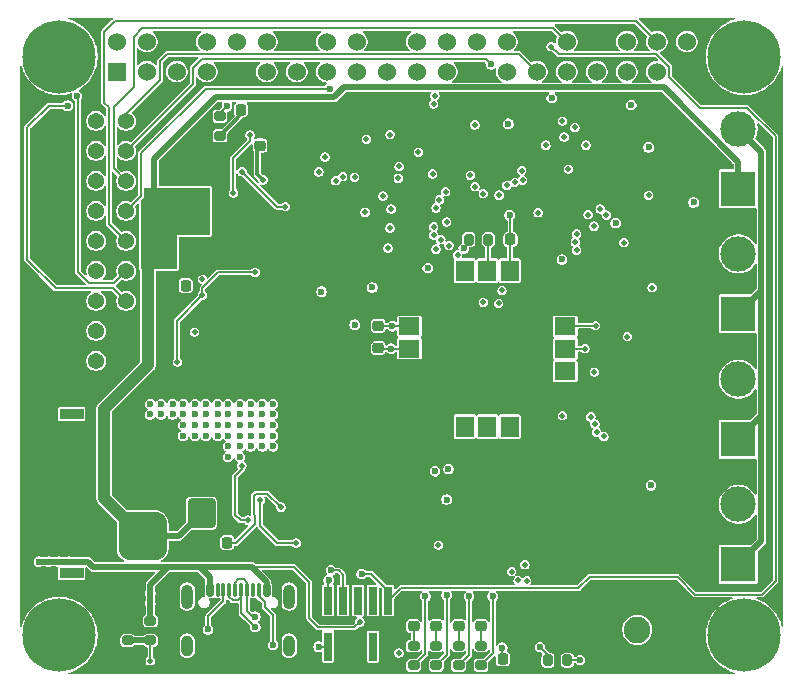
<source format=gbr>
%TF.GenerationSoftware,KiCad,Pcbnew,9.0.2+dfsg-1*%
%TF.CreationDate,2025-11-29T03:23:48-08:00*%
%TF.ProjectId,rc-plane,72632d70-6c61-46e6-952e-6b696361645f,rev?*%
%TF.SameCoordinates,Original*%
%TF.FileFunction,Copper,L1,Top*%
%TF.FilePolarity,Positive*%
%FSLAX46Y46*%
G04 Gerber Fmt 4.6, Leading zero omitted, Abs format (unit mm)*
G04 Created by KiCad (PCBNEW 9.0.2+dfsg-1) date 2025-11-29 03:23:48*
%MOMM*%
%LPD*%
G01*
G04 APERTURE LIST*
G04 Aperture macros list*
%AMRoundRect*
0 Rectangle with rounded corners*
0 $1 Rounding radius*
0 $2 $3 $4 $5 $6 $7 $8 $9 X,Y pos of 4 corners*
0 Add a 4 corners polygon primitive as box body*
4,1,4,$2,$3,$4,$5,$6,$7,$8,$9,$2,$3,0*
0 Add four circle primitives for the rounded corners*
1,1,$1+$1,$2,$3*
1,1,$1+$1,$4,$5*
1,1,$1+$1,$6,$7*
1,1,$1+$1,$8,$9*
0 Add four rect primitives between the rounded corners*
20,1,$1+$1,$2,$3,$4,$5,0*
20,1,$1+$1,$4,$5,$6,$7,0*
20,1,$1+$1,$6,$7,$8,$9,0*
20,1,$1+$1,$8,$9,$2,$3,0*%
G04 Aperture macros list end*
%TA.AperFunction,SMDPad,CuDef*%
%ADD10RoundRect,0.200000X-0.200000X-0.275000X0.200000X-0.275000X0.200000X0.275000X-0.200000X0.275000X0*%
%TD*%
%TA.AperFunction,SMDPad,CuDef*%
%ADD11RoundRect,0.225000X-0.225000X-0.250000X0.225000X-0.250000X0.225000X0.250000X-0.225000X0.250000X0*%
%TD*%
%TA.AperFunction,SMDPad,CuDef*%
%ADD12RoundRect,0.200000X-0.275000X0.200000X-0.275000X-0.200000X0.275000X-0.200000X0.275000X0.200000X0*%
%TD*%
%TA.AperFunction,ComponentPad*%
%ADD13R,1.370000X1.370000*%
%TD*%
%TA.AperFunction,ComponentPad*%
%ADD14C,1.370000*%
%TD*%
%TA.AperFunction,SMDPad,CuDef*%
%ADD15RoundRect,0.200000X0.275000X-0.200000X0.275000X0.200000X-0.275000X0.200000X-0.275000X-0.200000X0*%
%TD*%
%TA.AperFunction,ComponentPad*%
%ADD16R,1.524000X1.524000*%
%TD*%
%TA.AperFunction,ComponentPad*%
%ADD17C,1.524000*%
%TD*%
%TA.AperFunction,ComponentPad*%
%ADD18C,6.200000*%
%TD*%
%TA.AperFunction,SMDPad,CuDef*%
%ADD19RoundRect,0.225000X-0.250000X0.225000X-0.250000X-0.225000X0.250000X-0.225000X0.250000X0.225000X0*%
%TD*%
%TA.AperFunction,SMDPad,CuDef*%
%ADD20RoundRect,0.218750X-0.256250X0.218750X-0.256250X-0.218750X0.256250X-0.218750X0.256250X0.218750X0*%
%TD*%
%TA.AperFunction,ComponentPad*%
%ADD21R,3.000000X3.000000*%
%TD*%
%TA.AperFunction,ComponentPad*%
%ADD22C,3.000000*%
%TD*%
%TA.AperFunction,SMDPad,CuDef*%
%ADD23RoundRect,0.250000X0.900000X-1.000000X0.900000X1.000000X-0.900000X1.000000X-0.900000X-1.000000X0*%
%TD*%
%TA.AperFunction,SMDPad,CuDef*%
%ADD24RoundRect,0.218750X0.218750X0.256250X-0.218750X0.256250X-0.218750X-0.256250X0.218750X-0.256250X0*%
%TD*%
%TA.AperFunction,ComponentPad*%
%ADD25C,2.250000*%
%TD*%
%TA.AperFunction,SMDPad,CuDef*%
%ADD26RoundRect,0.150000X-0.150000X-0.425000X0.150000X-0.425000X0.150000X0.425000X-0.150000X0.425000X0*%
%TD*%
%TA.AperFunction,SMDPad,CuDef*%
%ADD27RoundRect,0.075000X-0.075000X-0.500000X0.075000X-0.500000X0.075000X0.500000X-0.075000X0.500000X0*%
%TD*%
%TA.AperFunction,HeatsinkPad*%
%ADD28O,1.000000X2.100000*%
%TD*%
%TA.AperFunction,HeatsinkPad*%
%ADD29O,1.000000X1.800000*%
%TD*%
%TA.AperFunction,SMDPad,CuDef*%
%ADD30R,1.800000X1.500000*%
%TD*%
%TA.AperFunction,SMDPad,CuDef*%
%ADD31R,1.500000X1.800000*%
%TD*%
%TA.AperFunction,SMDPad,CuDef*%
%ADD32R,0.740000X2.400000*%
%TD*%
%TA.AperFunction,SMDPad,CuDef*%
%ADD33RoundRect,0.225000X0.225000X0.250000X-0.225000X0.250000X-0.225000X-0.250000X0.225000X-0.250000X0*%
%TD*%
%TA.AperFunction,ComponentPad*%
%ADD34R,2.000000X0.900000*%
%TD*%
%TA.AperFunction,ComponentPad*%
%ADD35RoundRect,1.025000X1.025000X-1.025000X1.025000X1.025000X-1.025000X1.025000X-1.025000X-1.025000X0*%
%TD*%
%TA.AperFunction,ComponentPad*%
%ADD36C,4.100000*%
%TD*%
%TA.AperFunction,SMDPad,CuDef*%
%ADD37RoundRect,0.225000X0.250000X-0.225000X0.250000X0.225000X-0.250000X0.225000X-0.250000X-0.225000X0*%
%TD*%
%TA.AperFunction,ViaPad*%
%ADD38C,0.600000*%
%TD*%
%TA.AperFunction,ViaPad*%
%ADD39C,0.500000*%
%TD*%
%TA.AperFunction,Conductor*%
%ADD40C,0.200000*%
%TD*%
%TA.AperFunction,Conductor*%
%ADD41C,0.300000*%
%TD*%
%TA.AperFunction,Conductor*%
%ADD42C,0.500000*%
%TD*%
%TA.AperFunction,Conductor*%
%ADD43C,0.150000*%
%TD*%
%TA.AperFunction,Conductor*%
%ADD44C,1.000000*%
%TD*%
G04 APERTURE END LIST*
D10*
%TO.P,R2,1*%
%TO.N,RADIO_CS*%
X122875000Y-103600000D03*
%TO.P,R2,2*%
%TO.N,+3.3V*%
X124525000Y-103600000D03*
%TD*%
D11*
%TO.P,C51,1*%
%TO.N,GND*%
X94175000Y-93650000D03*
%TO.P,C51,2*%
%TO.N,Net-(U13-SS)*%
X95725000Y-93650000D03*
%TD*%
D12*
%TO.P,R44,1*%
%TO.N,Net-(U10-GPIO17{slash}GPIO_GEN0)*%
X95100000Y-57550000D03*
%TO.P,R44,2*%
%TO.N,Net-(D10-A)*%
X95100000Y-59200000D03*
%TD*%
D13*
%TO.P,J9,01,01*%
%TO.N,GND*%
X82070000Y-57940000D03*
D14*
%TO.P,J9,02,02*%
%TO.N,+5V_SERVO*%
X84610000Y-57940000D03*
%TO.P,J9,03,03*%
%TO.N,ELEV_PWM1*%
X87150000Y-57940000D03*
%TO.P,J9,04,04*%
%TO.N,GND*%
X82070000Y-60480000D03*
%TO.P,J9,05,05*%
%TO.N,+5V_SERVO*%
X84610000Y-60480000D03*
%TO.P,J9,06,06*%
%TO.N,RUDD_PWM2*%
X87150000Y-60480000D03*
%TO.P,J9,07,07*%
%TO.N,GND*%
X82070000Y-63020000D03*
%TO.P,J9,08,08*%
%TO.N,+5V_SERVO*%
X84610000Y-63020000D03*
%TO.P,J9,09,09*%
%TO.N,AIL_L_PWM3*%
X87150000Y-63020000D03*
%TO.P,J9,10,10*%
%TO.N,GND*%
X82070000Y-65560000D03*
%TO.P,J9,11,11*%
%TO.N,+5V_SERVO*%
X84610000Y-65560000D03*
%TO.P,J9,12,12*%
%TO.N,AIL_R_PWM4*%
X87150000Y-65560000D03*
%TO.P,J9,13,13*%
%TO.N,GND*%
X82070000Y-68100000D03*
%TO.P,J9,14,14*%
%TO.N,+5V_SERVO*%
X84610000Y-68100000D03*
%TO.P,J9,15,15*%
%TO.N,FLAP_L_PWM5*%
X87150000Y-68100000D03*
%TO.P,J9,16,16*%
%TO.N,GND*%
X82070000Y-70640000D03*
%TO.P,J9,17,17*%
%TO.N,+5V_SERVO*%
X84610000Y-70640000D03*
%TO.P,J9,18,18*%
%TO.N,FLAP_R_PWM6*%
X87150000Y-70640000D03*
%TO.P,J9,19,19*%
%TO.N,GND*%
X82070000Y-73180000D03*
%TO.P,J9,20,20*%
%TO.N,+5V_SERVO*%
X84610000Y-73180000D03*
%TO.P,J9,21,21*%
%TO.N,ESC_PWM0*%
X87150000Y-73180000D03*
%TO.P,J9,22,22*%
%TO.N,GND*%
X82070000Y-75720000D03*
%TO.P,J9,23,23*%
%TO.N,+3.3V*%
X84610000Y-75720000D03*
%TO.P,J9,24,24*%
%TO.N,GND*%
X87150000Y-75720000D03*
%TO.P,J9,25,25*%
X82070000Y-78260000D03*
%TO.P,J9,26,26*%
%TO.N,+3.3V*%
X84610000Y-78260000D03*
%TO.P,J9,27,27*%
%TO.N,GND*%
X87150000Y-78260000D03*
%TD*%
D15*
%TO.P,R17,1*%
%TO.N,LED_STANDBY*%
X111510000Y-104050000D03*
%TO.P,R17,2*%
%TO.N,Net-(D8-A)*%
X111510000Y-102400000D03*
%TD*%
D16*
%TO.P,U10,1,3V3*%
%TO.N,3V3_1*%
X86370000Y-53770000D03*
D17*
%TO.P,U10,2,5V*%
%TO.N,+5V*%
X86370000Y-51230000D03*
%TO.P,U10,3,GPIO2/SDA1*%
%TO.N,unconnected-(U10-GPIO2{slash}SDA1-Pad3)*%
X88910000Y-53770000D03*
%TO.P,U10,4,5V*%
%TO.N,+5V*%
X88910000Y-51230000D03*
%TO.P,U10,5,GPIO3/SCL1*%
%TO.N,unconnected-(U10-GPIO3{slash}SCL1-Pad5)*%
X91450000Y-53770000D03*
%TO.P,U10,6,GND*%
%TO.N,GND*%
X91450000Y-51230000D03*
%TO.P,U10,7,GPIO4/GPIO_GCKL*%
%TO.N,unconnected-(U10-GPIO4{slash}GPIO_GCKL-Pad7)*%
X93990000Y-53770000D03*
%TO.P,U10,8,GPIO14/TXD0*%
%TO.N,PI_UART_RX*%
X93990000Y-51230000D03*
%TO.P,U10,9,GND*%
%TO.N,GND*%
X96530000Y-53770000D03*
%TO.P,U10,10,GPIO15/RXD0*%
%TO.N,PI_UART_TX*%
X96530000Y-51230000D03*
%TO.P,U10,11,GPIO17/GPIO_GEN0*%
%TO.N,Net-(U10-GPIO17{slash}GPIO_GEN0)*%
X99070000Y-53770000D03*
%TO.P,U10,12,GPIO18/GPIO_GEN1*%
%TO.N,unconnected-(U10-GPIO18{slash}GPIO_GEN1-Pad12)*%
X99070000Y-51230000D03*
%TO.P,U10,13,GPIO27/GPIO_GEN2*%
%TO.N,unconnected-(U10-GPIO27{slash}GPIO_GEN2-Pad13)*%
X101610000Y-53770000D03*
%TO.P,U10,14,GND*%
%TO.N,GND*%
X101610000Y-51230000D03*
%TO.P,U10,15,GPIO22/GPIO_GEN3*%
%TO.N,unconnected-(U10-GPIO22{slash}GPIO_GEN3-Pad15)*%
X104150000Y-53770000D03*
%TO.P,U10,16,GPIO23/GPIO_GEN4*%
%TO.N,unconnected-(U10-GPIO23{slash}GPIO_GEN4-Pad16)*%
X104150000Y-51230000D03*
%TO.P,U10,17,3V3*%
%TO.N,3V3*%
X106690000Y-53770000D03*
%TO.P,U10,18,GPIO24/GPIO_GEN5*%
%TO.N,unconnected-(U10-GPIO24{slash}GPIO_GEN5-Pad18)*%
X106690000Y-51230000D03*
%TO.P,U10,19,GPIO10/SPI_MOSI*%
%TO.N,unconnected-(U10-GPIO10{slash}SPI_MOSI-Pad19)*%
X109230000Y-53770000D03*
%TO.P,U10,20,GND*%
%TO.N,GND*%
X109230000Y-51230000D03*
%TO.P,U10,21,GPIO9/SPI_MISO*%
%TO.N,unconnected-(U10-GPIO9{slash}SPI_MISO-Pad21)*%
X111770000Y-53770000D03*
%TO.P,U10,22,GPIO25/GPIO_GEN6*%
%TO.N,unconnected-(U10-GPIO25{slash}GPIO_GEN6-Pad22)*%
X111770000Y-51230000D03*
%TO.P,U10,23,GPIO11/SPI_SCLK*%
%TO.N,unconnected-(U10-GPIO11{slash}SPI_SCLK-Pad23)*%
X114310000Y-53770000D03*
%TO.P,U10,24,GPIO8/~{SPI_CE0}*%
%TO.N,unconnected-(U10-GPIO8{slash}~{SPI_CE0}-Pad24)*%
X114310000Y-51230000D03*
%TO.P,U10,25,GND*%
%TO.N,GND*%
X116850000Y-53770000D03*
%TO.P,U10,26,GPIO7/~{SPI_CE1}*%
%TO.N,unconnected-(U10-GPIO7{slash}~{SPI_CE1}-Pad26)*%
X116850000Y-51230000D03*
%TO.P,U10,27,ID_SD*%
%TO.N,unconnected-(U10-ID_SD-Pad27)*%
X119390000Y-53770000D03*
%TO.P,U10,28,ID_SC*%
%TO.N,unconnected-(U10-ID_SC-Pad28)*%
X119390000Y-51230000D03*
%TO.P,U10,29,GPIO5*%
%TO.N,ELEV_PWM1*%
X121930000Y-53770000D03*
%TO.P,U10,30,GND*%
%TO.N,GND*%
X121930000Y-51230000D03*
%TO.P,U10,31,GPIO6*%
%TO.N,RUDD_PWM2*%
X124470000Y-53770000D03*
%TO.P,U10,32,GPIO12*%
%TO.N,AIL_L_PWM3*%
X124470000Y-51230000D03*
%TO.P,U10,33,GPIO13*%
%TO.N,AIL_R_PWM4*%
X127010000Y-53770000D03*
%TO.P,U10,34,GND*%
%TO.N,GND*%
X127010000Y-51230000D03*
%TO.P,U10,35,GPIO19*%
%TO.N,unconnected-(U10-GPIO19-Pad35)*%
X129550000Y-53770000D03*
%TO.P,U10,36,GPIO16*%
%TO.N,unconnected-(U10-GPIO16-Pad36)*%
X129550000Y-51230000D03*
%TO.P,U10,37,GPIO26*%
%TO.N,ESC_PWM0*%
X132090000Y-53770000D03*
%TO.P,U10,38,GPIO20*%
%TO.N,FLAP_L_PWM5*%
X132090000Y-51230000D03*
%TO.P,U10,39,GND*%
%TO.N,GND*%
X134630000Y-53770000D03*
%TO.P,U10,40,GPIO21*%
%TO.N,FLAP_R_PWM6*%
X134630000Y-51230000D03*
D18*
%TO.P,U10,S1,SHIELD*%
%TO.N,SHIELD_1*%
X81500000Y-52500000D03*
%TO.P,U10,S2,SHIELD*%
%TO.N,SHIELD_3*%
X139500000Y-52500000D03*
%TO.P,U10,S3,SHIELD*%
%TO.N,SHIELD*%
X139500000Y-101500000D03*
%TO.P,U10,S4,SHIELD*%
%TO.N,SHIELD_2*%
X81500000Y-101500000D03*
%TD*%
D19*
%TO.P,C35,1*%
%TO.N,GND*%
X98500000Y-58475000D03*
%TO.P,C35,2*%
%TO.N,Net-(U5-SS)*%
X98500000Y-60025000D03*
%TD*%
D10*
%TO.P,R45,1*%
%TO.N,+3.3V*%
X116175000Y-68000000D03*
%TO.P,R45,2*%
%TO.N,GPS_RESET*%
X117825000Y-68000000D03*
%TD*%
D20*
%TO.P,D8,1,K*%
%TO.N,GND*%
X111510000Y-99125000D03*
%TO.P,D8,2,A*%
%TO.N,Net-(D8-A)*%
X111510000Y-100700000D03*
%TD*%
D19*
%TO.P,C22,1*%
%TO.N,+3.3V*%
X108500000Y-77175000D03*
%TO.P,C22,2*%
%TO.N,GND*%
X108500000Y-78725000D03*
%TD*%
D21*
%TO.P,J6,1,Pin_1*%
%TO.N,ARM_POWER*%
X139000000Y-84890000D03*
D22*
%TO.P,J6,2,Pin_2*%
%TO.N,Net-(J6-Pin_2)*%
X139000000Y-79810000D03*
%TD*%
D21*
%TO.P,J4,1,Pin_1*%
%TO.N,ARM_POWER*%
X139000000Y-95490000D03*
D22*
%TO.P,J4,2,Pin_2*%
%TO.N,Net-(J4-Pin_2)*%
X139000000Y-90410000D03*
%TD*%
D23*
%TO.P,D1,1,1*%
%TO.N,BATTERY*%
X93550000Y-91150000D03*
%TO.P,D1,2,2*%
%TO.N,GND*%
X93550000Y-86850000D03*
%TD*%
D21*
%TO.P,J2,1,Pin_1*%
%TO.N,BATTERY*%
X139000000Y-63690000D03*
D22*
%TO.P,J2,2,Pin_2*%
%TO.N,ARM_POWER*%
X139000000Y-58610000D03*
%TD*%
D24*
%TO.P,D10,1,K*%
%TO.N,GND*%
X98475000Y-57000000D03*
%TO.P,D10,2,A*%
%TO.N,Net-(D10-A)*%
X96900000Y-57000000D03*
%TD*%
D12*
%TO.P,R21,1*%
%TO.N,GND*%
X87300000Y-100275000D03*
%TO.P,R21,2*%
%TO.N,VBUS_SENS*%
X87300000Y-101925000D03*
%TD*%
D21*
%TO.P,J8,1,Pin_1*%
%TO.N,ARM_POWER*%
X139000000Y-74280000D03*
D22*
%TO.P,J8,2,Pin_2*%
%TO.N,Net-(J8-Pin_2)*%
X139000000Y-69200000D03*
%TD*%
D12*
%TO.P,R20,1*%
%TO.N,VBUS*%
X89200000Y-100275000D03*
%TO.P,R20,2*%
%TO.N,VBUS_SENS*%
X89200000Y-101925000D03*
%TD*%
D20*
%TO.P,D2,1,K*%
%TO.N,GND*%
X117200000Y-99125000D03*
%TO.P,D2,2,A*%
%TO.N,Net-(D2-A)*%
X117200000Y-100700000D03*
%TD*%
%TO.P,D7,1,K*%
%TO.N,GND*%
X113410000Y-99125000D03*
%TO.P,D7,2,A*%
%TO.N,Net-(D7-A)*%
X113410000Y-100700000D03*
%TD*%
D25*
%TO.P,J3,1,In*%
%TO.N,Net-(J3-In)*%
X130440000Y-101040000D03*
%TO.P,J3,2,Ext*%
%TO.N,GND*%
X132980000Y-103580000D03*
X132980000Y-98500000D03*
X127900000Y-103580000D03*
X127900000Y-98500000D03*
%TD*%
D26*
%TO.P,J7,A1,GND*%
%TO.N,GND*%
X93450000Y-97635000D03*
%TO.P,J7,A4,VBUS*%
%TO.N,VBUS*%
X94250000Y-97635000D03*
D27*
%TO.P,J7,A5,CC1*%
%TO.N,Net-(J7-CC1)*%
X95400000Y-97635000D03*
%TO.P,J7,A6,D+*%
%TO.N,USB_CONN_D+*%
X96400000Y-97635000D03*
%TO.P,J7,A7,D-*%
%TO.N,USB_CONN_D-*%
X96900000Y-97635000D03*
%TO.P,J7,A8,SBU1*%
%TO.N,unconnected-(J7-SBU1-PadA8)*%
X97900000Y-97635000D03*
D26*
%TO.P,J7,A9,VBUS*%
%TO.N,VBUS*%
X99050000Y-97635000D03*
%TO.P,J7,A12,GND*%
%TO.N,GND*%
X99850000Y-97635000D03*
%TO.P,J7,B1,GND*%
X99850000Y-97635000D03*
%TO.P,J7,B4,VBUS*%
%TO.N,VBUS*%
X99050000Y-97635000D03*
D27*
%TO.P,J7,B5,CC2*%
%TO.N,Net-(J7-CC2)*%
X98400000Y-97635000D03*
%TO.P,J7,B6,D+*%
%TO.N,USB_CONN_D+*%
X97400000Y-97635000D03*
%TO.P,J7,B7,D-*%
%TO.N,USB_CONN_D-*%
X95900000Y-97635000D03*
%TO.P,J7,B8,SBU2*%
%TO.N,unconnected-(J7-SBU2-PadB8)*%
X94900000Y-97635000D03*
D26*
%TO.P,J7,B9,VBUS*%
%TO.N,VBUS*%
X94250000Y-97635000D03*
%TO.P,J7,B12,GND*%
%TO.N,GND*%
X93450000Y-97635000D03*
D28*
%TO.P,J7,S1*%
%TO.N,N/C*%
X92330000Y-98210000D03*
D29*
X92330000Y-102390000D03*
D28*
X100970000Y-98210000D03*
D29*
X100970000Y-102390000D03*
%TD*%
D30*
%TO.P,U3,1,GND*%
%TO.N,GND*%
X111150000Y-73425000D03*
%TO.P,U3,2,VCC_IO*%
%TO.N,+3.3V*%
X111150000Y-75325000D03*
%TO.P,U3,3,V_BCKP*%
X111150000Y-77225000D03*
%TO.P,U3,4,GND*%
%TO.N,GND*%
X111150000Y-79125000D03*
%TO.P,U3,5,GND*%
X111150000Y-81025000D03*
D31*
%TO.P,U3,6,GND*%
X113950000Y-83825000D03*
%TO.P,U3,7,TIMEPULSE*%
%TO.N,unconnected-(U3-TIMEPULSE-Pad7)*%
X115850000Y-83825000D03*
%TO.P,U3,8,SAFEBOOT*%
%TO.N,GPS_SAFEBOOT*%
X117750000Y-83825000D03*
%TO.P,U3,9,SDA*%
%TO.N,unconnected-(U3-SDA-Pad9)*%
X119650000Y-83825000D03*
%TO.P,U3,10,GND*%
%TO.N,GND*%
X121550000Y-83825000D03*
D30*
%TO.P,U3,11,GND*%
X124350000Y-81025000D03*
%TO.P,U3,12,SCL*%
%TO.N,unconnected-(U3-SCL-Pad12)*%
X124350000Y-79125000D03*
%TO.P,U3,13,TX*%
%TO.N,GPS_UART_RX*%
X124350000Y-77225000D03*
%TO.P,U3,14,RX*%
%TO.N,GPS_UART_TX*%
X124350000Y-75325000D03*
%TO.P,U3,15,GND*%
%TO.N,GND*%
X124350000Y-73425000D03*
D31*
%TO.P,U3,16,GND*%
X121550000Y-70625000D03*
%TO.P,U3,17,VCC*%
%TO.N,+3.3V*%
X119650000Y-70625000D03*
%TO.P,U3,18,~{RST}*%
%TO.N,GPS_RESET*%
X117750000Y-70625000D03*
%TO.P,U3,19,INT*%
%TO.N,GPS_INT*%
X115850000Y-70625000D03*
%TO.P,U3,20,GND*%
%TO.N,GND*%
X113950000Y-70625000D03*
%TD*%
D32*
%TO.P,J5,1,VCC*%
%TO.N,+3.3V*%
X104260000Y-102450000D03*
%TO.P,J5,2,SWDIO/TMS*%
%TO.N,DEBUG_SWDIO*%
X104260000Y-98550000D03*
%TO.P,J5,3,GND*%
%TO.N,GND*%
X105530000Y-102450000D03*
%TO.P,J5,4,SWDCLK/TCK*%
%TO.N,DEBUG_SWCLK*%
X105530000Y-98550000D03*
%TO.P,J5,5,GND*%
%TO.N,GND*%
X106800000Y-102450000D03*
%TO.P,J5,6,SWO/TDO*%
%TO.N,unconnected-(J5-SWO{slash}TDO-Pad6)*%
X106800000Y-98550000D03*
%TO.P,J5,7*%
%TO.N,unconnected-(J5-Pad7)*%
X108070000Y-102450000D03*
%TO.P,J5,8,NC/TDI*%
%TO.N,unconnected-(J5-NC{slash}TDI-Pad8)*%
X108070000Y-98550000D03*
%TO.P,J5,9,GND_Detect*%
%TO.N,GND*%
X109340000Y-102450000D03*
%TO.P,J5,10,~{RST}*%
%TO.N,NRST*%
X109340000Y-98550000D03*
%TD*%
D20*
%TO.P,D3,1,K*%
%TO.N,GND*%
X115310000Y-99125000D03*
%TO.P,D3,2,A*%
%TO.N,Net-(D3-A)*%
X115310000Y-100700000D03*
%TD*%
D33*
%TO.P,C9,1*%
%TO.N,GND*%
X120600000Y-103500000D03*
%TO.P,C9,2*%
%TO.N,+3.3V*%
X119050000Y-103500000D03*
%TD*%
D11*
%TO.P,C43,1*%
%TO.N,GND*%
X90650000Y-71900000D03*
%TO.P,C43,2*%
%TO.N,Net-(U12-SS)*%
X92200000Y-71900000D03*
%TD*%
D34*
%TO.P,J1,*%
%TO.N,*%
X82550000Y-96250000D03*
X82550000Y-82750000D03*
D35*
%TO.P,J1,1,Pin_1*%
%TO.N,BATTERY*%
X88550000Y-93100000D03*
D36*
%TO.P,J1,2,Pin_2*%
%TO.N,GND*%
X88550000Y-85900000D03*
%TD*%
D15*
%TO.P,R9,1*%
%TO.N,LED_ARMED*%
X117210000Y-104025000D03*
%TO.P,R9,2*%
%TO.N,Net-(D2-A)*%
X117210000Y-102375000D03*
%TD*%
%TO.P,R10,1*%
%TO.N,LED_FLIGHT*%
X115310000Y-104025000D03*
%TO.P,R10,2*%
%TO.N,Net-(D3-A)*%
X115310000Y-102375000D03*
%TD*%
%TO.P,R16,1*%
%TO.N,LED_STORAGE*%
X113410000Y-104025000D03*
%TO.P,R16,2*%
%TO.N,Net-(D7-A)*%
X113410000Y-102375000D03*
%TD*%
D37*
%TO.P,C23,1*%
%TO.N,+3.3V*%
X108500000Y-75275000D03*
%TO.P,C23,2*%
%TO.N,GND*%
X108500000Y-73725000D03*
%TD*%
D11*
%TO.P,C24,1*%
%TO.N,+3.3V*%
X119700000Y-67975000D03*
%TO.P,C24,2*%
%TO.N,GND*%
X121250000Y-67975000D03*
%TD*%
D38*
%TO.N,+3.3V*%
X94900000Y-81900000D03*
D39*
X109500000Y-59100000D03*
D38*
X92000000Y-81900000D03*
X91100000Y-81900000D03*
X93000000Y-84600000D03*
X99600000Y-82800000D03*
D39*
X129600000Y-76200000D03*
D38*
X96800000Y-81900000D03*
D39*
X106500000Y-62700000D03*
D38*
X89200000Y-82800000D03*
D39*
X107500000Y-59500000D03*
D38*
X96800000Y-86400000D03*
X129925000Y-56590000D03*
X131600000Y-88800000D03*
X97700000Y-85500000D03*
X95800000Y-84600000D03*
X94900000Y-83700000D03*
X93000000Y-83700000D03*
X95800000Y-82800000D03*
X98700000Y-83700000D03*
D39*
X124100000Y-82900000D03*
D38*
X90100000Y-82800000D03*
X98700000Y-85500000D03*
X94900000Y-84600000D03*
X94900000Y-82800000D03*
X92000000Y-84600000D03*
X93000000Y-81900000D03*
X95800000Y-85500000D03*
X95800000Y-81900000D03*
X99600000Y-83700000D03*
D39*
X113300000Y-55800000D03*
D38*
X115750001Y-68727768D03*
D39*
X124612500Y-62012500D03*
D38*
X93900000Y-84600000D03*
X95800000Y-86400000D03*
X89200000Y-81900000D03*
X97700000Y-84600000D03*
X128600000Y-66600000D03*
X93900000Y-83700000D03*
X92000000Y-83700000D03*
X93000000Y-82800000D03*
X93900000Y-81900000D03*
X131400000Y-60190000D03*
X112700000Y-70400000D03*
X96800000Y-83700000D03*
X109600000Y-77225000D03*
X119000000Y-102540000D03*
X96800000Y-85500000D03*
X93900000Y-82800000D03*
X119631587Y-65918413D03*
X90100000Y-81900000D03*
X119527190Y-58189035D03*
X95800000Y-83700000D03*
X109700000Y-75325000D03*
X99600000Y-85500000D03*
D39*
X131400000Y-64250000D03*
X113200000Y-56500000D03*
D38*
X98700000Y-84600000D03*
D39*
X110200000Y-62800000D03*
X111900000Y-60600000D03*
D38*
X97700000Y-83700000D03*
X92000000Y-82800000D03*
X97700000Y-81900000D03*
X98700000Y-81900000D03*
X124050000Y-69675000D03*
X103450000Y-102450000D03*
X97700000Y-82800000D03*
D39*
X126800000Y-79200000D03*
D38*
X98700000Y-82800000D03*
X96800000Y-82800000D03*
X99600000Y-81900000D03*
X91100000Y-82800000D03*
X96800000Y-84600000D03*
X135200000Y-64850000D03*
X99600000Y-84600000D03*
X103700000Y-72400000D03*
X125600000Y-103600000D03*
D39*
%TO.N,GND*%
X97500000Y-58050000D03*
D38*
X130200000Y-80400000D03*
D39*
X127400000Y-100500000D03*
X100371995Y-89450000D03*
X123800000Y-100600000D03*
X103171995Y-92075000D03*
D38*
X136150000Y-74450000D03*
X93650000Y-73512500D03*
X115300000Y-98200000D03*
X90600000Y-101800000D03*
X124900000Y-87100000D03*
X109700000Y-56500000D03*
X113400000Y-61300000D03*
X135600000Y-59700000D03*
X134400000Y-84900000D03*
X136000000Y-87700000D03*
D39*
X99800000Y-94500000D03*
D38*
X127475000Y-61400000D03*
X100300000Y-96600000D03*
D39*
X94750000Y-78812500D03*
D38*
X87300000Y-99100000D03*
D39*
X106200000Y-59700000D03*
X129000000Y-100500000D03*
D38*
X126625000Y-70700000D03*
X106800000Y-104300000D03*
D39*
X102000000Y-78750000D03*
D38*
X106750000Y-73725000D03*
X114000000Y-62100000D03*
D39*
X127400000Y-101800000D03*
D38*
X117200000Y-98200000D03*
D39*
X128200000Y-101800000D03*
X102100000Y-57300000D03*
X98078005Y-94525000D03*
X125900000Y-102300000D03*
D38*
X111400000Y-57700000D03*
X130200000Y-69950000D03*
X103500000Y-79500000D03*
X113400000Y-98200000D03*
D39*
X128200000Y-100500000D03*
D38*
X130000000Y-73400000D03*
X114006554Y-69241130D03*
D39*
X93000000Y-94600000D03*
D38*
X95300000Y-54300000D03*
D39*
X97475000Y-66700000D03*
D38*
X121500000Y-87000000D03*
X121925000Y-61900000D03*
D39*
X125000000Y-102500000D03*
D38*
X113400000Y-76200000D03*
X105600000Y-104300000D03*
D39*
X108200000Y-58100000D03*
X123800000Y-101700000D03*
D38*
X136100000Y-85000000D03*
D39*
X94550000Y-68350000D03*
D38*
X118300000Y-57575000D03*
D39*
X124100000Y-99900000D03*
D38*
X95900000Y-104000000D03*
D39*
X125900000Y-100100000D03*
X99100000Y-66687500D03*
D38*
X96950000Y-61437500D03*
X134500000Y-95500000D03*
D39*
X88650000Y-57250000D03*
D38*
X92600000Y-96600000D03*
X109100000Y-100600000D03*
X111950000Y-83600000D03*
D39*
X107924950Y-62200000D03*
X124100000Y-102400000D03*
X96250000Y-68300000D03*
X92850000Y-68300000D03*
X126600000Y-101800000D03*
X102450000Y-69750000D03*
X94600000Y-94600000D03*
X104325000Y-83100000D03*
D38*
X122200000Y-80300000D03*
X136200000Y-95500000D03*
D39*
X101100000Y-56800000D03*
D38*
X107100000Y-92600000D03*
X121100000Y-78100000D03*
X120306587Y-66593413D03*
D39*
X126600000Y-100500000D03*
X107200000Y-60400000D03*
D38*
X135300000Y-66550000D03*
X131625000Y-56590000D03*
X120400000Y-56000000D03*
X135500000Y-77100000D03*
D39*
X101550000Y-66050000D03*
D38*
X126500000Y-80975000D03*
X97107107Y-89292893D03*
D39*
X113200000Y-57300000D03*
X125000000Y-99800000D03*
X129000000Y-101800000D03*
X95850000Y-66700000D03*
D38*
X121725000Y-103600000D03*
X106750000Y-78725000D03*
X94900000Y-103900000D03*
X110900000Y-87100000D03*
D39*
X91750000Y-73212500D03*
D38*
X104637500Y-100251760D03*
D39*
X87103005Y-82450000D03*
D38*
X129900000Y-92600000D03*
X111500000Y-98200000D03*
X134400000Y-74500000D03*
X128800000Y-64850000D03*
D39*
X98850000Y-61737500D03*
D38*
X119750000Y-60725000D03*
D39*
%TO.N,NRST*%
X123150000Y-51650000D03*
D38*
X107100000Y-96300000D03*
D39*
X116677520Y-58281224D03*
%TO.N,Net-(U5-SS)*%
X98750000Y-62937500D03*
D38*
%TO.N,VBUS*%
X81450000Y-95250000D03*
D39*
X106950000Y-100350000D03*
D38*
X80600000Y-95250000D03*
X89200000Y-97900000D03*
X89200000Y-98800000D03*
X82300000Y-95250000D03*
X79800000Y-95250000D03*
D39*
%TO.N,VBUS_SENS*%
X89200000Y-103650000D03*
X110250000Y-103000000D03*
%TO.N,Net-(U12-SS)*%
X92300000Y-71912501D03*
D38*
%TO.N,BATTERY*%
X92100000Y-66600000D03*
X90800000Y-68800000D03*
X89500000Y-69800000D03*
X89500000Y-65400000D03*
X89500000Y-68800000D03*
X93300000Y-65400000D03*
X90800000Y-67700000D03*
X89500000Y-66600000D03*
X92100000Y-65400000D03*
X90800000Y-65400000D03*
X90800000Y-69800000D03*
X89500000Y-67700000D03*
X93300000Y-64200000D03*
X89500000Y-64200000D03*
X92100000Y-64200000D03*
X90800000Y-64200000D03*
X93300000Y-66600000D03*
X90800000Y-66600000D03*
D39*
%TO.N,Net-(U13-SS)*%
X100271995Y-90650000D03*
D38*
%TO.N,DEBUG_SWDIO*%
X104300000Y-96800000D03*
%TO.N,DEBUG_SWCLK*%
X104500000Y-96000000D03*
%TO.N,USB_CONN_D+*%
X98100000Y-99925000D03*
%TO.N,USB_CONN_D-*%
X98100000Y-100775000D03*
%TO.N,Net-(J7-CC2)*%
X99600000Y-102300000D03*
%TO.N,Net-(J7-CC1)*%
X94100000Y-101000000D03*
D39*
%TO.N,DROGUE_CONT*%
X119396114Y-63399873D03*
X126775000Y-66850000D03*
%TO.N,RECOVERY_CONT*%
X127825000Y-65926805D03*
X120728768Y-62971232D03*
%TO.N,ARM_CONT*%
X126100000Y-60000000D03*
X122700000Y-60000000D03*
D38*
%TO.N,AIL_L_PWM3*%
X123200000Y-56000000D03*
D39*
%TO.N,DROGUE*%
X120050000Y-63150000D03*
X126278768Y-65871232D03*
D38*
%TO.N,LED_ARMED*%
X118200000Y-98200000D03*
D39*
X127000000Y-84300000D03*
X125185040Y-68190664D03*
X120350000Y-96850000D03*
%TO.N,LED_FLIGHT*%
X119800000Y-96100000D03*
D38*
X116200000Y-98200000D03*
D39*
X126500000Y-83000000D03*
X122031177Y-65718308D03*
%TO.N,Net-(U5-PG)*%
X96238900Y-64037500D03*
X97650000Y-59137500D03*
%TO.N,RECOVERY*%
X127300000Y-65400000D03*
X120650000Y-62150000D03*
%TO.N,LED_STORAGE*%
X125299000Y-68881327D03*
D38*
X114300000Y-98100000D03*
D39*
X120921232Y-95521232D03*
X126860148Y-83600247D03*
D38*
%TO.N,LED_STANDBY*%
X112500000Y-98200000D03*
D39*
X121071939Y-96871939D03*
X127600247Y-84660149D03*
X125299000Y-67500000D03*
D38*
%TO.N,AIL_R_PWM4*%
X104400000Y-55200000D03*
D39*
%TO.N,Net-(U12-PG)*%
X92950000Y-75812500D03*
X93617300Y-71358859D03*
%TO.N,FLAP_L_PWM5*%
X124250000Y-59300000D03*
X118976000Y-72300000D03*
%TO.N,GPS_UART_RX*%
X126000000Y-77225000D03*
X116700000Y-63500000D03*
%TO.N,GPS_UART_TX*%
X117400000Y-64100000D03*
X126900000Y-75275000D03*
D38*
%TO.N,RUDD_PWM2*%
X118051353Y-53151353D03*
%TO.N,FLAP_R_PWM6*%
X83000000Y-55850000D03*
D39*
X118700000Y-73400000D03*
X125150000Y-58500000D03*
%TO.N,BACKUP_CONT*%
X116300000Y-62550000D03*
X129300000Y-68250000D03*
%TO.N,RADIO_CS*%
X113600000Y-93850000D03*
X114500000Y-68500000D03*
D38*
X122200000Y-102500000D03*
D39*
%TO.N,EN_SERVO*%
X93611733Y-72702238D03*
X91500000Y-78350000D03*
X98088500Y-70761500D03*
X114200000Y-63938850D03*
X105500000Y-62650000D03*
%TO.N,BACKUP*%
X118742059Y-64232159D03*
X131700000Y-72050000D03*
D38*
%TO.N,Net-(U10-GPIO17{slash}GPIO_GEN0)*%
X95700000Y-56701000D03*
D39*
%TO.N,EN_PI*%
X113674000Y-64631051D03*
X100650000Y-65200000D03*
X96988267Y-62247762D03*
X104899753Y-63010149D03*
%TO.N,PI_UART_RX*%
X104000000Y-61000000D03*
X113200000Y-67600003D03*
D38*
%TO.N,ESC_PWM0*%
X82200000Y-56650000D03*
D39*
X117400000Y-73300000D03*
X124100000Y-57950000D03*
%TO.N,PI_UART_TX*%
X113800000Y-68000000D03*
X103475000Y-62250000D03*
%TO.N,MAG_SDA*%
X113100000Y-62425000D03*
X110275000Y-61800000D03*
%TO.N,MEM_MISO*%
X114300000Y-66500000D03*
D38*
X114300000Y-90000000D03*
D39*
X109600000Y-65400000D03*
D38*
%TO.N,MEM_MOSI*%
X108001058Y-72047363D03*
X113300000Y-87600000D03*
D39*
%TO.N,MAG_INT*%
X108900000Y-64300000D03*
X113400000Y-65300000D03*
%TO.N,MEM_WP*%
X115237127Y-69275001D03*
X107400000Y-65675000D03*
%TO.N,MEM_HOLD*%
X109325002Y-68700000D03*
X113400000Y-68800000D03*
%TO.N,MEM_CS*%
X113200000Y-66900000D03*
X109500000Y-67000000D03*
D38*
%TO.N,MEM_SCK*%
X114450000Y-87400000D03*
X106500000Y-75200000D03*
D39*
%TO.N,Net-(U13-PG)*%
X97500000Y-91750000D03*
X96950000Y-87150000D03*
%TO.N,/Buck2/EN*%
X101550000Y-93675000D03*
X98523853Y-90050000D03*
%TD*%
D40*
%TO.N,+3.3V*%
X116175000Y-68302769D02*
X115750001Y-68727768D01*
X108500000Y-77175000D02*
X108550000Y-77175000D01*
X111150000Y-75325000D02*
X109700000Y-75325000D01*
X108550000Y-77175000D02*
X108600000Y-77225000D01*
X103450000Y-102450000D02*
X104260000Y-102450000D01*
X119050000Y-103050000D02*
X119050000Y-103500000D01*
X108600000Y-77225000D02*
X109600000Y-77225000D01*
X119700000Y-67975000D02*
X119700000Y-65986826D01*
X109700000Y-75325000D02*
X108550000Y-75325000D01*
X119650000Y-70625000D02*
X119650000Y-68025000D01*
X119000000Y-102540000D02*
X119000000Y-103000000D01*
X116175000Y-67975000D02*
X116175000Y-68302769D01*
X119000000Y-103000000D02*
X119050000Y-103050000D01*
X119700000Y-65986826D02*
X119631587Y-65918413D01*
X109600000Y-77225000D02*
X111150000Y-77225000D01*
X108550000Y-77225000D02*
X108500000Y-77175000D01*
X108550000Y-75325000D02*
X108500000Y-75275000D01*
X124525000Y-103600000D02*
X125600000Y-103600000D01*
%TO.N,GND*%
X121300000Y-67586826D02*
X121300000Y-67925000D01*
X120600000Y-103500000D02*
X121625000Y-103500000D01*
X105530000Y-102450000D02*
X105530000Y-104230000D01*
X111510000Y-99125000D02*
X111510000Y-98210000D01*
X108900000Y-79125000D02*
X108500000Y-78725000D01*
X113725000Y-83600000D02*
X113950000Y-83825000D01*
D41*
X90650000Y-72112500D02*
X91750000Y-73212500D01*
D40*
X113410000Y-99125000D02*
X113410000Y-98210000D01*
X111150000Y-79125000D02*
X109000000Y-79125000D01*
X111950000Y-83600000D02*
X113725000Y-83600000D01*
D41*
X98475000Y-57000000D02*
X100900000Y-57000000D01*
D40*
X105530000Y-104230000D02*
X105600000Y-104300000D01*
X108500000Y-78725000D02*
X106750000Y-78725000D01*
X113950000Y-69297684D02*
X113950000Y-70625000D01*
X109340000Y-102450000D02*
X109340000Y-100840000D01*
X127163174Y-73400000D02*
X127138174Y-73425000D01*
X108800000Y-73425000D02*
X108500000Y-73725000D01*
D42*
X93450000Y-97060001D02*
X92989999Y-96600000D01*
D41*
X90650000Y-71900000D02*
X90650000Y-72112500D01*
D40*
X121625000Y-103500000D02*
X121725000Y-103600000D01*
X120306587Y-66593413D02*
X121300000Y-67586826D01*
X113410000Y-98210000D02*
X113400000Y-98200000D01*
X97925000Y-58475000D02*
X97500000Y-58050000D01*
X121550000Y-70625000D02*
X121550000Y-68275000D01*
X114006554Y-69241130D02*
X113950000Y-69297684D01*
X108500000Y-73725000D02*
X106750000Y-73725000D01*
X109340000Y-100840000D02*
X109100000Y-100600000D01*
X115310000Y-98210000D02*
X115300000Y-98200000D01*
X111510000Y-98210000D02*
X111500000Y-98200000D01*
D43*
X93900000Y-93700000D02*
X94125000Y-93700000D01*
X93000000Y-94600000D02*
X93900000Y-93700000D01*
D40*
X121500000Y-87000000D02*
X121600000Y-86900000D01*
D42*
X99850000Y-97050000D02*
X100300000Y-96600000D01*
X89500000Y-86850000D02*
X88550000Y-85900000D01*
D40*
X130000000Y-73400000D02*
X127163174Y-73400000D01*
X106800000Y-102450000D02*
X106800000Y-104300000D01*
D42*
X93450000Y-97635000D02*
X93450000Y-97060001D01*
D40*
X115310000Y-99125000D02*
X115310000Y-98210000D01*
D42*
X99850000Y-97635000D02*
X99850000Y-97050000D01*
D40*
X121550000Y-68275000D02*
X121250000Y-67975000D01*
X111150000Y-73425000D02*
X108800000Y-73425000D01*
X91700000Y-73262500D02*
X91750000Y-73212500D01*
X111150000Y-81025000D02*
X109250000Y-79125000D01*
X121600000Y-86225000D02*
X121550000Y-86175000D01*
X109000000Y-79125000D02*
X108900000Y-79125000D01*
X98500000Y-58475000D02*
X97925000Y-58475000D01*
X126450000Y-81025000D02*
X126500000Y-80975000D01*
X98900000Y-61687500D02*
X98850000Y-61737500D01*
X121550000Y-86175000D02*
X121550000Y-83825000D01*
X105530000Y-102450000D02*
X105530000Y-101330000D01*
X121600000Y-86900000D02*
X121600000Y-86225000D01*
X121300000Y-67925000D02*
X121250000Y-67975000D01*
X117200000Y-99125000D02*
X117200000Y-98200000D01*
D42*
X92989999Y-96600000D02*
X92600000Y-96600000D01*
D40*
X127138174Y-73425000D02*
X124350000Y-73425000D01*
D41*
X100900000Y-57000000D02*
X101100000Y-56800000D01*
D40*
X109250000Y-79125000D02*
X109000000Y-79125000D01*
X124350000Y-81025000D02*
X126450000Y-81025000D01*
D42*
X93550000Y-86850000D02*
X89500000Y-86850000D01*
X87300000Y-100275000D02*
X87300000Y-99100000D01*
D43*
X94125000Y-93700000D02*
X94175000Y-93650000D01*
D40*
%TO.N,NRST*%
X107920000Y-96300000D02*
X109340000Y-97720000D01*
D43*
X135350000Y-98050000D02*
X133850000Y-96550000D01*
X142150000Y-59248356D02*
X142150000Y-96900000D01*
X133850000Y-96550000D02*
X126400000Y-96550000D01*
X132055954Y-52268000D02*
X133128000Y-53340046D01*
X123150000Y-51650000D02*
X123768000Y-52268000D01*
X135762046Y-56834000D02*
X139735644Y-56834000D01*
D40*
X125449000Y-97499000D02*
X125450000Y-97500000D01*
D43*
X133128000Y-54199954D02*
X135762046Y-56834000D01*
X125450000Y-97500000D02*
X126400000Y-96550000D01*
D40*
X109340000Y-97720000D02*
X109340000Y-98550000D01*
D43*
X142150000Y-96900000D02*
X141000000Y-98050000D01*
X141000000Y-98050000D02*
X135350000Y-98050000D01*
X123768000Y-52268000D02*
X132055954Y-52268000D01*
D40*
X107100000Y-96300000D02*
X107920000Y-96300000D01*
D43*
X110391000Y-97499000D02*
X125449000Y-97499000D01*
X139735644Y-56834000D02*
X142150000Y-59248356D01*
X109340000Y-98550000D02*
X110391000Y-97499000D01*
X133128000Y-53340046D02*
X133128000Y-54199954D01*
D42*
%TO.N,ARM_POWER*%
X139000000Y-74280000D02*
X139120000Y-74280000D01*
X140950000Y-72330000D02*
X140950000Y-60560000D01*
X140950000Y-72330000D02*
X140950000Y-82940000D01*
X140950000Y-82940000D02*
X139000000Y-84890000D01*
X139000000Y-84890000D02*
X139110000Y-84890000D01*
X140950000Y-93540000D02*
X139000000Y-95490000D01*
X139000000Y-74280000D02*
X140950000Y-72330000D01*
X140950000Y-60560000D02*
X139000000Y-58610000D01*
X140950000Y-82940000D02*
X140950000Y-93540000D01*
D41*
%TO.N,Net-(U5-SS)*%
X98500000Y-60025000D02*
X98249000Y-60276000D01*
X98249000Y-60276000D02*
X98249000Y-62436500D01*
X98249000Y-62436500D02*
X98750000Y-62937500D01*
D42*
%TO.N,VBUS*%
X82300000Y-95250000D02*
X81450000Y-95250000D01*
X80600000Y-95250000D02*
X79800000Y-95250000D01*
D43*
X102650000Y-100050000D02*
X102650000Y-97000000D01*
D42*
X89200000Y-97200000D02*
X89200000Y-97900000D01*
X94250000Y-96550000D02*
X93400000Y-95700000D01*
X93400000Y-95700000D02*
X90700000Y-95700000D01*
X82950000Y-95250000D02*
X82300000Y-95250000D01*
D43*
X106472240Y-100827760D02*
X103427760Y-100827760D01*
X103427760Y-100827760D02*
X102650000Y-100050000D01*
D42*
X90700000Y-95700000D02*
X84352000Y-95700000D01*
X99050000Y-96964044D02*
X97785956Y-95700000D01*
X81450000Y-95250000D02*
X80600000Y-95250000D01*
X83902000Y-95250000D02*
X82950000Y-95250000D01*
D43*
X102650000Y-97000000D02*
X101350000Y-95700000D01*
D42*
X97785956Y-95700000D02*
X93400000Y-95700000D01*
X94250000Y-97635000D02*
X94250000Y-96550000D01*
D43*
X101350000Y-95700000D02*
X97785956Y-95700000D01*
D42*
X89200000Y-97900000D02*
X89200000Y-100275000D01*
X90700000Y-95700000D02*
X89200000Y-97200000D01*
X84352000Y-95700000D02*
X83902000Y-95250000D01*
X99050000Y-97635000D02*
X99050000Y-96964044D01*
D43*
X106950000Y-100350000D02*
X106472240Y-100827760D01*
%TO.N,VBUS_SENS*%
X89200000Y-103650000D02*
X89200000Y-101925000D01*
D42*
X89200000Y-101925000D02*
X87300000Y-101925000D01*
%TO.N,BATTERY*%
X89500000Y-61200000D02*
X94749000Y-55951000D01*
D44*
X89500000Y-69800000D02*
X89000000Y-70300000D01*
D42*
X132687075Y-55100000D02*
X139000000Y-61412925D01*
X89500000Y-65400000D02*
X89500000Y-64200000D01*
X89500000Y-66600000D02*
X89500000Y-65400000D01*
X91600000Y-93100000D02*
X93550000Y-91150000D01*
X139000000Y-61412925D02*
X139000000Y-63690000D01*
X105600000Y-55100000D02*
X132687075Y-55100000D01*
X88550000Y-93100000D02*
X91600000Y-93100000D01*
D44*
X85300000Y-89850000D02*
X88550000Y-93100000D01*
X89000000Y-78600000D02*
X85300000Y-82300000D01*
X89000000Y-70300000D02*
X89000000Y-78600000D01*
D42*
X104749000Y-55951000D02*
X105600000Y-55100000D01*
X89500000Y-64200000D02*
X89500000Y-61200000D01*
X89500000Y-68800000D02*
X89500000Y-67700000D01*
D44*
X85300000Y-82300000D02*
X85300000Y-89850000D01*
D42*
X89500000Y-69800000D02*
X89500000Y-68800000D01*
X94749000Y-55951000D02*
X104749000Y-55951000D01*
X89500000Y-67700000D02*
X89500000Y-66600000D01*
D40*
%TO.N,Net-(U13-SS)*%
X97964697Y-91255435D02*
X97964697Y-89685303D01*
X99121995Y-89500000D02*
X100271995Y-90650000D01*
X98109262Y-92040738D02*
X98109262Y-91400000D01*
X96500000Y-93650000D02*
X98109262Y-92040738D01*
X97964697Y-89685303D02*
X98150000Y-89500000D01*
X98150000Y-89500000D02*
X99121995Y-89500000D01*
X95725000Y-93650000D02*
X96500000Y-93650000D01*
X98109262Y-91400000D02*
X97964697Y-91255435D01*
%TO.N,Net-(D2-A)*%
X117210000Y-102375000D02*
X117210000Y-100710000D01*
X117210000Y-100710000D02*
X117200000Y-100700000D01*
%TO.N,Net-(D3-A)*%
X115310000Y-102375000D02*
X115310000Y-100700000D01*
%TO.N,Net-(D7-A)*%
X113410000Y-102375000D02*
X113410000Y-100700000D01*
%TO.N,Net-(D8-A)*%
X111510000Y-102400000D02*
X111510000Y-100700000D01*
D43*
%TO.N,DEBUG_SWDIO*%
X104260000Y-97140000D02*
X104260000Y-98550000D01*
X104300000Y-96800000D02*
X104300000Y-97100000D01*
X104300000Y-97100000D02*
X104260000Y-97140000D01*
%TO.N,DEBUG_SWCLK*%
X105530000Y-96355000D02*
X105530000Y-98550000D01*
X105175000Y-96000000D02*
X105530000Y-96355000D01*
X104500000Y-96000000D02*
X105175000Y-96000000D01*
D40*
%TO.N,USB_CONN_D+*%
X97375000Y-98522501D02*
X97400000Y-98497501D01*
X97886397Y-99925000D02*
X97375000Y-99413603D01*
X96667176Y-96759000D02*
X96400000Y-97026176D01*
X98100000Y-99925000D02*
X97886397Y-99925000D01*
X97132824Y-96759000D02*
X96667176Y-96759000D01*
X97375000Y-99413603D02*
X97375000Y-98522501D01*
X97400000Y-97635000D02*
X97400000Y-97026176D01*
X97400000Y-97026176D02*
X97132824Y-96759000D01*
X96400000Y-97026176D02*
X96400000Y-97635000D01*
X97400000Y-98497501D02*
X97400000Y-97635000D01*
%TO.N,USB_CONN_D-*%
X96632824Y-98511000D02*
X96167176Y-98511000D01*
X96167176Y-98511000D02*
X95900000Y-98243824D01*
X96925000Y-99600000D02*
X96925000Y-98522501D01*
X98100000Y-100775000D02*
X96925000Y-99600000D01*
X95900000Y-98243824D02*
X95900000Y-97635000D01*
X96900000Y-98497501D02*
X96900000Y-97635000D01*
X96900000Y-98243824D02*
X96632824Y-98511000D01*
X96925000Y-98522501D02*
X96900000Y-98497501D01*
X96900000Y-97635000D02*
X96900000Y-98243824D01*
%TO.N,Net-(J7-CC2)*%
X98400000Y-98201968D02*
X98400000Y-97635000D01*
X99600000Y-102300000D02*
X99600000Y-99800000D01*
X98914000Y-99114000D02*
X98914000Y-98715968D01*
X98914000Y-98715968D02*
X98400000Y-98201968D01*
X98449000Y-97684000D02*
X98400000Y-97635000D01*
X99600000Y-99800000D02*
X98914000Y-99114000D01*
D43*
%TO.N,Net-(J7-CC1)*%
X95425000Y-97610000D02*
X95400000Y-97635000D01*
D40*
X95400000Y-98600000D02*
X95400000Y-97635000D01*
X94100000Y-99900000D02*
X95400000Y-98600000D01*
X94100000Y-101000000D02*
X94100000Y-99900000D01*
D41*
%TO.N,Net-(D10-A)*%
X96900000Y-57000000D02*
X96900000Y-57400000D01*
X96900000Y-57400000D02*
X95100000Y-59200000D01*
D40*
%TO.N,AIL_L_PWM3*%
X86100000Y-56774824D02*
X87800000Y-55074824D01*
X87150000Y-63020000D02*
X86100000Y-61970000D01*
X88536690Y-50100000D02*
X123340000Y-50100000D01*
X123340000Y-50100000D02*
X124470000Y-51230000D01*
X87800000Y-50836690D02*
X88536690Y-50100000D01*
X86100000Y-61970000D02*
X86100000Y-56774824D01*
X87800000Y-55074824D02*
X87800000Y-50836690D01*
%TO.N,LED_ARMED*%
X117210000Y-104025000D02*
X118200000Y-103035000D01*
X118200000Y-103035000D02*
X118200000Y-98200000D01*
%TO.N,LED_FLIGHT*%
X115310000Y-104025000D02*
X116200000Y-103135000D01*
X116200000Y-103135000D02*
X116200000Y-98200000D01*
%TO.N,Net-(U5-PG)*%
X96238900Y-64037500D02*
X96238900Y-61061100D01*
X96238900Y-61061100D02*
X97650000Y-59650000D01*
X97650000Y-59650000D02*
X97650000Y-59137500D01*
%TO.N,LED_STORAGE*%
X114300000Y-103135000D02*
X114300000Y-98100000D01*
X113410000Y-104025000D02*
X114300000Y-103135000D01*
%TO.N,LED_STANDBY*%
X112500000Y-103060000D02*
X112500000Y-98200000D01*
X111510000Y-104050000D02*
X112500000Y-103060000D01*
%TO.N,GPS_RESET*%
X117825000Y-70550000D02*
X117750000Y-70625000D01*
X117825000Y-67975000D02*
X117825000Y-70550000D01*
%TO.N,AIL_R_PWM4*%
X88400000Y-64310000D02*
X87150000Y-65560000D01*
X88400000Y-60700000D02*
X88400000Y-64310000D01*
X93900000Y-55200000D02*
X88400000Y-60700000D01*
X104400000Y-55200000D02*
X93900000Y-55200000D01*
%TO.N,ELEV_PWM1*%
X87150000Y-57350000D02*
X90000000Y-54500000D01*
X90000000Y-52900000D02*
X90600000Y-52300000D01*
X90000000Y-54500000D02*
X90000000Y-52900000D01*
X90600000Y-52300000D02*
X120460000Y-52300000D01*
X87150000Y-57940000D02*
X87150000Y-57350000D01*
X120460000Y-52300000D02*
X121930000Y-53770000D01*
%TO.N,FLAP_L_PWM5*%
X85307000Y-50393000D02*
X86200000Y-49500000D01*
X87150000Y-68100000D02*
X85699000Y-66649000D01*
X86200000Y-49500000D02*
X130360000Y-49500000D01*
X130360000Y-49500000D02*
X132090000Y-51230000D01*
X85307000Y-56407000D02*
X85307000Y-50393000D01*
X85699000Y-56799000D02*
X85307000Y-56407000D01*
X85699000Y-66649000D02*
X85699000Y-56799000D01*
D43*
%TO.N,GPS_UART_RX*%
X126000000Y-77225000D02*
X124350000Y-77225000D01*
%TO.N,GPS_UART_TX*%
X124400000Y-75275000D02*
X124350000Y-75325000D01*
X126900000Y-75275000D02*
X124400000Y-75275000D01*
D40*
%TO.N,RUDD_PWM2*%
X93555690Y-52701000D02*
X92797000Y-53459690D01*
X92797000Y-54833000D02*
X87150000Y-60480000D01*
X87150000Y-60480000D02*
X87150000Y-60250000D01*
X92797000Y-53459690D02*
X92797000Y-54833000D01*
X117601000Y-52701000D02*
X93555690Y-52701000D01*
X118051353Y-53151353D02*
X117601000Y-52701000D01*
%TO.N,FLAP_R_PWM6*%
X83976000Y-71626000D02*
X86164000Y-71626000D01*
X86164000Y-71626000D02*
X87150000Y-70640000D01*
X83000000Y-55850000D02*
X83100000Y-55950000D01*
X83100000Y-70750000D02*
X83976000Y-71626000D01*
X83100000Y-55950000D02*
X83100000Y-70750000D01*
%TO.N,RADIO_CS*%
X122875000Y-103600000D02*
X122875000Y-103175000D01*
X122875000Y-103175000D02*
X122200000Y-102500000D01*
D43*
%TO.N,EN_SERVO*%
X94957123Y-70761500D02*
X93611733Y-72106890D01*
X93611733Y-72106890D02*
X93611733Y-72702238D01*
X98088500Y-70761500D02*
X94957123Y-70761500D01*
D40*
X91500000Y-78350000D02*
X91450000Y-78300000D01*
X91450000Y-74863971D02*
X93611733Y-72702238D01*
X91450000Y-78300000D02*
X91450000Y-74863971D01*
%TO.N,Net-(U10-GPIO17{slash}GPIO_GEN0)*%
X95100000Y-57301000D02*
X95700000Y-56701000D01*
X95100000Y-57550000D02*
X95100000Y-57301000D01*
%TO.N,EN_PI*%
X100650000Y-65200000D02*
X99940505Y-65200000D01*
X99940505Y-65200000D02*
X96988267Y-62247762D01*
%TO.N,ESC_PWM0*%
X78800000Y-58450000D02*
X78800000Y-69700000D01*
X81200000Y-72100000D02*
X86070000Y-72100000D01*
X78800000Y-69700000D02*
X81200000Y-72100000D01*
X80600000Y-56650000D02*
X78800000Y-58450000D01*
X86070000Y-72100000D02*
X87150000Y-73180000D01*
X82200000Y-56650000D02*
X80600000Y-56650000D01*
%TO.N,Net-(U13-PG)*%
X96400000Y-91300000D02*
X96400000Y-88000205D01*
X96950000Y-87450205D02*
X96950000Y-87150000D01*
X97500000Y-91750000D02*
X96850000Y-91750000D01*
X96400000Y-88000205D02*
X96950000Y-87450205D01*
X96850000Y-91750000D02*
X96400000Y-91300000D01*
%TO.N,/Buck2/EN*%
X98510262Y-90255435D02*
X98510262Y-92260262D01*
X98514697Y-90251000D02*
X98510262Y-90255435D01*
X99900000Y-93650000D02*
X101525000Y-93650000D01*
X98510262Y-92260262D02*
X99900000Y-93650000D01*
X98514697Y-90059156D02*
X98514697Y-90251000D01*
X98523853Y-90050000D02*
X98514697Y-90059156D01*
X101525000Y-93650000D02*
X101550000Y-93675000D01*
%TD*%
%TA.AperFunction,Conductor*%
%TO.N,BATTERY*%
G36*
X94278326Y-63621674D02*
G01*
X94300000Y-63674000D01*
X94300000Y-67526000D01*
X94278326Y-67578326D01*
X94226000Y-67600000D01*
X91500000Y-67600000D01*
X91500000Y-70426000D01*
X91478326Y-70478326D01*
X91426000Y-70500000D01*
X88474000Y-70500000D01*
X88421674Y-70478326D01*
X88400000Y-70426000D01*
X88400000Y-64694911D01*
X88421674Y-64642585D01*
X88531488Y-64532770D01*
X88531491Y-64532769D01*
X88541896Y-64522364D01*
X88541897Y-64522364D01*
X88612364Y-64451897D01*
X88650500Y-64359828D01*
X88650500Y-63674000D01*
X88672174Y-63621674D01*
X88724500Y-63600000D01*
X94226000Y-63600000D01*
X94278326Y-63621674D01*
G37*
%TD.AperFunction*%
%TD*%
%TA.AperFunction,Conductor*%
%TO.N,GND*%
G36*
X97852826Y-59906085D02*
G01*
X97874500Y-59958411D01*
X97874500Y-60285640D01*
X97879829Y-60322214D01*
X97885134Y-60358625D01*
X97940174Y-60471210D01*
X97940981Y-60472861D01*
X97948500Y-60505362D01*
X97948500Y-62476064D01*
X97967084Y-62545417D01*
X97968979Y-62552489D01*
X97969891Y-62554068D01*
X97969897Y-62554089D01*
X97969902Y-62554087D01*
X98008540Y-62621011D01*
X98327826Y-62940297D01*
X98347286Y-62974657D01*
X98349500Y-62983503D01*
X98349500Y-62990227D01*
X98374999Y-63085391D01*
X98375145Y-63085975D01*
X98371065Y-63113436D01*
X98367445Y-63140941D01*
X98366920Y-63141343D01*
X98366823Y-63141998D01*
X98344518Y-63158533D01*
X98322512Y-63175419D01*
X98321856Y-63175332D01*
X98321325Y-63175727D01*
X98293863Y-63171647D01*
X98266359Y-63168027D01*
X98265607Y-63167450D01*
X98265302Y-63167405D01*
X98264976Y-63166966D01*
X98251033Y-63156267D01*
X97410441Y-62315675D01*
X97388767Y-62263349D01*
X97388767Y-62195033D01*
X97388766Y-62195032D01*
X97384493Y-62179086D01*
X97361474Y-62093175D01*
X97308747Y-62001849D01*
X97234180Y-61927282D01*
X97194005Y-61904087D01*
X97142858Y-61874557D01*
X97142849Y-61874553D01*
X97040996Y-61847262D01*
X97040994Y-61847262D01*
X96935540Y-61847262D01*
X96935538Y-61847262D01*
X96833684Y-61874553D01*
X96833675Y-61874557D01*
X96742353Y-61927282D01*
X96667787Y-62001848D01*
X96627486Y-62071652D01*
X96582552Y-62106131D01*
X96526400Y-62098738D01*
X96491921Y-62053804D01*
X96489400Y-62034652D01*
X96489400Y-61195511D01*
X96511073Y-61143186D01*
X97748174Y-59906084D01*
X97800500Y-59884411D01*
X97852826Y-59906085D01*
G37*
%TD.AperFunction*%
%TA.AperFunction,Conductor*%
G36*
X86018913Y-49222174D02*
G01*
X86040587Y-49274500D01*
X86018913Y-49326826D01*
X85987636Y-49358103D01*
X85987635Y-49358104D01*
X85573565Y-49772174D01*
X85154695Y-50191043D01*
X85094637Y-50251101D01*
X85094634Y-50251105D01*
X85056500Y-50343170D01*
X85056500Y-56456829D01*
X85094634Y-56548894D01*
X85094636Y-56548897D01*
X85262412Y-56716673D01*
X85426826Y-56881086D01*
X85448500Y-56933412D01*
X85448500Y-57447097D01*
X85426826Y-57499423D01*
X85374500Y-57521097D01*
X85322174Y-57499423D01*
X85312971Y-57488209D01*
X85258976Y-57407400D01*
X85142599Y-57291023D01*
X85005755Y-57199587D01*
X84853710Y-57136608D01*
X84853699Y-57136605D01*
X84725330Y-57111072D01*
X84692290Y-57104500D01*
X84527710Y-57104500D01*
X84495779Y-57110851D01*
X84366300Y-57136605D01*
X84366289Y-57136608D01*
X84214244Y-57199587D01*
X84077400Y-57291023D01*
X84077399Y-57291025D01*
X83961025Y-57407399D01*
X83961023Y-57407400D01*
X83869587Y-57544244D01*
X83806608Y-57696289D01*
X83806605Y-57696300D01*
X83774500Y-57857710D01*
X83774500Y-58022289D01*
X83806605Y-58183699D01*
X83806608Y-58183710D01*
X83869587Y-58335755D01*
X83946028Y-58450158D01*
X83961024Y-58472600D01*
X84077400Y-58588976D01*
X84214242Y-58680411D01*
X84214243Y-58680411D01*
X84214244Y-58680412D01*
X84260327Y-58699500D01*
X84366294Y-58743393D01*
X84527710Y-58775500D01*
X84527711Y-58775500D01*
X84692289Y-58775500D01*
X84692290Y-58775500D01*
X84853706Y-58743393D01*
X85005758Y-58680411D01*
X85142600Y-58588976D01*
X85258976Y-58472600D01*
X85312972Y-58391789D01*
X85360063Y-58360324D01*
X85415612Y-58371373D01*
X85447078Y-58418465D01*
X85448500Y-58432902D01*
X85448500Y-59987097D01*
X85426826Y-60039423D01*
X85374500Y-60061097D01*
X85322174Y-60039423D01*
X85312971Y-60028209D01*
X85258976Y-59947400D01*
X85142599Y-59831023D01*
X85005755Y-59739587D01*
X84853710Y-59676608D01*
X84853699Y-59676605D01*
X84732095Y-59652417D01*
X84692290Y-59644500D01*
X84527710Y-59644500D01*
X84495779Y-59650851D01*
X84366300Y-59676605D01*
X84366289Y-59676608D01*
X84214244Y-59739587D01*
X84077400Y-59831023D01*
X84077399Y-59831025D01*
X83961025Y-59947399D01*
X83961023Y-59947400D01*
X83869587Y-60084244D01*
X83806608Y-60236289D01*
X83806605Y-60236300D01*
X83774500Y-60397710D01*
X83774500Y-60562289D01*
X83806605Y-60723699D01*
X83806608Y-60723710D01*
X83869587Y-60875755D01*
X83960136Y-61011272D01*
X83961024Y-61012600D01*
X84077400Y-61128976D01*
X84214242Y-61220411D01*
X84366294Y-61283393D01*
X84527710Y-61315500D01*
X84527711Y-61315500D01*
X84692289Y-61315500D01*
X84692290Y-61315500D01*
X84853706Y-61283393D01*
X85005758Y-61220411D01*
X85142600Y-61128976D01*
X85258976Y-61012600D01*
X85312972Y-60931789D01*
X85360063Y-60900324D01*
X85415612Y-60911373D01*
X85447078Y-60958465D01*
X85448500Y-60972902D01*
X85448500Y-62527097D01*
X85426826Y-62579423D01*
X85374500Y-62601097D01*
X85322174Y-62579423D01*
X85312971Y-62568209D01*
X85258976Y-62487400D01*
X85142599Y-62371023D01*
X85005755Y-62279587D01*
X84853710Y-62216608D01*
X84853699Y-62216605D01*
X84732095Y-62192417D01*
X84692290Y-62184500D01*
X84527710Y-62184500D01*
X84495779Y-62190851D01*
X84366300Y-62216605D01*
X84366289Y-62216608D01*
X84214244Y-62279587D01*
X84077400Y-62371023D01*
X84077399Y-62371025D01*
X83961025Y-62487399D01*
X83961023Y-62487400D01*
X83869587Y-62624244D01*
X83806608Y-62776289D01*
X83806605Y-62776300D01*
X83774500Y-62937710D01*
X83774500Y-63102290D01*
X83779374Y-63126793D01*
X83806605Y-63263699D01*
X83806608Y-63263710D01*
X83869587Y-63415755D01*
X83959925Y-63550956D01*
X83961024Y-63552600D01*
X84077400Y-63668976D01*
X84214242Y-63760411D01*
X84214243Y-63760411D01*
X84214244Y-63760412D01*
X84310716Y-63800372D01*
X84366294Y-63823393D01*
X84527710Y-63855500D01*
X84527711Y-63855500D01*
X84692289Y-63855500D01*
X84692290Y-63855500D01*
X84853706Y-63823393D01*
X85005758Y-63760411D01*
X85142600Y-63668976D01*
X85258976Y-63552600D01*
X85312972Y-63471789D01*
X85360063Y-63440324D01*
X85415612Y-63451373D01*
X85447078Y-63498465D01*
X85448500Y-63512902D01*
X85448500Y-65067097D01*
X85426826Y-65119423D01*
X85374500Y-65141097D01*
X85322174Y-65119423D01*
X85312971Y-65108209D01*
X85258976Y-65027400D01*
X85142599Y-64911023D01*
X85005755Y-64819587D01*
X84853710Y-64756608D01*
X84853699Y-64756605D01*
X84732095Y-64732417D01*
X84692290Y-64724500D01*
X84527710Y-64724500D01*
X84495779Y-64730851D01*
X84366300Y-64756605D01*
X84366289Y-64756608D01*
X84214244Y-64819587D01*
X84077400Y-64911023D01*
X84077399Y-64911025D01*
X83961025Y-65027399D01*
X83961023Y-65027400D01*
X83869587Y-65164244D01*
X83806608Y-65316289D01*
X83806605Y-65316300D01*
X83774500Y-65477710D01*
X83774500Y-65642289D01*
X83806605Y-65803699D01*
X83806608Y-65803710D01*
X83869587Y-65955755D01*
X83960823Y-66092300D01*
X83961024Y-66092600D01*
X84077400Y-66208976D01*
X84214242Y-66300411D01*
X84366294Y-66363393D01*
X84527710Y-66395500D01*
X84527711Y-66395500D01*
X84692289Y-66395500D01*
X84692290Y-66395500D01*
X84853706Y-66363393D01*
X85005758Y-66300411D01*
X85142600Y-66208976D01*
X85258976Y-66092600D01*
X85312972Y-66011789D01*
X85360063Y-65980324D01*
X85415612Y-65991373D01*
X85447078Y-66038465D01*
X85448500Y-66052902D01*
X85448500Y-66698829D01*
X85486634Y-66790894D01*
X85486636Y-66790897D01*
X85946239Y-67250500D01*
X86371812Y-67676072D01*
X86393486Y-67728398D01*
X86387853Y-67756716D01*
X86346608Y-67856289D01*
X86346605Y-67856300D01*
X86314500Y-68017710D01*
X86314500Y-68182289D01*
X86346605Y-68343699D01*
X86346608Y-68343710D01*
X86409587Y-68495755D01*
X86495245Y-68623952D01*
X86501024Y-68632600D01*
X86617400Y-68748976D01*
X86754242Y-68840411D01*
X86754243Y-68840411D01*
X86754244Y-68840412D01*
X86906289Y-68903391D01*
X86906294Y-68903393D01*
X87067710Y-68935500D01*
X87067711Y-68935500D01*
X87232289Y-68935500D01*
X87232290Y-68935500D01*
X87393706Y-68903393D01*
X87545758Y-68840411D01*
X87682600Y-68748976D01*
X87798976Y-68632600D01*
X87890411Y-68495758D01*
X87953393Y-68343706D01*
X87985500Y-68182290D01*
X87985500Y-68017710D01*
X87953393Y-67856294D01*
X87925256Y-67788366D01*
X87890412Y-67704244D01*
X87867812Y-67670421D01*
X87798976Y-67567400D01*
X87682600Y-67451024D01*
X87676986Y-67447273D01*
X87545755Y-67359587D01*
X87393710Y-67296608D01*
X87393699Y-67296605D01*
X87272095Y-67272417D01*
X87232290Y-67264500D01*
X87067710Y-67264500D01*
X87035779Y-67270851D01*
X86906300Y-67296605D01*
X86906289Y-67296608D01*
X86806716Y-67337853D01*
X86750079Y-67337853D01*
X86726072Y-67321812D01*
X86351533Y-66947273D01*
X85971174Y-66566913D01*
X85949500Y-66514587D01*
X85949500Y-62352413D01*
X85971174Y-62300087D01*
X86023500Y-62278413D01*
X86075826Y-62300087D01*
X86371811Y-62596072D01*
X86393485Y-62648398D01*
X86387853Y-62676715D01*
X86381693Y-62691586D01*
X86351602Y-62764236D01*
X86346606Y-62776297D01*
X86346605Y-62776301D01*
X86322814Y-62895913D01*
X86314500Y-62937710D01*
X86314500Y-63102290D01*
X86319374Y-63126793D01*
X86346605Y-63263699D01*
X86346608Y-63263710D01*
X86409587Y-63415755D01*
X86499925Y-63550956D01*
X86501024Y-63552600D01*
X86617400Y-63668976D01*
X86754242Y-63760411D01*
X86754243Y-63760411D01*
X86754244Y-63760412D01*
X86850716Y-63800372D01*
X86906294Y-63823393D01*
X87067710Y-63855500D01*
X87067711Y-63855500D01*
X87232289Y-63855500D01*
X87232290Y-63855500D01*
X87393706Y-63823393D01*
X87545758Y-63760411D01*
X87682600Y-63668976D01*
X87798976Y-63552600D01*
X87890411Y-63415758D01*
X87953393Y-63263706D01*
X87985500Y-63102290D01*
X87985500Y-62937710D01*
X87953393Y-62776294D01*
X87941371Y-62747270D01*
X87890412Y-62624244D01*
X87888224Y-62620970D01*
X87798976Y-62487400D01*
X87682600Y-62371024D01*
X87626745Y-62333703D01*
X87545755Y-62279587D01*
X87393710Y-62216608D01*
X87393699Y-62216605D01*
X87272095Y-62192417D01*
X87232290Y-62184500D01*
X87067710Y-62184500D01*
X87027904Y-62192417D01*
X86906301Y-62216605D01*
X86906297Y-62216606D01*
X86906295Y-62216606D01*
X86906294Y-62216607D01*
X86906292Y-62216608D01*
X86806718Y-62257852D01*
X86806715Y-62257853D01*
X86750078Y-62257852D01*
X86726072Y-62241811D01*
X86372174Y-61887913D01*
X86350500Y-61835587D01*
X86350500Y-61031270D01*
X86372174Y-60978944D01*
X86424500Y-60957270D01*
X86476826Y-60978944D01*
X86486029Y-60990158D01*
X86500136Y-61011272D01*
X86501024Y-61012600D01*
X86617400Y-61128976D01*
X86754242Y-61220411D01*
X86906294Y-61283393D01*
X87067710Y-61315500D01*
X87067711Y-61315500D01*
X87232289Y-61315500D01*
X87232290Y-61315500D01*
X87393706Y-61283393D01*
X87545758Y-61220411D01*
X87682600Y-61128976D01*
X87798976Y-61012600D01*
X87890411Y-60875758D01*
X87953393Y-60723706D01*
X87985500Y-60562290D01*
X87985500Y-60397710D01*
X87953393Y-60236294D01*
X87912146Y-60136714D01*
X87912146Y-60080080D01*
X87928184Y-60056075D01*
X93009364Y-54974897D01*
X93047500Y-54882828D01*
X93047500Y-54783172D01*
X93047500Y-54245849D01*
X93069174Y-54193523D01*
X93121500Y-54171849D01*
X93173826Y-54193523D01*
X93183020Y-54204726D01*
X93262746Y-54324044D01*
X93281213Y-54351683D01*
X93281215Y-54351685D01*
X93408315Y-54478785D01*
X93557769Y-54578647D01*
X93557774Y-54578649D01*
X93557773Y-54578649D01*
X93707103Y-54640503D01*
X93723834Y-54647433D01*
X93900127Y-54682500D01*
X93900129Y-54682500D01*
X94079871Y-54682500D01*
X94079873Y-54682500D01*
X94256166Y-54647433D01*
X94422231Y-54578647D01*
X94571685Y-54478785D01*
X94698785Y-54351685D01*
X94798647Y-54202231D01*
X94867433Y-54036166D01*
X94902500Y-53859873D01*
X94902500Y-53680127D01*
X94867433Y-53503834D01*
X94847573Y-53455887D01*
X94798649Y-53337773D01*
X94798648Y-53337771D01*
X94798647Y-53337769D01*
X94698785Y-53188315D01*
X94588296Y-53077826D01*
X94566622Y-53025500D01*
X94588296Y-52973174D01*
X94640622Y-52951500D01*
X98419378Y-52951500D01*
X98471704Y-52973174D01*
X98493378Y-53025500D01*
X98471704Y-53077826D01*
X98361216Y-53188314D01*
X98361214Y-53188315D01*
X98261350Y-53337773D01*
X98192568Y-53503829D01*
X98192565Y-53503839D01*
X98157500Y-53680128D01*
X98157500Y-53859871D01*
X98192565Y-54036160D01*
X98192568Y-54036170D01*
X98261350Y-54202226D01*
X98261352Y-54202229D01*
X98261353Y-54202231D01*
X98289803Y-54244809D01*
X98361213Y-54351683D01*
X98361215Y-54351685D01*
X98488315Y-54478785D01*
X98637769Y-54578647D01*
X98637774Y-54578649D01*
X98637773Y-54578649D01*
X98787103Y-54640503D01*
X98803834Y-54647433D01*
X98980127Y-54682500D01*
X98980129Y-54682500D01*
X99159871Y-54682500D01*
X99159873Y-54682500D01*
X99336166Y-54647433D01*
X99502231Y-54578647D01*
X99651685Y-54478785D01*
X99778785Y-54351685D01*
X99878647Y-54202231D01*
X99947433Y-54036166D01*
X99982500Y-53859873D01*
X99982500Y-53680127D01*
X99947433Y-53503834D01*
X99927573Y-53455887D01*
X99878649Y-53337773D01*
X99878648Y-53337771D01*
X99878647Y-53337769D01*
X99778785Y-53188315D01*
X99668296Y-53077826D01*
X99646622Y-53025500D01*
X99668296Y-52973174D01*
X99720622Y-52951500D01*
X100959378Y-52951500D01*
X101011704Y-52973174D01*
X101033378Y-53025500D01*
X101011704Y-53077826D01*
X100901216Y-53188314D01*
X100901214Y-53188315D01*
X100801350Y-53337773D01*
X100732568Y-53503829D01*
X100732565Y-53503839D01*
X100697500Y-53680128D01*
X100697500Y-53859871D01*
X100732565Y-54036160D01*
X100732568Y-54036170D01*
X100801350Y-54202226D01*
X100801352Y-54202229D01*
X100801353Y-54202231D01*
X100829803Y-54244809D01*
X100901213Y-54351683D01*
X100901215Y-54351685D01*
X101028315Y-54478785D01*
X101177769Y-54578647D01*
X101177774Y-54578649D01*
X101177773Y-54578649D01*
X101327103Y-54640503D01*
X101343834Y-54647433D01*
X101520127Y-54682500D01*
X101520129Y-54682500D01*
X101699871Y-54682500D01*
X101699873Y-54682500D01*
X101876166Y-54647433D01*
X102042231Y-54578647D01*
X102191685Y-54478785D01*
X102318785Y-54351685D01*
X102418647Y-54202231D01*
X102487433Y-54036166D01*
X102522500Y-53859873D01*
X102522500Y-53680127D01*
X102487433Y-53503834D01*
X102467573Y-53455887D01*
X102418649Y-53337773D01*
X102418648Y-53337771D01*
X102418647Y-53337769D01*
X102318785Y-53188315D01*
X102208296Y-53077826D01*
X102186622Y-53025500D01*
X102208296Y-52973174D01*
X102260622Y-52951500D01*
X103499378Y-52951500D01*
X103551704Y-52973174D01*
X103573378Y-53025500D01*
X103551704Y-53077826D01*
X103441216Y-53188314D01*
X103441214Y-53188315D01*
X103341350Y-53337773D01*
X103272568Y-53503829D01*
X103272565Y-53503839D01*
X103237500Y-53680128D01*
X103237500Y-53859871D01*
X103272565Y-54036160D01*
X103272568Y-54036170D01*
X103341350Y-54202226D01*
X103341352Y-54202229D01*
X103341353Y-54202231D01*
X103369803Y-54244809D01*
X103441213Y-54351683D01*
X103441215Y-54351685D01*
X103568315Y-54478785D01*
X103717769Y-54578647D01*
X103717774Y-54578649D01*
X103717773Y-54578649D01*
X103867103Y-54640503D01*
X103883834Y-54647433D01*
X104060127Y-54682500D01*
X104060129Y-54682500D01*
X104119165Y-54682500D01*
X104171491Y-54704174D01*
X104193165Y-54756500D01*
X104171491Y-54808826D01*
X104156165Y-54820586D01*
X104123390Y-54839508D01*
X104036081Y-54926817D01*
X104034157Y-54924893D01*
X103992651Y-54948866D01*
X103982981Y-54949500D01*
X93958448Y-54949500D01*
X93958440Y-54949499D01*
X93949828Y-54949499D01*
X93850173Y-54949499D01*
X93796239Y-54971838D01*
X93796240Y-54971839D01*
X93758104Y-54987635D01*
X93687635Y-55058104D01*
X88247695Y-60498043D01*
X88187637Y-60558101D01*
X88187634Y-60558105D01*
X88149500Y-60650170D01*
X88149500Y-64175587D01*
X88127826Y-64227913D01*
X87573927Y-64781811D01*
X87521601Y-64803485D01*
X87493283Y-64797852D01*
X87393710Y-64756608D01*
X87393699Y-64756605D01*
X87272095Y-64732417D01*
X87232290Y-64724500D01*
X87067710Y-64724500D01*
X87035779Y-64730851D01*
X86906300Y-64756605D01*
X86906289Y-64756608D01*
X86754244Y-64819587D01*
X86617400Y-64911023D01*
X86617399Y-64911025D01*
X86501025Y-65027399D01*
X86501023Y-65027400D01*
X86409587Y-65164244D01*
X86346608Y-65316289D01*
X86346605Y-65316300D01*
X86314500Y-65477710D01*
X86314500Y-65642289D01*
X86346605Y-65803699D01*
X86346608Y-65803710D01*
X86409587Y-65955755D01*
X86500823Y-66092300D01*
X86501024Y-66092600D01*
X86617400Y-66208976D01*
X86754242Y-66300411D01*
X86906294Y-66363393D01*
X87067710Y-66395500D01*
X87067711Y-66395500D01*
X87232289Y-66395500D01*
X87232290Y-66395500D01*
X87393706Y-66363393D01*
X87545758Y-66300411D01*
X87682600Y-66208976D01*
X87798976Y-66092600D01*
X87890411Y-65955758D01*
X87953393Y-65803706D01*
X87985500Y-65642290D01*
X87985500Y-65477710D01*
X87953393Y-65316294D01*
X87912146Y-65216716D01*
X87912146Y-65160078D01*
X87928184Y-65136074D01*
X88118175Y-64946084D01*
X88170500Y-64924411D01*
X88222826Y-64946085D01*
X88244500Y-64998411D01*
X88244500Y-70425998D01*
X88256335Y-70485501D01*
X88256338Y-70485511D01*
X88278008Y-70537826D01*
X88278016Y-70537843D01*
X88298306Y-70572987D01*
X88298308Y-70572989D01*
X88320547Y-70590053D01*
X88348867Y-70639101D01*
X88349500Y-70648762D01*
X88349500Y-78299902D01*
X88327826Y-78352228D01*
X84794724Y-81885330D01*
X84794722Y-81885331D01*
X84723535Y-81991872D01*
X84674498Y-82110257D01*
X84674497Y-82110260D01*
X84649500Y-82235932D01*
X84649500Y-89914068D01*
X84666693Y-90000500D01*
X84666693Y-90000501D01*
X84674497Y-90039737D01*
X84674499Y-90039744D01*
X84723535Y-90158127D01*
X84794722Y-90264668D01*
X86343047Y-91812993D01*
X86364721Y-91865319D01*
X86362756Y-91882260D01*
X86355784Y-91911903D01*
X86349500Y-92002444D01*
X86349500Y-94197555D01*
X86355784Y-94288099D01*
X86355785Y-94288105D01*
X86405660Y-94500157D01*
X86405662Y-94500164D01*
X86493657Y-94699454D01*
X86616774Y-94879182D01*
X86770818Y-95033226D01*
X86950546Y-95156343D01*
X86953503Y-95157648D01*
X86953857Y-95157805D01*
X86992970Y-95198768D01*
X86991662Y-95255390D01*
X86950699Y-95294503D01*
X86923967Y-95299500D01*
X84548545Y-95299500D01*
X84496219Y-95277826D01*
X84339125Y-95120732D01*
X84147913Y-94929520D01*
X84147910Y-94929518D01*
X84147909Y-94929517D01*
X84056592Y-94876795D01*
X84056588Y-94876793D01*
X83954727Y-94849500D01*
X83954726Y-94849500D01*
X82527141Y-94849500D01*
X82490140Y-94839585D01*
X82473890Y-94830202D01*
X82473882Y-94830199D01*
X82359311Y-94799500D01*
X82359309Y-94799500D01*
X82240691Y-94799500D01*
X82240689Y-94799500D01*
X82126117Y-94830199D01*
X82126109Y-94830202D01*
X82109860Y-94839585D01*
X82072859Y-94849500D01*
X81677141Y-94849500D01*
X81640140Y-94839585D01*
X81623890Y-94830202D01*
X81623882Y-94830199D01*
X81509311Y-94799500D01*
X81509309Y-94799500D01*
X81390691Y-94799500D01*
X81390689Y-94799500D01*
X81276117Y-94830199D01*
X81276109Y-94830202D01*
X81259860Y-94839585D01*
X81222859Y-94849500D01*
X80827141Y-94849500D01*
X80790140Y-94839585D01*
X80773890Y-94830202D01*
X80773882Y-94830199D01*
X80659311Y-94799500D01*
X80659309Y-94799500D01*
X80540691Y-94799500D01*
X80540689Y-94799500D01*
X80426117Y-94830199D01*
X80426109Y-94830202D01*
X80409860Y-94839585D01*
X80372859Y-94849500D01*
X80027141Y-94849500D01*
X79990140Y-94839585D01*
X79973890Y-94830202D01*
X79973882Y-94830199D01*
X79859311Y-94799500D01*
X79859309Y-94799500D01*
X79740691Y-94799500D01*
X79740689Y-94799500D01*
X79626117Y-94830199D01*
X79626112Y-94830201D01*
X79523390Y-94889508D01*
X79439508Y-94973390D01*
X79380201Y-95076112D01*
X79380199Y-95076117D01*
X79349500Y-95190688D01*
X79349500Y-95309311D01*
X79380199Y-95423882D01*
X79380201Y-95423887D01*
X79439508Y-95526609D01*
X79439509Y-95526610D01*
X79439511Y-95526613D01*
X79523387Y-95610489D01*
X79523389Y-95610490D01*
X79523390Y-95610491D01*
X79626112Y-95669798D01*
X79626114Y-95669799D01*
X79626115Y-95669799D01*
X79626117Y-95669800D01*
X79683402Y-95685149D01*
X79740688Y-95700499D01*
X79740689Y-95700500D01*
X79740691Y-95700500D01*
X79859311Y-95700500D01*
X79859311Y-95700499D01*
X79973886Y-95669799D01*
X79973888Y-95669797D01*
X79973890Y-95669797D01*
X79990140Y-95660415D01*
X80027141Y-95650500D01*
X80372859Y-95650500D01*
X80409860Y-95660415D01*
X80426109Y-95669797D01*
X80426117Y-95669800D01*
X80483402Y-95685149D01*
X80540688Y-95700499D01*
X80540689Y-95700500D01*
X80540691Y-95700500D01*
X80659311Y-95700500D01*
X80659311Y-95700499D01*
X80773886Y-95669799D01*
X80773888Y-95669797D01*
X80773890Y-95669797D01*
X80790140Y-95660415D01*
X80827141Y-95650500D01*
X81222859Y-95650500D01*
X81246678Y-95654438D01*
X81253560Y-95656777D01*
X81276114Y-95669799D01*
X81350455Y-95689718D01*
X81352765Y-95690504D01*
X81372357Y-95707702D01*
X81393032Y-95723566D01*
X81393473Y-95726236D01*
X81395330Y-95727867D01*
X81396362Y-95743737D01*
X81401525Y-95775000D01*
X81399500Y-95785180D01*
X81399500Y-96714820D01*
X81408233Y-96758722D01*
X81433991Y-96797273D01*
X81441496Y-96808504D01*
X81491278Y-96841767D01*
X81535180Y-96850500D01*
X81535181Y-96850500D01*
X83564819Y-96850500D01*
X83564820Y-96850500D01*
X83608722Y-96841767D01*
X83658504Y-96808504D01*
X83691767Y-96758722D01*
X83700500Y-96714820D01*
X83700500Y-95793544D01*
X83722174Y-95741218D01*
X83774500Y-95719544D01*
X83826824Y-95741217D01*
X84106087Y-96020480D01*
X84106089Y-96020481D01*
X84106090Y-96020482D01*
X84152488Y-96047270D01*
X84197412Y-96073207D01*
X84299273Y-96100500D01*
X84404727Y-96100500D01*
X89554455Y-96100500D01*
X89606781Y-96122174D01*
X89628455Y-96174500D01*
X89606781Y-96226826D01*
X88879517Y-96954090D01*
X88826795Y-97045407D01*
X88826791Y-97045416D01*
X88807382Y-97117850D01*
X88807383Y-97117851D01*
X88799500Y-97147272D01*
X88799500Y-97672858D01*
X88789586Y-97709857D01*
X88780203Y-97726108D01*
X88780199Y-97726117D01*
X88749500Y-97840688D01*
X88749500Y-97959311D01*
X88780199Y-98073882D01*
X88780200Y-98073884D01*
X88780201Y-98073886D01*
X88789585Y-98090140D01*
X88799500Y-98127140D01*
X88799500Y-98572858D01*
X88789586Y-98609857D01*
X88780203Y-98626108D01*
X88780199Y-98626117D01*
X88749500Y-98740688D01*
X88749500Y-98859311D01*
X88780199Y-98973882D01*
X88780200Y-98973884D01*
X88780201Y-98973886D01*
X88789585Y-98990140D01*
X88799500Y-99027140D01*
X88799500Y-99700018D01*
X88777826Y-99752344D01*
X88758001Y-99766498D01*
X88718520Y-99785799D01*
X88718517Y-99785801D01*
X88635801Y-99868517D01*
X88584427Y-99973605D01*
X88584427Y-99973606D01*
X88574500Y-100041735D01*
X88574500Y-100508264D01*
X88584427Y-100576393D01*
X88584427Y-100576394D01*
X88635801Y-100681482D01*
X88635802Y-100681483D01*
X88718517Y-100764198D01*
X88823607Y-100815573D01*
X88891740Y-100825500D01*
X88891746Y-100825500D01*
X89508254Y-100825500D01*
X89508260Y-100825500D01*
X89576393Y-100815573D01*
X89681483Y-100764198D01*
X89764198Y-100681483D01*
X89815573Y-100576393D01*
X89825500Y-100508260D01*
X89825500Y-100041740D01*
X89815573Y-99973607D01*
X89764198Y-99868517D01*
X89681483Y-99785802D01*
X89681482Y-99785801D01*
X89681479Y-99785799D01*
X89641999Y-99766498D01*
X89604509Y-99724045D01*
X89600500Y-99700018D01*
X89600500Y-99027140D01*
X89610414Y-98990140D01*
X89619799Y-98973886D01*
X89650499Y-98859311D01*
X89650500Y-98859311D01*
X89650500Y-98740689D01*
X89650499Y-98740688D01*
X89641898Y-98708590D01*
X89619799Y-98626114D01*
X89619796Y-98626108D01*
X89610414Y-98609857D01*
X89600500Y-98572858D01*
X89600500Y-98127140D01*
X89610414Y-98090140D01*
X89619799Y-98073886D01*
X89650499Y-97959311D01*
X89650500Y-97959311D01*
X89650500Y-97840689D01*
X89650499Y-97840688D01*
X89646161Y-97824500D01*
X89619799Y-97726114D01*
X89619796Y-97726108D01*
X89610414Y-97709857D01*
X89600500Y-97672858D01*
X89600500Y-97595932D01*
X91679500Y-97595932D01*
X91679500Y-98824067D01*
X91704497Y-98949739D01*
X91704498Y-98949742D01*
X91751896Y-99064172D01*
X91753535Y-99068127D01*
X91824724Y-99174669D01*
X91915331Y-99265276D01*
X92021873Y-99336465D01*
X92140256Y-99385501D01*
X92140258Y-99385501D01*
X92140260Y-99385502D01*
X92182903Y-99393984D01*
X92265931Y-99410500D01*
X92265933Y-99410500D01*
X92394067Y-99410500D01*
X92394069Y-99410500D01*
X92519744Y-99385501D01*
X92638127Y-99336465D01*
X92744669Y-99265276D01*
X92835276Y-99174669D01*
X92906465Y-99068127D01*
X92955501Y-98949744D01*
X92980500Y-98824069D01*
X92980500Y-97595931D01*
X92955501Y-97470256D01*
X92906465Y-97351873D01*
X92835276Y-97245331D01*
X92744669Y-97154724D01*
X92733516Y-97147272D01*
X92700932Y-97125500D01*
X92638127Y-97083535D01*
X92638124Y-97083533D01*
X92638123Y-97083533D01*
X92519742Y-97034498D01*
X92519739Y-97034497D01*
X92429696Y-97016586D01*
X92394069Y-97009500D01*
X92265931Y-97009500D01*
X92234726Y-97015707D01*
X92140260Y-97034497D01*
X92140257Y-97034498D01*
X92021876Y-97083533D01*
X91915331Y-97154723D01*
X91915330Y-97154725D01*
X91824725Y-97245330D01*
X91824723Y-97245331D01*
X91753533Y-97351876D01*
X91704498Y-97470257D01*
X91704497Y-97470260D01*
X91679500Y-97595932D01*
X89600500Y-97595932D01*
X89600500Y-97396545D01*
X89622174Y-97344219D01*
X90844219Y-96122174D01*
X90896545Y-96100500D01*
X93203455Y-96100500D01*
X93255781Y-96122174D01*
X93827826Y-96694218D01*
X93849500Y-96746544D01*
X93849500Y-97017761D01*
X93843195Y-97047651D01*
X93802414Y-97140011D01*
X93799500Y-97165135D01*
X93799500Y-98104863D01*
X93802414Y-98129986D01*
X93802415Y-98129991D01*
X93802687Y-98130606D01*
X93802696Y-98131024D01*
X93803877Y-98135363D01*
X93802803Y-98135654D01*
X93803998Y-98187228D01*
X93764888Y-98228193D01*
X93734994Y-98234500D01*
X93697397Y-98234500D01*
X93576464Y-98266904D01*
X93468036Y-98329504D01*
X93379504Y-98418036D01*
X93316904Y-98526464D01*
X93284500Y-98647396D01*
X93284500Y-98772603D01*
X93316904Y-98893535D01*
X93363294Y-98973885D01*
X93379505Y-99001964D01*
X93468036Y-99090495D01*
X93576464Y-99153095D01*
X93576463Y-99153095D01*
X93616519Y-99163828D01*
X93697396Y-99185499D01*
X93697397Y-99185500D01*
X93697399Y-99185500D01*
X93822603Y-99185500D01*
X93822603Y-99185499D01*
X93943536Y-99153095D01*
X94051964Y-99090495D01*
X94140495Y-99001964D01*
X94203095Y-98893536D01*
X94235499Y-98772603D01*
X94235500Y-98772603D01*
X94235500Y-98647397D01*
X94235499Y-98647396D01*
X94203096Y-98526466D01*
X94203095Y-98526464D01*
X94171360Y-98471498D01*
X94163969Y-98415346D01*
X94198447Y-98370413D01*
X94235447Y-98360499D01*
X94444863Y-98360499D01*
X94444864Y-98360499D01*
X94469991Y-98357585D01*
X94572765Y-98312206D01*
X94574500Y-98310470D01*
X94576519Y-98309633D01*
X94578423Y-98308330D01*
X94578697Y-98308731D01*
X94626823Y-98288793D01*
X94667940Y-98301263D01*
X94737014Y-98347417D01*
X94802789Y-98360500D01*
X94997210Y-98360499D01*
X95061065Y-98347799D01*
X95068497Y-98349277D01*
X95075500Y-98346377D01*
X95095442Y-98354637D01*
X95116614Y-98358849D01*
X95120824Y-98365150D01*
X95127826Y-98368051D01*
X95136086Y-98387994D01*
X95148078Y-98405942D01*
X95149500Y-98420377D01*
X95149500Y-98465586D01*
X95127826Y-98517912D01*
X93887637Y-99758101D01*
X93887634Y-99758105D01*
X93849500Y-99850170D01*
X93849500Y-100582981D01*
X93827826Y-100635307D01*
X93825917Y-100636980D01*
X93739508Y-100723390D01*
X93680201Y-100826112D01*
X93680199Y-100826117D01*
X93649500Y-100940688D01*
X93649500Y-101059311D01*
X93680199Y-101173882D01*
X93680201Y-101173887D01*
X93739508Y-101276609D01*
X93739509Y-101276610D01*
X93739511Y-101276613D01*
X93823387Y-101360489D01*
X93823389Y-101360490D01*
X93823390Y-101360491D01*
X93926112Y-101419798D01*
X93926114Y-101419799D01*
X93926115Y-101419799D01*
X93926117Y-101419800D01*
X93983402Y-101435149D01*
X94040688Y-101450499D01*
X94040689Y-101450500D01*
X94040691Y-101450500D01*
X94159311Y-101450500D01*
X94159311Y-101450499D01*
X94273886Y-101419799D01*
X94376613Y-101360489D01*
X94460489Y-101276613D01*
X94519799Y-101173886D01*
X94550499Y-101059311D01*
X94550500Y-101059311D01*
X94550500Y-100940689D01*
X94550499Y-100940688D01*
X94550211Y-100939615D01*
X94535149Y-100883402D01*
X94519800Y-100826117D01*
X94519798Y-100826112D01*
X94460491Y-100723390D01*
X94460490Y-100723389D01*
X94460489Y-100723387D01*
X94376613Y-100639511D01*
X94376612Y-100639510D01*
X94373184Y-100636082D01*
X94375105Y-100634160D01*
X94351133Y-100592640D01*
X94350500Y-100582981D01*
X94350500Y-100034411D01*
X94372173Y-99982086D01*
X95531488Y-98822770D01*
X95531491Y-98822769D01*
X95541896Y-98812364D01*
X95541897Y-98812364D01*
X95612364Y-98741897D01*
X95638941Y-98677735D01*
X95650501Y-98649827D01*
X95650501Y-98550172D01*
X95650501Y-98544214D01*
X95650500Y-98544200D01*
X95650500Y-98527236D01*
X95672174Y-98474910D01*
X95724500Y-98453236D01*
X95776824Y-98474909D01*
X95828380Y-98526464D01*
X95950591Y-98648675D01*
X95950594Y-98648679D01*
X96025278Y-98723363D01*
X96025281Y-98723365D01*
X96067110Y-98740691D01*
X96117348Y-98761500D01*
X96217004Y-98761500D01*
X96582996Y-98761500D01*
X96600500Y-98761500D01*
X96652826Y-98783174D01*
X96674500Y-98835500D01*
X96674500Y-99649829D01*
X96712634Y-99741894D01*
X96712636Y-99741897D01*
X97179811Y-100209072D01*
X97627992Y-100657252D01*
X97649666Y-100709578D01*
X97649500Y-100712114D01*
X97649500Y-100834311D01*
X97680199Y-100948882D01*
X97680201Y-100948887D01*
X97739508Y-101051609D01*
X97739509Y-101051610D01*
X97739511Y-101051613D01*
X97823387Y-101135489D01*
X97823389Y-101135490D01*
X97823390Y-101135491D01*
X97926112Y-101194798D01*
X97926114Y-101194799D01*
X97926115Y-101194799D01*
X97926117Y-101194800D01*
X97983402Y-101210149D01*
X98040688Y-101225499D01*
X98040689Y-101225500D01*
X98040691Y-101225500D01*
X98159311Y-101225500D01*
X98159311Y-101225499D01*
X98273886Y-101194799D01*
X98376613Y-101135489D01*
X98460489Y-101051613D01*
X98519799Y-100948886D01*
X98550499Y-100834311D01*
X98550500Y-100834311D01*
X98550500Y-100715689D01*
X98550499Y-100715688D01*
X98550416Y-100715380D01*
X98519799Y-100601114D01*
X98516796Y-100595913D01*
X98460491Y-100498390D01*
X98460490Y-100498389D01*
X98460489Y-100498387D01*
X98376613Y-100414511D01*
X98376610Y-100414509D01*
X98376609Y-100414508D01*
X98375881Y-100414088D01*
X98375621Y-100413750D01*
X98372759Y-100411553D01*
X98373347Y-100410786D01*
X98341400Y-100369157D01*
X98348789Y-100313004D01*
X98373013Y-100288779D01*
X98372759Y-100288447D01*
X98375283Y-100286509D01*
X98375881Y-100285912D01*
X98376280Y-100285681D01*
X98376613Y-100285489D01*
X98460489Y-100201613D01*
X98519799Y-100098886D01*
X98550499Y-99984311D01*
X98550500Y-99984311D01*
X98550500Y-99865689D01*
X98550499Y-99865688D01*
X98519800Y-99751117D01*
X98519798Y-99751112D01*
X98460491Y-99648390D01*
X98460490Y-99648389D01*
X98460489Y-99648387D01*
X98376613Y-99564511D01*
X98376610Y-99564509D01*
X98376609Y-99564508D01*
X98273887Y-99505201D01*
X98273882Y-99505199D01*
X98159311Y-99474500D01*
X98159309Y-99474500D01*
X98040691Y-99474500D01*
X98040689Y-99474500D01*
X97926115Y-99505200D01*
X97908557Y-99515337D01*
X97852404Y-99522728D01*
X97819233Y-99503576D01*
X97647174Y-99331516D01*
X97625500Y-99279190D01*
X97625500Y-98622403D01*
X97631133Y-98594084D01*
X97639925Y-98572858D01*
X97650500Y-98547329D01*
X97650500Y-98447674D01*
X97650500Y-98447673D01*
X97650500Y-98420377D01*
X97672174Y-98368051D01*
X97724500Y-98346377D01*
X97738933Y-98347798D01*
X97802789Y-98360500D01*
X97997210Y-98360499D01*
X98062986Y-98347417D01*
X98089343Y-98329805D01*
X98144889Y-98318755D01*
X98182780Y-98339008D01*
X98187635Y-98343863D01*
X98187636Y-98343865D01*
X98436459Y-98592687D01*
X98641826Y-98798054D01*
X98663500Y-98850380D01*
X98663500Y-99163829D01*
X98701634Y-99255894D01*
X98701636Y-99255897D01*
X99327826Y-99882086D01*
X99349500Y-99934412D01*
X99349500Y-101882981D01*
X99327826Y-101935307D01*
X99325917Y-101936980D01*
X99239508Y-102023390D01*
X99180201Y-102126112D01*
X99180199Y-102126117D01*
X99149500Y-102240688D01*
X99149500Y-102359311D01*
X99180199Y-102473882D01*
X99180201Y-102473887D01*
X99239508Y-102576609D01*
X99239509Y-102576610D01*
X99239511Y-102576613D01*
X99323387Y-102660489D01*
X99323389Y-102660490D01*
X99323390Y-102660491D01*
X99415869Y-102713884D01*
X99426114Y-102719799D01*
X99426115Y-102719799D01*
X99426117Y-102719800D01*
X99451529Y-102726609D01*
X99540688Y-102750499D01*
X99540689Y-102750500D01*
X99540691Y-102750500D01*
X99659311Y-102750500D01*
X99659311Y-102750499D01*
X99773886Y-102719799D01*
X99876613Y-102660489D01*
X99960489Y-102576613D01*
X100019799Y-102473886D01*
X100050499Y-102359311D01*
X100050500Y-102359311D01*
X100050500Y-102240689D01*
X100050499Y-102240688D01*
X100019800Y-102126117D01*
X100019798Y-102126112D01*
X99975423Y-102049253D01*
X99960489Y-102023387D01*
X99936602Y-101999500D01*
X99911880Y-101974777D01*
X99911880Y-101974778D01*
X99876613Y-101939511D01*
X99876110Y-101939220D01*
X99872330Y-101935463D01*
X99868349Y-101925931D01*
X100319500Y-101925931D01*
X100319500Y-102854069D01*
X100322629Y-102869797D01*
X100344497Y-102979739D01*
X100344498Y-102979742D01*
X100374806Y-103052913D01*
X100393535Y-103098127D01*
X100464724Y-103204669D01*
X100555331Y-103295276D01*
X100661873Y-103366465D01*
X100780256Y-103415501D01*
X100780258Y-103415501D01*
X100780260Y-103415502D01*
X100822903Y-103423984D01*
X100905931Y-103440500D01*
X100905933Y-103440500D01*
X101034067Y-103440500D01*
X101034069Y-103440500D01*
X101159744Y-103415501D01*
X101278127Y-103366465D01*
X101384669Y-103295276D01*
X101475276Y-103204669D01*
X101546465Y-103098127D01*
X101595501Y-102979744D01*
X101620500Y-102854069D01*
X101620500Y-101925931D01*
X101595501Y-101800256D01*
X101546465Y-101681873D01*
X101475276Y-101575331D01*
X101384669Y-101484724D01*
X101278127Y-101413535D01*
X101278124Y-101413533D01*
X101278123Y-101413533D01*
X101159742Y-101364498D01*
X101159739Y-101364497D01*
X101069696Y-101346586D01*
X101034069Y-101339500D01*
X100905931Y-101339500D01*
X100874726Y-101345707D01*
X100780260Y-101364497D01*
X100780257Y-101364498D01*
X100661876Y-101413533D01*
X100555331Y-101484723D01*
X100555330Y-101484725D01*
X100464725Y-101575330D01*
X100464723Y-101575331D01*
X100393533Y-101681876D01*
X100344498Y-101800257D01*
X100344497Y-101800260D01*
X100327482Y-101885802D01*
X100319500Y-101925931D01*
X99868349Y-101925931D01*
X99863101Y-101913368D01*
X99851133Y-101892640D01*
X99850517Y-101883243D01*
X99850500Y-101883202D01*
X99850512Y-101883171D01*
X99850500Y-101882981D01*
X99850500Y-99858448D01*
X99850501Y-99858439D01*
X99850501Y-99750173D01*
X99817380Y-99670214D01*
X99812364Y-99658104D01*
X99812364Y-99658103D01*
X99741897Y-99587636D01*
X99741895Y-99587635D01*
X99466085Y-99311825D01*
X99444412Y-99259500D01*
X99466086Y-99207174D01*
X99518412Y-99185500D01*
X99602603Y-99185500D01*
X99602603Y-99185499D01*
X99723536Y-99153095D01*
X99831964Y-99090495D01*
X99920495Y-99001964D01*
X99983095Y-98893536D01*
X100015499Y-98772603D01*
X100015500Y-98772603D01*
X100015500Y-98647397D01*
X100015499Y-98647396D01*
X100009796Y-98626114D01*
X99983095Y-98526464D01*
X99920495Y-98418036D01*
X99831964Y-98329505D01*
X99831963Y-98329504D01*
X99735629Y-98273887D01*
X99723536Y-98266905D01*
X99723535Y-98266904D01*
X99723536Y-98266904D01*
X99602603Y-98234500D01*
X99602601Y-98234500D01*
X99565006Y-98234500D01*
X99512680Y-98212826D01*
X99491006Y-98160500D01*
X99496300Y-98135405D01*
X99496125Y-98135358D01*
X99496950Y-98132325D01*
X99497313Y-98130606D01*
X99497585Y-98129991D01*
X99500500Y-98104865D01*
X99500499Y-97595932D01*
X100319500Y-97595932D01*
X100319500Y-98824067D01*
X100344497Y-98949739D01*
X100344498Y-98949742D01*
X100391896Y-99064172D01*
X100393535Y-99068127D01*
X100464724Y-99174669D01*
X100555331Y-99265276D01*
X100661873Y-99336465D01*
X100780256Y-99385501D01*
X100780258Y-99385501D01*
X100780260Y-99385502D01*
X100822903Y-99393984D01*
X100905931Y-99410500D01*
X100905933Y-99410500D01*
X101034067Y-99410500D01*
X101034069Y-99410500D01*
X101159744Y-99385501D01*
X101278127Y-99336465D01*
X101384669Y-99265276D01*
X101475276Y-99174669D01*
X101546465Y-99068127D01*
X101595501Y-98949744D01*
X101620500Y-98824069D01*
X101620500Y-97595931D01*
X101595501Y-97470256D01*
X101546465Y-97351873D01*
X101475276Y-97245331D01*
X101384669Y-97154724D01*
X101373516Y-97147272D01*
X101340932Y-97125500D01*
X101278127Y-97083535D01*
X101278124Y-97083533D01*
X101278123Y-97083533D01*
X101159742Y-97034498D01*
X101159739Y-97034497D01*
X101069696Y-97016586D01*
X101034069Y-97009500D01*
X100905931Y-97009500D01*
X100874726Y-97015707D01*
X100780260Y-97034497D01*
X100780257Y-97034498D01*
X100661876Y-97083533D01*
X100555331Y-97154723D01*
X100555330Y-97154725D01*
X100464725Y-97245330D01*
X100464723Y-97245331D01*
X100393533Y-97351876D01*
X100344498Y-97470257D01*
X100344497Y-97470260D01*
X100319500Y-97595932D01*
X99500499Y-97595932D01*
X99500499Y-97165136D01*
X99497585Y-97140009D01*
X99456804Y-97047650D01*
X99450500Y-97017761D01*
X99450500Y-96911315D01*
X99450499Y-96911314D01*
X99443254Y-96884277D01*
X99434204Y-96850500D01*
X99423207Y-96809456D01*
X99403602Y-96775500D01*
X99370482Y-96718134D01*
X99370481Y-96718133D01*
X99370480Y-96718131D01*
X98704175Y-96051826D01*
X98682501Y-95999500D01*
X98704175Y-95947174D01*
X98756501Y-95925500D01*
X101225943Y-95925500D01*
X101278269Y-95947174D01*
X102402826Y-97071731D01*
X102424500Y-97124057D01*
X102424500Y-99999173D01*
X102424499Y-99999187D01*
X102424499Y-100005145D01*
X102424499Y-100094855D01*
X102442992Y-100139500D01*
X102458829Y-100177734D01*
X102458831Y-100177737D01*
X102532671Y-100251577D01*
X102532673Y-100251578D01*
X103232369Y-100951274D01*
X103232372Y-100951278D01*
X103236590Y-100955496D01*
X103300024Y-101018930D01*
X103334355Y-101033150D01*
X103382906Y-101053261D01*
X103382907Y-101053261D01*
X103481227Y-101053261D01*
X103481235Y-101053260D01*
X103702009Y-101053260D01*
X103754335Y-101074934D01*
X103776009Y-101127260D01*
X103763538Y-101168372D01*
X103748233Y-101191277D01*
X103739500Y-101235180D01*
X103739500Y-101968778D01*
X103717826Y-102021104D01*
X103665500Y-102042778D01*
X103628504Y-102032866D01*
X103623891Y-102030203D01*
X103623882Y-102030199D01*
X103509311Y-101999500D01*
X103509309Y-101999500D01*
X103390691Y-101999500D01*
X103390689Y-101999500D01*
X103276117Y-102030199D01*
X103276112Y-102030201D01*
X103173390Y-102089508D01*
X103089508Y-102173390D01*
X103030201Y-102276112D01*
X103030199Y-102276117D01*
X102999500Y-102390688D01*
X102999500Y-102509311D01*
X103030199Y-102623882D01*
X103030201Y-102623887D01*
X103089508Y-102726609D01*
X103089509Y-102726610D01*
X103089511Y-102726613D01*
X103173387Y-102810489D01*
X103173389Y-102810490D01*
X103173390Y-102810491D01*
X103276112Y-102869798D01*
X103276114Y-102869799D01*
X103276115Y-102869799D01*
X103276117Y-102869800D01*
X103293658Y-102874500D01*
X103390688Y-102900499D01*
X103390689Y-102900500D01*
X103390691Y-102900500D01*
X103509311Y-102900500D01*
X103509311Y-102900499D01*
X103623886Y-102869799D01*
X103625917Y-102868626D01*
X103628499Y-102867136D01*
X103684651Y-102859742D01*
X103729585Y-102894220D01*
X103739500Y-102931221D01*
X103739500Y-103664819D01*
X103748233Y-103708722D01*
X103774881Y-103748605D01*
X103781496Y-103758504D01*
X103831278Y-103791767D01*
X103875180Y-103800500D01*
X103875181Y-103800500D01*
X104644819Y-103800500D01*
X104644820Y-103800500D01*
X104688722Y-103791767D01*
X104738504Y-103758504D01*
X104771767Y-103708722D01*
X104780500Y-103664820D01*
X104780500Y-101235180D01*
X107549500Y-101235180D01*
X107549500Y-103664819D01*
X107558233Y-103708722D01*
X107584881Y-103748605D01*
X107591496Y-103758504D01*
X107641278Y-103791767D01*
X107685180Y-103800500D01*
X107685181Y-103800500D01*
X108454819Y-103800500D01*
X108454820Y-103800500D01*
X108498722Y-103791767D01*
X108548504Y-103758504D01*
X108581767Y-103708722D01*
X108590500Y-103664820D01*
X108590500Y-102947270D01*
X109849500Y-102947270D01*
X109849500Y-103052729D01*
X109876791Y-103154582D01*
X109876795Y-103154591D01*
X109894253Y-103184829D01*
X109929520Y-103245913D01*
X110004087Y-103320480D01*
X110095413Y-103373207D01*
X110197270Y-103400499D01*
X110197271Y-103400500D01*
X110197273Y-103400500D01*
X110302729Y-103400500D01*
X110302729Y-103400499D01*
X110404587Y-103373207D01*
X110495913Y-103320480D01*
X110570480Y-103245913D01*
X110623207Y-103154587D01*
X110650499Y-103052729D01*
X110650500Y-103052729D01*
X110650500Y-102947271D01*
X110650499Y-102947270D01*
X110648597Y-102940173D01*
X110623207Y-102845413D01*
X110570480Y-102754087D01*
X110495913Y-102679520D01*
X110442046Y-102648420D01*
X110404591Y-102626795D01*
X110404582Y-102626791D01*
X110302729Y-102599500D01*
X110302727Y-102599500D01*
X110197273Y-102599500D01*
X110197271Y-102599500D01*
X110095417Y-102626791D01*
X110095408Y-102626795D01*
X110004086Y-102679520D01*
X109929520Y-102754086D01*
X109876795Y-102845408D01*
X109876791Y-102845417D01*
X109849500Y-102947270D01*
X108590500Y-102947270D01*
X108590500Y-101235180D01*
X108581767Y-101191278D01*
X108548504Y-101141496D01*
X108540696Y-101136279D01*
X108498722Y-101108233D01*
X108454820Y-101099500D01*
X107685180Y-101099500D01*
X107663229Y-101103866D01*
X107641277Y-101108233D01*
X107591496Y-101141495D01*
X107591495Y-101141496D01*
X107558233Y-101191277D01*
X107549500Y-101235180D01*
X104780500Y-101235180D01*
X104771767Y-101191278D01*
X104751247Y-101160568D01*
X104748147Y-101151712D01*
X104749245Y-101132092D01*
X104745413Y-101112823D01*
X104750774Y-101104799D01*
X104751314Y-101095163D01*
X104765963Y-101082067D01*
X104776879Y-101065731D01*
X104788017Y-101062352D01*
X104793539Y-101057416D01*
X104802614Y-101057924D01*
X104817991Y-101053260D01*
X106418765Y-101053260D01*
X106418773Y-101053261D01*
X106427385Y-101053261D01*
X106517094Y-101053261D01*
X106517095Y-101053261D01*
X106575700Y-101028985D01*
X106599976Y-101018930D01*
X106663410Y-100955496D01*
X106663410Y-100955495D01*
X106673815Y-100945090D01*
X106673817Y-100945087D01*
X106846730Y-100772174D01*
X106899056Y-100750500D01*
X107002729Y-100750500D01*
X107002729Y-100750499D01*
X107104587Y-100723207D01*
X107195913Y-100670480D01*
X107270480Y-100595913D01*
X107323207Y-100504587D01*
X107350499Y-100402729D01*
X107350500Y-100402729D01*
X107350500Y-100297271D01*
X107350499Y-100297270D01*
X107347342Y-100285489D01*
X107323207Y-100195413D01*
X107270480Y-100104087D01*
X107195913Y-100029520D01*
X107195911Y-100029518D01*
X107192066Y-100026568D01*
X107193194Y-100025096D01*
X107162653Y-99985280D01*
X107170055Y-99929128D01*
X107214994Y-99894657D01*
X107219664Y-99893568D01*
X107228722Y-99891767D01*
X107278504Y-99858504D01*
X107311767Y-99808722D01*
X107320500Y-99764820D01*
X107320500Y-97335180D01*
X107311767Y-97291278D01*
X107278504Y-97241496D01*
X107251132Y-97223207D01*
X107228722Y-97208233D01*
X107214701Y-97205444D01*
X107184820Y-97199500D01*
X106415180Y-97199500D01*
X106393229Y-97203866D01*
X106371277Y-97208233D01*
X106321496Y-97241495D01*
X106321495Y-97241496D01*
X106288233Y-97291277D01*
X106279500Y-97335180D01*
X106279500Y-99764819D01*
X106288233Y-99808722D01*
X106321458Y-99858448D01*
X106321496Y-99858504D01*
X106371278Y-99891767D01*
X106415180Y-99900500D01*
X106415181Y-99900500D01*
X106654455Y-99900500D01*
X106706781Y-99922174D01*
X106728455Y-99974500D01*
X106706781Y-100026826D01*
X106629520Y-100104086D01*
X106576795Y-100195408D01*
X106576791Y-100195417D01*
X106549500Y-100297270D01*
X106549500Y-100400942D01*
X106527826Y-100453268D01*
X106400509Y-100580586D01*
X106348183Y-100602260D01*
X103551817Y-100602260D01*
X103499491Y-100580586D01*
X102897174Y-99978269D01*
X102875500Y-99925943D01*
X102875500Y-97335180D01*
X103739500Y-97335180D01*
X103739500Y-99764819D01*
X103748233Y-99808722D01*
X103781458Y-99858448D01*
X103781496Y-99858504D01*
X103831278Y-99891767D01*
X103875180Y-99900500D01*
X103875181Y-99900500D01*
X104644819Y-99900500D01*
X104644820Y-99900500D01*
X104688722Y-99891767D01*
X104738504Y-99858504D01*
X104771767Y-99808722D01*
X104780500Y-99764820D01*
X104780500Y-97335180D01*
X104771767Y-97291278D01*
X104738504Y-97241496D01*
X104688722Y-97208233D01*
X104688721Y-97208232D01*
X104688720Y-97208232D01*
X104681989Y-97205444D01*
X104682916Y-97203205D01*
X104644075Y-97177245D01*
X104633034Y-97121695D01*
X104653285Y-97083816D01*
X104660489Y-97076613D01*
X104719799Y-96973886D01*
X104750499Y-96859311D01*
X104750500Y-96859311D01*
X104750500Y-96740689D01*
X104750499Y-96740688D01*
X104743567Y-96714819D01*
X104719799Y-96626114D01*
X104714597Y-96617104D01*
X104658064Y-96519186D01*
X104659416Y-96518405D01*
X104646226Y-96469208D01*
X104674537Y-96420155D01*
X104682586Y-96414775D01*
X104776613Y-96360489D01*
X104860489Y-96276613D01*
X104868637Y-96262499D01*
X104876570Y-96256412D01*
X104880397Y-96247174D01*
X104898245Y-96239781D01*
X104913570Y-96228022D01*
X104932723Y-96225500D01*
X105050943Y-96225500D01*
X105103269Y-96247174D01*
X105282826Y-96426731D01*
X105304500Y-96479057D01*
X105304500Y-97125500D01*
X105282826Y-97177826D01*
X105230500Y-97199500D01*
X105145180Y-97199500D01*
X105123229Y-97203866D01*
X105101277Y-97208233D01*
X105051496Y-97241495D01*
X105051495Y-97241496D01*
X105018233Y-97291277D01*
X105009500Y-97335180D01*
X105009500Y-99764819D01*
X105018233Y-99808722D01*
X105051458Y-99858448D01*
X105051496Y-99858504D01*
X105101278Y-99891767D01*
X105145180Y-99900500D01*
X105145181Y-99900500D01*
X105914819Y-99900500D01*
X105914820Y-99900500D01*
X105958722Y-99891767D01*
X106008504Y-99858504D01*
X106041767Y-99808722D01*
X106050500Y-99764820D01*
X106050500Y-97335180D01*
X106041767Y-97291278D01*
X106008504Y-97241496D01*
X105981132Y-97223207D01*
X105958722Y-97208233D01*
X105944701Y-97205444D01*
X105914820Y-97199500D01*
X105914819Y-97199500D01*
X105829500Y-97199500D01*
X105777174Y-97177826D01*
X105755500Y-97125500D01*
X105755500Y-96408475D01*
X105755501Y-96408466D01*
X105755501Y-96310146D01*
X105755500Y-96310144D01*
X105730659Y-96250172D01*
X105726732Y-96240691D01*
X105721170Y-96227264D01*
X105657736Y-96163830D01*
X105657735Y-96163829D01*
X105653521Y-96159615D01*
X105653514Y-96159609D01*
X105376578Y-95882673D01*
X105376578Y-95882672D01*
X105302738Y-95808832D01*
X105302736Y-95808830D01*
X105278460Y-95798774D01*
X105278458Y-95798773D01*
X105278458Y-95798772D01*
X105219855Y-95774499D01*
X105130145Y-95774499D01*
X105121533Y-95774499D01*
X105121525Y-95774500D01*
X104932723Y-95774500D01*
X104880397Y-95752826D01*
X104868637Y-95737500D01*
X104860489Y-95723387D01*
X104776613Y-95639511D01*
X104776610Y-95639509D01*
X104776609Y-95639508D01*
X104673887Y-95580201D01*
X104673882Y-95580199D01*
X104559311Y-95549500D01*
X104559309Y-95549500D01*
X104440691Y-95549500D01*
X104440689Y-95549500D01*
X104326117Y-95580199D01*
X104326112Y-95580201D01*
X104223390Y-95639508D01*
X104139508Y-95723390D01*
X104080201Y-95826112D01*
X104080199Y-95826117D01*
X104049500Y-95940688D01*
X104049500Y-96059311D01*
X104080199Y-96173882D01*
X104080201Y-96173887D01*
X104141936Y-96280814D01*
X104140584Y-96281594D01*
X104153773Y-96330794D01*
X104125460Y-96379846D01*
X104117405Y-96385229D01*
X104023390Y-96439508D01*
X103939508Y-96523390D01*
X103880201Y-96626112D01*
X103880199Y-96626117D01*
X103849500Y-96740688D01*
X103849500Y-96859311D01*
X103880199Y-96973882D01*
X103880201Y-96973887D01*
X103939509Y-97076610D01*
X103942452Y-97080445D01*
X103957117Y-97135151D01*
X103928804Y-97184203D01*
X103883749Y-97199500D01*
X103875180Y-97199500D01*
X103853229Y-97203866D01*
X103831277Y-97208233D01*
X103781496Y-97241495D01*
X103781495Y-97241496D01*
X103748233Y-97291277D01*
X103739500Y-97335180D01*
X102875500Y-97335180D01*
X102875500Y-97053475D01*
X102875501Y-97053466D01*
X102875501Y-96955146D01*
X102862876Y-96924668D01*
X102846147Y-96884280D01*
X102841170Y-96872264D01*
X102777736Y-96808830D01*
X102773521Y-96804615D01*
X102773514Y-96804609D01*
X101551578Y-95582673D01*
X101541170Y-95572264D01*
X101477736Y-95508830D01*
X101477735Y-95508829D01*
X101477733Y-95508828D01*
X101446551Y-95495913D01*
X101394855Y-95474499D01*
X101305145Y-95474499D01*
X101296533Y-95474499D01*
X101296525Y-95474500D01*
X98157501Y-95474500D01*
X98143020Y-95468502D01*
X120520732Y-95468502D01*
X120520732Y-95573961D01*
X120548023Y-95675814D01*
X120548027Y-95675823D01*
X120575488Y-95723386D01*
X120600752Y-95767145D01*
X120675319Y-95841712D01*
X120766645Y-95894439D01*
X120868502Y-95921731D01*
X120868503Y-95921732D01*
X120868505Y-95921732D01*
X120973961Y-95921732D01*
X120973961Y-95921731D01*
X121075819Y-95894439D01*
X121167145Y-95841712D01*
X121241712Y-95767145D01*
X121294439Y-95675819D01*
X121321731Y-95573961D01*
X121321732Y-95573961D01*
X121321732Y-95468503D01*
X121321731Y-95468502D01*
X121309776Y-95423886D01*
X121294439Y-95366645D01*
X121241712Y-95275319D01*
X121167145Y-95200752D01*
X121149714Y-95190688D01*
X121075823Y-95148027D01*
X121075814Y-95148023D01*
X120973961Y-95120732D01*
X120973959Y-95120732D01*
X120868505Y-95120732D01*
X120868503Y-95120732D01*
X120766649Y-95148023D01*
X120766640Y-95148027D01*
X120675318Y-95200752D01*
X120600752Y-95275318D01*
X120548027Y-95366640D01*
X120548023Y-95366649D01*
X120520732Y-95468502D01*
X98143020Y-95468502D01*
X98105175Y-95452826D01*
X98076231Y-95423882D01*
X98031869Y-95379520D01*
X98031866Y-95379518D01*
X98031865Y-95379517D01*
X97940548Y-95326795D01*
X97940544Y-95326793D01*
X97838683Y-95299500D01*
X97838682Y-95299500D01*
X90176033Y-95299500D01*
X90123707Y-95277826D01*
X90102033Y-95225500D01*
X90123707Y-95173174D01*
X90146143Y-95157805D01*
X90146329Y-95157722D01*
X90149454Y-95156343D01*
X90329182Y-95033226D01*
X90483226Y-94879182D01*
X90606343Y-94699454D01*
X90694338Y-94500164D01*
X90744215Y-94288099D01*
X90748719Y-94223207D01*
X90750500Y-94197555D01*
X90750500Y-93574500D01*
X90772174Y-93522174D01*
X90824500Y-93500500D01*
X91652726Y-93500500D01*
X91652727Y-93500500D01*
X91754588Y-93473207D01*
X91845913Y-93420480D01*
X92694219Y-92572172D01*
X92746545Y-92550499D01*
X94481519Y-92550499D01*
X94575304Y-92535646D01*
X94575306Y-92535645D01*
X94577419Y-92534568D01*
X94688342Y-92478050D01*
X94778050Y-92388342D01*
X94835646Y-92275304D01*
X94850500Y-92181519D01*
X94850499Y-90118482D01*
X94835646Y-90024696D01*
X94835646Y-90024695D01*
X94835645Y-90024693D01*
X94792842Y-89940689D01*
X94778050Y-89911658D01*
X94688342Y-89821950D01*
X94575304Y-89764354D01*
X94575302Y-89764353D01*
X94575301Y-89764353D01*
X94481519Y-89749500D01*
X92618480Y-89749500D01*
X92524695Y-89764353D01*
X92524693Y-89764354D01*
X92411657Y-89821950D01*
X92321951Y-89911656D01*
X92264353Y-90024698D01*
X92249500Y-90118480D01*
X92249500Y-91853454D01*
X92227826Y-91905780D01*
X91455781Y-92677826D01*
X91403455Y-92699500D01*
X90824500Y-92699500D01*
X90772174Y-92677826D01*
X90750500Y-92625500D01*
X90750500Y-92002444D01*
X90744215Y-91911900D01*
X90744214Y-91911894D01*
X90694339Y-91699842D01*
X90694338Y-91699836D01*
X90606343Y-91500546D01*
X90483226Y-91320818D01*
X90329182Y-91166774D01*
X90327449Y-91165587D01*
X90279741Y-91132906D01*
X90149454Y-91043657D01*
X90149264Y-91043573D01*
X89950165Y-90955662D01*
X89950157Y-90955660D01*
X89738105Y-90905785D01*
X89738099Y-90905784D01*
X89647555Y-90899500D01*
X89647552Y-90899500D01*
X87452448Y-90899500D01*
X87452445Y-90899500D01*
X87361903Y-90905784D01*
X87332260Y-90912756D01*
X87276362Y-90903636D01*
X87262993Y-90893047D01*
X85972174Y-89602228D01*
X85950500Y-89549902D01*
X85950500Y-82600097D01*
X85972174Y-82547771D01*
X86679257Y-81840688D01*
X88749500Y-81840688D01*
X88749500Y-81959311D01*
X88780199Y-82073882D01*
X88780201Y-82073887D01*
X88839508Y-82176609D01*
X88839509Y-82176610D01*
X88839511Y-82176613D01*
X88923387Y-82260489D01*
X88923389Y-82260490D01*
X88923390Y-82260491D01*
X88967423Y-82285914D01*
X89001902Y-82330848D01*
X88994509Y-82387000D01*
X88967423Y-82414086D01*
X88923390Y-82439508D01*
X88839508Y-82523390D01*
X88780201Y-82626112D01*
X88780199Y-82626117D01*
X88749500Y-82740688D01*
X88749500Y-82859311D01*
X88780199Y-82973882D01*
X88780201Y-82973887D01*
X88839508Y-83076609D01*
X88839509Y-83076610D01*
X88839511Y-83076613D01*
X88923387Y-83160489D01*
X88923389Y-83160490D01*
X88923390Y-83160491D01*
X89026112Y-83219798D01*
X89026114Y-83219799D01*
X89026115Y-83219799D01*
X89026117Y-83219800D01*
X89053145Y-83227042D01*
X89140688Y-83250499D01*
X89140689Y-83250500D01*
X89140691Y-83250500D01*
X89259311Y-83250500D01*
X89259311Y-83250499D01*
X89373886Y-83219799D01*
X89476613Y-83160489D01*
X89560489Y-83076613D01*
X89585914Y-83032575D01*
X89630847Y-82998098D01*
X89687000Y-83005490D01*
X89714086Y-83032576D01*
X89739508Y-83076609D01*
X89739509Y-83076610D01*
X89739511Y-83076613D01*
X89823387Y-83160489D01*
X89823389Y-83160490D01*
X89823390Y-83160491D01*
X89926112Y-83219798D01*
X89926114Y-83219799D01*
X89926115Y-83219799D01*
X89926117Y-83219800D01*
X89953145Y-83227042D01*
X90040688Y-83250499D01*
X90040689Y-83250500D01*
X90040691Y-83250500D01*
X90159311Y-83250500D01*
X90159311Y-83250499D01*
X90273886Y-83219799D01*
X90376613Y-83160489D01*
X90460489Y-83076613D01*
X90519799Y-82973886D01*
X90528522Y-82941333D01*
X90563000Y-82896400D01*
X90619153Y-82889008D01*
X90664086Y-82923486D01*
X90671478Y-82941333D01*
X90680199Y-82973882D01*
X90680201Y-82973887D01*
X90739508Y-83076609D01*
X90739509Y-83076610D01*
X90739511Y-83076613D01*
X90823387Y-83160489D01*
X90823389Y-83160490D01*
X90823390Y-83160491D01*
X90926112Y-83219798D01*
X90926114Y-83219799D01*
X90926115Y-83219799D01*
X90926117Y-83219800D01*
X90953145Y-83227042D01*
X91040688Y-83250499D01*
X91040689Y-83250500D01*
X91040691Y-83250500D01*
X91159311Y-83250500D01*
X91159311Y-83250499D01*
X91273886Y-83219799D01*
X91376613Y-83160489D01*
X91460489Y-83076613D01*
X91485914Y-83032575D01*
X91530847Y-82998098D01*
X91587000Y-83005490D01*
X91614086Y-83032576D01*
X91639508Y-83076609D01*
X91639509Y-83076610D01*
X91639511Y-83076613D01*
X91723387Y-83160489D01*
X91723389Y-83160490D01*
X91723390Y-83160491D01*
X91767423Y-83185914D01*
X91801902Y-83230848D01*
X91794509Y-83287000D01*
X91767423Y-83314086D01*
X91723390Y-83339508D01*
X91639508Y-83423390D01*
X91580201Y-83526112D01*
X91580199Y-83526117D01*
X91549500Y-83640688D01*
X91549500Y-83759311D01*
X91580199Y-83873882D01*
X91580201Y-83873887D01*
X91639508Y-83976609D01*
X91639509Y-83976610D01*
X91639511Y-83976613D01*
X91723387Y-84060489D01*
X91723389Y-84060490D01*
X91723390Y-84060491D01*
X91767423Y-84085914D01*
X91801902Y-84130848D01*
X91794509Y-84187000D01*
X91767423Y-84214086D01*
X91723390Y-84239508D01*
X91639508Y-84323390D01*
X91580201Y-84426112D01*
X91580199Y-84426117D01*
X91549500Y-84540688D01*
X91549500Y-84659311D01*
X91580199Y-84773882D01*
X91580201Y-84773887D01*
X91639508Y-84876609D01*
X91639509Y-84876610D01*
X91639511Y-84876613D01*
X91723387Y-84960489D01*
X91826114Y-85019799D01*
X91826115Y-85019799D01*
X91826117Y-85019800D01*
X91867349Y-85030848D01*
X91940688Y-85050499D01*
X91940689Y-85050500D01*
X91940691Y-85050500D01*
X92059311Y-85050500D01*
X92059311Y-85050499D01*
X92173886Y-85019799D01*
X92276613Y-84960489D01*
X92360489Y-84876613D01*
X92419799Y-84773886D01*
X92428522Y-84741333D01*
X92463000Y-84696400D01*
X92519153Y-84689008D01*
X92564086Y-84723486D01*
X92571478Y-84741333D01*
X92580199Y-84773882D01*
X92580201Y-84773887D01*
X92639508Y-84876609D01*
X92639509Y-84876610D01*
X92639511Y-84876613D01*
X92723387Y-84960489D01*
X92826114Y-85019799D01*
X92826115Y-85019799D01*
X92826117Y-85019800D01*
X92867349Y-85030848D01*
X92940688Y-85050499D01*
X92940689Y-85050500D01*
X92940691Y-85050500D01*
X93059311Y-85050500D01*
X93059311Y-85050499D01*
X93173886Y-85019799D01*
X93276613Y-84960489D01*
X93360489Y-84876613D01*
X93385914Y-84832575D01*
X93430847Y-84798098D01*
X93487000Y-84805490D01*
X93514086Y-84832576D01*
X93539508Y-84876609D01*
X93539509Y-84876610D01*
X93539511Y-84876613D01*
X93623387Y-84960489D01*
X93726114Y-85019799D01*
X93726115Y-85019799D01*
X93726117Y-85019800D01*
X93767349Y-85030848D01*
X93840688Y-85050499D01*
X93840689Y-85050500D01*
X93840691Y-85050500D01*
X93959311Y-85050500D01*
X93959311Y-85050499D01*
X94073886Y-85019799D01*
X94176613Y-84960489D01*
X94260489Y-84876613D01*
X94319799Y-84773886D01*
X94328522Y-84741333D01*
X94363000Y-84696400D01*
X94419153Y-84689008D01*
X94464086Y-84723486D01*
X94471478Y-84741333D01*
X94480199Y-84773882D01*
X94480201Y-84773887D01*
X94539508Y-84876609D01*
X94539509Y-84876610D01*
X94539511Y-84876613D01*
X94623387Y-84960489D01*
X94726114Y-85019799D01*
X94726115Y-85019799D01*
X94726117Y-85019800D01*
X94767349Y-85030848D01*
X94840688Y-85050499D01*
X94840689Y-85050500D01*
X94840691Y-85050500D01*
X94959311Y-85050500D01*
X94959311Y-85050499D01*
X95073886Y-85019799D01*
X95176613Y-84960489D01*
X95260489Y-84876613D01*
X95285914Y-84832575D01*
X95330847Y-84798098D01*
X95387000Y-84805490D01*
X95414086Y-84832576D01*
X95439508Y-84876609D01*
X95439509Y-84876610D01*
X95439511Y-84876613D01*
X95523387Y-84960489D01*
X95523389Y-84960490D01*
X95523390Y-84960491D01*
X95567423Y-84985914D01*
X95601902Y-85030848D01*
X95594509Y-85087000D01*
X95567423Y-85114086D01*
X95523390Y-85139508D01*
X95439508Y-85223390D01*
X95380201Y-85326112D01*
X95380199Y-85326117D01*
X95349500Y-85440688D01*
X95349500Y-85559311D01*
X95380199Y-85673882D01*
X95380201Y-85673887D01*
X95439508Y-85776609D01*
X95439509Y-85776610D01*
X95439511Y-85776613D01*
X95523387Y-85860489D01*
X95523389Y-85860490D01*
X95523390Y-85860491D01*
X95567423Y-85885914D01*
X95601902Y-85930848D01*
X95594509Y-85987000D01*
X95567423Y-86014086D01*
X95523390Y-86039508D01*
X95439508Y-86123390D01*
X95380201Y-86226112D01*
X95380199Y-86226117D01*
X95349500Y-86340688D01*
X95349500Y-86459311D01*
X95380199Y-86573882D01*
X95380201Y-86573887D01*
X95439508Y-86676609D01*
X95439509Y-86676610D01*
X95439511Y-86676613D01*
X95523387Y-86760489D01*
X95523389Y-86760490D01*
X95523390Y-86760491D01*
X95551626Y-86776793D01*
X95626114Y-86819799D01*
X95626115Y-86819799D01*
X95626117Y-86819800D01*
X95662393Y-86829520D01*
X95740688Y-86850499D01*
X95740689Y-86850500D01*
X95740691Y-86850500D01*
X95859311Y-86850500D01*
X95859311Y-86850499D01*
X95973886Y-86819799D01*
X96076613Y-86760489D01*
X96160489Y-86676613D01*
X96219799Y-86573886D01*
X96228522Y-86541333D01*
X96263000Y-86496400D01*
X96319153Y-86489008D01*
X96364086Y-86523486D01*
X96371478Y-86541333D01*
X96380199Y-86573882D01*
X96380201Y-86573887D01*
X96439508Y-86676609D01*
X96439509Y-86676610D01*
X96439511Y-86676613D01*
X96523387Y-86760489D01*
X96601080Y-86805345D01*
X96635558Y-86850278D01*
X96628166Y-86906431D01*
X96576795Y-86995408D01*
X96576791Y-86995417D01*
X96549500Y-87097270D01*
X96549500Y-87202729D01*
X96576791Y-87304582D01*
X96576792Y-87304584D01*
X96576793Y-87304587D01*
X96597636Y-87340689D01*
X96608636Y-87359740D01*
X96616029Y-87415892D01*
X96596876Y-87449066D01*
X96258103Y-87787841D01*
X96187634Y-87858310D01*
X96149500Y-87950375D01*
X96149500Y-91349829D01*
X96187634Y-91441894D01*
X96187635Y-91441896D01*
X96187636Y-91441897D01*
X96708103Y-91962364D01*
X96800172Y-92000500D01*
X96899828Y-92000500D01*
X97153455Y-92000500D01*
X97205781Y-92022174D01*
X97254087Y-92070480D01*
X97345413Y-92123207D01*
X97447270Y-92150499D01*
X97447271Y-92150500D01*
X97466586Y-92150500D01*
X97518912Y-92172174D01*
X97540586Y-92224500D01*
X97518912Y-92276826D01*
X96443252Y-93352485D01*
X96390926Y-93374159D01*
X96338600Y-93352485D01*
X96317700Y-93310828D01*
X96314866Y-93291375D01*
X96259826Y-93178789D01*
X96171211Y-93090174D01*
X96171210Y-93090173D01*
X96058626Y-93035134D01*
X95985640Y-93024500D01*
X95985636Y-93024500D01*
X95464364Y-93024500D01*
X95464359Y-93024500D01*
X95391374Y-93035134D01*
X95391373Y-93035134D01*
X95278789Y-93090173D01*
X95190173Y-93178789D01*
X95135134Y-93291373D01*
X95135134Y-93291374D01*
X95124500Y-93364359D01*
X95124500Y-93935640D01*
X95135134Y-94008625D01*
X95135134Y-94008626D01*
X95190173Y-94121210D01*
X95190174Y-94121211D01*
X95278789Y-94209826D01*
X95391375Y-94264866D01*
X95464364Y-94275500D01*
X95464370Y-94275500D01*
X95985630Y-94275500D01*
X95985636Y-94275500D01*
X96058625Y-94264866D01*
X96171211Y-94209826D01*
X96259826Y-94121211D01*
X96314866Y-94008625D01*
X96321392Y-93963830D01*
X96350384Y-93915177D01*
X96394619Y-93900500D01*
X96549827Y-93900500D01*
X96549828Y-93900500D01*
X96641897Y-93862364D01*
X98162240Y-92342020D01*
X98214565Y-92320347D01*
X98266891Y-92342021D01*
X98282932Y-92366028D01*
X98297898Y-92402159D01*
X99758103Y-93862364D01*
X99850172Y-93900500D01*
X99949827Y-93900500D01*
X101178455Y-93900500D01*
X101230781Y-93922174D01*
X101304087Y-93995480D01*
X101395413Y-94048207D01*
X101497270Y-94075499D01*
X101497271Y-94075500D01*
X101497273Y-94075500D01*
X101602729Y-94075500D01*
X101602729Y-94075499D01*
X101704587Y-94048207D01*
X101795913Y-93995480D01*
X101870480Y-93920913D01*
X101923207Y-93829587D01*
X101931866Y-93797270D01*
X113199500Y-93797270D01*
X113199500Y-93902729D01*
X113226791Y-94004582D01*
X113226795Y-94004591D01*
X113267734Y-94075499D01*
X113279520Y-94095913D01*
X113354087Y-94170480D01*
X113445413Y-94223207D01*
X113547270Y-94250499D01*
X113547271Y-94250500D01*
X113547273Y-94250500D01*
X113652729Y-94250500D01*
X113652729Y-94250499D01*
X113754587Y-94223207D01*
X113845913Y-94170480D01*
X113920480Y-94095913D01*
X113973207Y-94004587D01*
X114000499Y-93902729D01*
X114000500Y-93902729D01*
X114000500Y-93797271D01*
X114000499Y-93797270D01*
X113973208Y-93695417D01*
X113973207Y-93695413D01*
X113920480Y-93604087D01*
X113845913Y-93529520D01*
X113795649Y-93500500D01*
X113754591Y-93476795D01*
X113754582Y-93476791D01*
X113652729Y-93449500D01*
X113652727Y-93449500D01*
X113547273Y-93449500D01*
X113547271Y-93449500D01*
X113445417Y-93476791D01*
X113445408Y-93476795D01*
X113354086Y-93529520D01*
X113279520Y-93604086D01*
X113226795Y-93695408D01*
X113226791Y-93695417D01*
X113199500Y-93797270D01*
X101931866Y-93797270D01*
X101950499Y-93727729D01*
X101950500Y-93727729D01*
X101950500Y-93622271D01*
X101950499Y-93622270D01*
X101923208Y-93520417D01*
X101923207Y-93520413D01*
X101870480Y-93429087D01*
X101795913Y-93354520D01*
X101720233Y-93310826D01*
X101704591Y-93301795D01*
X101704582Y-93301791D01*
X101602729Y-93274500D01*
X101602727Y-93274500D01*
X101497273Y-93274500D01*
X101497271Y-93274500D01*
X101395417Y-93301791D01*
X101395408Y-93301795D01*
X101304086Y-93354520D01*
X101280781Y-93377826D01*
X101228455Y-93399500D01*
X100034413Y-93399500D01*
X99982087Y-93377826D01*
X98782436Y-92178175D01*
X98760762Y-92125849D01*
X98760762Y-90410136D01*
X98782436Y-90357810D01*
X98810726Y-90329520D01*
X98844333Y-90295913D01*
X98897060Y-90204587D01*
X98924352Y-90102729D01*
X98924353Y-90102729D01*
X98924353Y-89997271D01*
X98924352Y-89997270D01*
X98909191Y-89940689D01*
X98897060Y-89895413D01*
X98877479Y-89861498D01*
X98874958Y-89842346D01*
X98867566Y-89824500D01*
X98871392Y-89815262D01*
X98870087Y-89805348D01*
X98881847Y-89790020D01*
X98889240Y-89772174D01*
X98898477Y-89768347D01*
X98904565Y-89760414D01*
X98941566Y-89750500D01*
X98987582Y-89750500D01*
X99039908Y-89772174D01*
X99849821Y-90582086D01*
X99871495Y-90634412D01*
X99871495Y-90702729D01*
X99898786Y-90804582D01*
X99898787Y-90804585D01*
X99898788Y-90804587D01*
X99951515Y-90895913D01*
X100026082Y-90970480D01*
X100117408Y-91023207D01*
X100219265Y-91050499D01*
X100219266Y-91050500D01*
X100219268Y-91050500D01*
X100324724Y-91050500D01*
X100324724Y-91050499D01*
X100426582Y-91023207D01*
X100517908Y-90970480D01*
X100592475Y-90895913D01*
X100645202Y-90804587D01*
X100672494Y-90702729D01*
X100672495Y-90702729D01*
X100672495Y-90597271D01*
X100672494Y-90597270D01*
X100645203Y-90495417D01*
X100645202Y-90495413D01*
X100592475Y-90404087D01*
X100517908Y-90329520D01*
X100459699Y-90295913D01*
X100426586Y-90276795D01*
X100426577Y-90276791D01*
X100324724Y-90249500D01*
X100324722Y-90249500D01*
X100256407Y-90249500D01*
X100204081Y-90227826D01*
X99964422Y-89988167D01*
X99916943Y-89940688D01*
X113849500Y-89940688D01*
X113849500Y-90059311D01*
X113880199Y-90173882D01*
X113880201Y-90173887D01*
X113939508Y-90276609D01*
X113939509Y-90276610D01*
X113939511Y-90276613D01*
X114023387Y-90360489D01*
X114023389Y-90360490D01*
X114023390Y-90360491D01*
X114098900Y-90404087D01*
X114126114Y-90419799D01*
X114126115Y-90419799D01*
X114126117Y-90419800D01*
X114183402Y-90435149D01*
X114240688Y-90450499D01*
X114240689Y-90450500D01*
X114240691Y-90450500D01*
X114359311Y-90450500D01*
X114359311Y-90450499D01*
X114473886Y-90419799D01*
X114576613Y-90360489D01*
X114660489Y-90276613D01*
X114719799Y-90173886D01*
X114750499Y-90059311D01*
X114750500Y-90059311D01*
X114750500Y-89940689D01*
X114750499Y-89940688D01*
X114742720Y-89911658D01*
X114729281Y-89861501D01*
X114719800Y-89826117D01*
X114719798Y-89826112D01*
X114660491Y-89723390D01*
X114660490Y-89723389D01*
X114660489Y-89723387D01*
X114576613Y-89639511D01*
X114576610Y-89639509D01*
X114576609Y-89639508D01*
X114473887Y-89580201D01*
X114473882Y-89580199D01*
X114359311Y-89549500D01*
X114359309Y-89549500D01*
X114240691Y-89549500D01*
X114240689Y-89549500D01*
X114126117Y-89580199D01*
X114126112Y-89580201D01*
X114023390Y-89639508D01*
X113939508Y-89723390D01*
X113880201Y-89826112D01*
X113880199Y-89826117D01*
X113849500Y-89940688D01*
X99916943Y-89940688D01*
X99744602Y-89768347D01*
X99263892Y-89287636D01*
X99263889Y-89287634D01*
X99171823Y-89249500D01*
X98199828Y-89249500D01*
X98100172Y-89249500D01*
X98008105Y-89287634D01*
X97752331Y-89543408D01*
X97714197Y-89635473D01*
X97714197Y-91296327D01*
X97692523Y-91348653D01*
X97640197Y-91370327D01*
X97621044Y-91367805D01*
X97552729Y-91349500D01*
X97552727Y-91349500D01*
X97447273Y-91349500D01*
X97447271Y-91349500D01*
X97345417Y-91376791D01*
X97345408Y-91376795D01*
X97254086Y-91429520D01*
X97205781Y-91477826D01*
X97153455Y-91499500D01*
X96984413Y-91499500D01*
X96932087Y-91477826D01*
X96672174Y-91217913D01*
X96650500Y-91165587D01*
X96650500Y-88740688D01*
X131149500Y-88740688D01*
X131149500Y-88859311D01*
X131180199Y-88973882D01*
X131180201Y-88973887D01*
X131239508Y-89076609D01*
X131239509Y-89076610D01*
X131239511Y-89076613D01*
X131323387Y-89160489D01*
X131426114Y-89219799D01*
X131426115Y-89219799D01*
X131426117Y-89219800D01*
X131483402Y-89235149D01*
X131540688Y-89250499D01*
X131540689Y-89250500D01*
X131540691Y-89250500D01*
X131659311Y-89250500D01*
X131659311Y-89250499D01*
X131773886Y-89219799D01*
X131876613Y-89160489D01*
X131960489Y-89076613D01*
X132019799Y-88973886D01*
X132050499Y-88859311D01*
X132050500Y-88859311D01*
X132050500Y-88740689D01*
X132050499Y-88740688D01*
X132019800Y-88626117D01*
X132019798Y-88626112D01*
X131960491Y-88523390D01*
X131960490Y-88523389D01*
X131960489Y-88523387D01*
X131876613Y-88439511D01*
X131876610Y-88439509D01*
X131876609Y-88439508D01*
X131773887Y-88380201D01*
X131773882Y-88380199D01*
X131659311Y-88349500D01*
X131659309Y-88349500D01*
X131540691Y-88349500D01*
X131540689Y-88349500D01*
X131426117Y-88380199D01*
X131426112Y-88380201D01*
X131323390Y-88439508D01*
X131239508Y-88523390D01*
X131180201Y-88626112D01*
X131180199Y-88626117D01*
X131149500Y-88740688D01*
X96650500Y-88740688D01*
X96650500Y-88134618D01*
X96672174Y-88082292D01*
X97162363Y-87592103D01*
X97162364Y-87592102D01*
X97183660Y-87540688D01*
X112849500Y-87540688D01*
X112849500Y-87659311D01*
X112880199Y-87773882D01*
X112880201Y-87773887D01*
X112939508Y-87876609D01*
X112939509Y-87876610D01*
X112939511Y-87876613D01*
X113023387Y-87960489D01*
X113126114Y-88019799D01*
X113126115Y-88019799D01*
X113126117Y-88019800D01*
X113183402Y-88035149D01*
X113240688Y-88050499D01*
X113240689Y-88050500D01*
X113240691Y-88050500D01*
X113359311Y-88050500D01*
X113359311Y-88050499D01*
X113473886Y-88019799D01*
X113576613Y-87960489D01*
X113660489Y-87876613D01*
X113719799Y-87773886D01*
X113750499Y-87659311D01*
X113750500Y-87659311D01*
X113750500Y-87540689D01*
X113750499Y-87540688D01*
X113719800Y-87426117D01*
X113719798Y-87426112D01*
X113689042Y-87372841D01*
X113670478Y-87340688D01*
X113999500Y-87340688D01*
X113999500Y-87459311D01*
X114030199Y-87573882D01*
X114030201Y-87573887D01*
X114089508Y-87676609D01*
X114089509Y-87676610D01*
X114089511Y-87676613D01*
X114173387Y-87760489D01*
X114173389Y-87760490D01*
X114173390Y-87760491D01*
X114276112Y-87819798D01*
X114276114Y-87819799D01*
X114276115Y-87819799D01*
X114276117Y-87819800D01*
X114333402Y-87835149D01*
X114390688Y-87850499D01*
X114390689Y-87850500D01*
X114390691Y-87850500D01*
X114509311Y-87850500D01*
X114509311Y-87850499D01*
X114623886Y-87819799D01*
X114726613Y-87760489D01*
X114810489Y-87676613D01*
X114869799Y-87573886D01*
X114900499Y-87459311D01*
X114900500Y-87459311D01*
X114900500Y-87340689D01*
X114900499Y-87340688D01*
X114890824Y-87304582D01*
X114869799Y-87226114D01*
X114856298Y-87202729D01*
X114810491Y-87123390D01*
X114810490Y-87123389D01*
X114810489Y-87123387D01*
X114726613Y-87039511D01*
X114726610Y-87039509D01*
X114726609Y-87039508D01*
X114623887Y-86980201D01*
X114623882Y-86980199D01*
X114509311Y-86949500D01*
X114509309Y-86949500D01*
X114390691Y-86949500D01*
X114390689Y-86949500D01*
X114276117Y-86980199D01*
X114276112Y-86980201D01*
X114173390Y-87039508D01*
X114089508Y-87123390D01*
X114030201Y-87226112D01*
X114030199Y-87226117D01*
X113999500Y-87340688D01*
X113670478Y-87340688D01*
X113660491Y-87323390D01*
X113660490Y-87323389D01*
X113660489Y-87323387D01*
X113576613Y-87239511D01*
X113576610Y-87239509D01*
X113576609Y-87239508D01*
X113473887Y-87180201D01*
X113473882Y-87180199D01*
X113359311Y-87149500D01*
X113359309Y-87149500D01*
X113240691Y-87149500D01*
X113240689Y-87149500D01*
X113126117Y-87180199D01*
X113126112Y-87180201D01*
X113023390Y-87239508D01*
X112939508Y-87323390D01*
X112880201Y-87426112D01*
X112880199Y-87426117D01*
X112849500Y-87540688D01*
X97183660Y-87540688D01*
X97200500Y-87500033D01*
X97200500Y-87488418D01*
X97202263Y-87480488D01*
X97214209Y-87463447D01*
X97222174Y-87444219D01*
X97240281Y-87426112D01*
X97270480Y-87395913D01*
X97323207Y-87304587D01*
X97350499Y-87202729D01*
X97350500Y-87202729D01*
X97350500Y-87097271D01*
X97350499Y-87097270D01*
X97323208Y-86995417D01*
X97323207Y-86995413D01*
X97270480Y-86904087D01*
X97195913Y-86829520D01*
X97160032Y-86808804D01*
X97125555Y-86763872D01*
X97132947Y-86707719D01*
X97144701Y-86692400D01*
X97160489Y-86676613D01*
X97219799Y-86573886D01*
X97250499Y-86459311D01*
X97250500Y-86459311D01*
X97250500Y-86340689D01*
X97250499Y-86340688D01*
X97219800Y-86226117D01*
X97219798Y-86226112D01*
X97160491Y-86123390D01*
X97160490Y-86123389D01*
X97160489Y-86123387D01*
X97076613Y-86039511D01*
X97076610Y-86039509D01*
X97076609Y-86039508D01*
X97032576Y-86014086D01*
X96998098Y-85969153D01*
X97005490Y-85913000D01*
X97032576Y-85885914D01*
X97076613Y-85860489D01*
X97160489Y-85776613D01*
X97185914Y-85732575D01*
X97230847Y-85698098D01*
X97287000Y-85705490D01*
X97314086Y-85732576D01*
X97339508Y-85776609D01*
X97339509Y-85776610D01*
X97339511Y-85776613D01*
X97423387Y-85860489D01*
X97526114Y-85919799D01*
X97526115Y-85919799D01*
X97526117Y-85919800D01*
X97567349Y-85930848D01*
X97640688Y-85950499D01*
X97640689Y-85950500D01*
X97640691Y-85950500D01*
X97759311Y-85950500D01*
X97759311Y-85950499D01*
X97873886Y-85919799D01*
X97976613Y-85860489D01*
X98060489Y-85776613D01*
X98119799Y-85673886D01*
X98128522Y-85641333D01*
X98163000Y-85596400D01*
X98219153Y-85589008D01*
X98264086Y-85623486D01*
X98271478Y-85641333D01*
X98280199Y-85673882D01*
X98280201Y-85673887D01*
X98339508Y-85776609D01*
X98339509Y-85776610D01*
X98339511Y-85776613D01*
X98423387Y-85860489D01*
X98526114Y-85919799D01*
X98526115Y-85919799D01*
X98526117Y-85919800D01*
X98567349Y-85930848D01*
X98640688Y-85950499D01*
X98640689Y-85950500D01*
X98640691Y-85950500D01*
X98759311Y-85950500D01*
X98759311Y-85950499D01*
X98873886Y-85919799D01*
X98976613Y-85860489D01*
X99060489Y-85776613D01*
X99085914Y-85732575D01*
X99130847Y-85698098D01*
X99187000Y-85705490D01*
X99214086Y-85732576D01*
X99239508Y-85776609D01*
X99239509Y-85776610D01*
X99239511Y-85776613D01*
X99323387Y-85860489D01*
X99426114Y-85919799D01*
X99426115Y-85919799D01*
X99426117Y-85919800D01*
X99467349Y-85930848D01*
X99540688Y-85950499D01*
X99540689Y-85950500D01*
X99540691Y-85950500D01*
X99659311Y-85950500D01*
X99659311Y-85950499D01*
X99773886Y-85919799D01*
X99876613Y-85860489D01*
X99960489Y-85776613D01*
X100019799Y-85673886D01*
X100050499Y-85559311D01*
X100050500Y-85559311D01*
X100050500Y-85440689D01*
X100050499Y-85440688D01*
X100019800Y-85326117D01*
X100019798Y-85326112D01*
X99960491Y-85223390D01*
X99960490Y-85223389D01*
X99960489Y-85223387D01*
X99876613Y-85139511D01*
X99876610Y-85139509D01*
X99876609Y-85139508D01*
X99832576Y-85114086D01*
X99798098Y-85069153D01*
X99805490Y-85013000D01*
X99832576Y-84985914D01*
X99841730Y-84980629D01*
X99876613Y-84960489D01*
X99960489Y-84876613D01*
X100019799Y-84773886D01*
X100050499Y-84659311D01*
X100050500Y-84659311D01*
X100050500Y-84540689D01*
X100050499Y-84540688D01*
X100019800Y-84426117D01*
X100019798Y-84426112D01*
X99960491Y-84323390D01*
X99960490Y-84323389D01*
X99960489Y-84323387D01*
X99876613Y-84239511D01*
X99876610Y-84239509D01*
X99876609Y-84239508D01*
X99832576Y-84214086D01*
X99798098Y-84169153D01*
X99805490Y-84113000D01*
X99832576Y-84085914D01*
X99876613Y-84060489D01*
X99960489Y-83976613D01*
X100019799Y-83873886D01*
X100050499Y-83759311D01*
X100050500Y-83759311D01*
X100050500Y-83640689D01*
X100050499Y-83640688D01*
X100019800Y-83526117D01*
X100019798Y-83526112D01*
X99960491Y-83423390D01*
X99960490Y-83423389D01*
X99960489Y-83423387D01*
X99876613Y-83339511D01*
X99876610Y-83339509D01*
X99876609Y-83339508D01*
X99832576Y-83314086D01*
X99798098Y-83269153D01*
X99805490Y-83213000D01*
X99832576Y-83185914D01*
X99857581Y-83171477D01*
X99876613Y-83160489D01*
X99960489Y-83076613D01*
X100019799Y-82973886D01*
X100036869Y-82910180D01*
X114949500Y-82910180D01*
X114949500Y-84739820D01*
X114958233Y-84783722D01*
X114991496Y-84833504D01*
X115041278Y-84866767D01*
X115085180Y-84875500D01*
X115085181Y-84875500D01*
X116614819Y-84875500D01*
X116614820Y-84875500D01*
X116658722Y-84866767D01*
X116708504Y-84833504D01*
X116738471Y-84788655D01*
X116785562Y-84757188D01*
X116841111Y-84768237D01*
X116861529Y-84788655D01*
X116891493Y-84833501D01*
X116891495Y-84833503D01*
X116891496Y-84833504D01*
X116941278Y-84866767D01*
X116985180Y-84875500D01*
X116985181Y-84875500D01*
X118514819Y-84875500D01*
X118514820Y-84875500D01*
X118558722Y-84866767D01*
X118608504Y-84833504D01*
X118638471Y-84788655D01*
X118685562Y-84757188D01*
X118741111Y-84768237D01*
X118761529Y-84788655D01*
X118791493Y-84833501D01*
X118791495Y-84833503D01*
X118791496Y-84833504D01*
X118841278Y-84866767D01*
X118885180Y-84875500D01*
X118885181Y-84875500D01*
X120414819Y-84875500D01*
X120414820Y-84875500D01*
X120458722Y-84866767D01*
X120508504Y-84833504D01*
X120541767Y-84783722D01*
X120550500Y-84739820D01*
X120550500Y-82910180D01*
X120541767Y-82866278D01*
X120529066Y-82847270D01*
X123699500Y-82847270D01*
X123699500Y-82952729D01*
X123726791Y-83054582D01*
X123726795Y-83054591D01*
X123761860Y-83115325D01*
X123779520Y-83145913D01*
X123854087Y-83220480D01*
X123945413Y-83273207D01*
X124047270Y-83300499D01*
X124047271Y-83300500D01*
X124047273Y-83300500D01*
X124152729Y-83300500D01*
X124152729Y-83300499D01*
X124254587Y-83273207D01*
X124345913Y-83220480D01*
X124420480Y-83145913D01*
X124473207Y-83054587D01*
X124500499Y-82952729D01*
X124500500Y-82952729D01*
X124500500Y-82947270D01*
X126099500Y-82947270D01*
X126099500Y-83052729D01*
X126126791Y-83154582D01*
X126126795Y-83154591D01*
X126168624Y-83227040D01*
X126179520Y-83245913D01*
X126254087Y-83320480D01*
X126345413Y-83373207D01*
X126356097Y-83376069D01*
X126424095Y-83394290D01*
X126469028Y-83428768D01*
X126476421Y-83484920D01*
X126459648Y-83547520D01*
X126459648Y-83652976D01*
X126486939Y-83754829D01*
X126486943Y-83754838D01*
X126490602Y-83761175D01*
X126539668Y-83846160D01*
X126614235Y-83920727D01*
X126657315Y-83945599D01*
X126691793Y-83990532D01*
X126684401Y-84046685D01*
X126679927Y-84053382D01*
X126626795Y-84145408D01*
X126626791Y-84145417D01*
X126599500Y-84247270D01*
X126599500Y-84352729D01*
X126626791Y-84454582D01*
X126626792Y-84454585D01*
X126626793Y-84454587D01*
X126679520Y-84545913D01*
X126754087Y-84620480D01*
X126845413Y-84673207D01*
X126947270Y-84700499D01*
X126947271Y-84700500D01*
X126947273Y-84700500D01*
X127052729Y-84700500D01*
X127052729Y-84700499D01*
X127115325Y-84683727D01*
X127171477Y-84691119D01*
X127205956Y-84736052D01*
X127227038Y-84814731D01*
X127227042Y-84814740D01*
X127257079Y-84866766D01*
X127279767Y-84906062D01*
X127354334Y-84980629D01*
X127445660Y-85033356D01*
X127547517Y-85060648D01*
X127547518Y-85060649D01*
X127547520Y-85060649D01*
X127652976Y-85060649D01*
X127652976Y-85060648D01*
X127754834Y-85033356D01*
X127846160Y-84980629D01*
X127920727Y-84906062D01*
X127973454Y-84814736D01*
X128000746Y-84712878D01*
X128000747Y-84712878D01*
X128000747Y-84607420D01*
X128000746Y-84607419D01*
X127973455Y-84505566D01*
X127973454Y-84505562D01*
X127920727Y-84414236D01*
X127846160Y-84339669D01*
X127799994Y-84313015D01*
X127754838Y-84286944D01*
X127754829Y-84286940D01*
X127652976Y-84259649D01*
X127652974Y-84259649D01*
X127547520Y-84259649D01*
X127484920Y-84276422D01*
X127428767Y-84269029D01*
X127394290Y-84224097D01*
X127373207Y-84145413D01*
X127320480Y-84054087D01*
X127245913Y-83979520D01*
X127202832Y-83954647D01*
X127168353Y-83909713D01*
X127175746Y-83853561D01*
X127180217Y-83846870D01*
X127180625Y-83846162D01*
X127180628Y-83846160D01*
X127233355Y-83754834D01*
X127260647Y-83652976D01*
X127260648Y-83652976D01*
X127260648Y-83547518D01*
X127260647Y-83547517D01*
X127243874Y-83484920D01*
X127233355Y-83445660D01*
X127180628Y-83354334D01*
X127106061Y-83279767D01*
X127014739Y-83227042D01*
X127014730Y-83227038D01*
X126936052Y-83205956D01*
X126891119Y-83171477D01*
X126883727Y-83115325D01*
X126894101Y-83076609D01*
X126900499Y-83052729D01*
X126900500Y-83052729D01*
X126900500Y-82947271D01*
X126900499Y-82947270D01*
X126882946Y-82881762D01*
X126873207Y-82845413D01*
X126820480Y-82754087D01*
X126745913Y-82679520D01*
X126701860Y-82654086D01*
X126654591Y-82626795D01*
X126654582Y-82626791D01*
X126552729Y-82599500D01*
X126552727Y-82599500D01*
X126447273Y-82599500D01*
X126447271Y-82599500D01*
X126345417Y-82626791D01*
X126345408Y-82626795D01*
X126254086Y-82679520D01*
X126179520Y-82754086D01*
X126126795Y-82845408D01*
X126126791Y-82845417D01*
X126099500Y-82947270D01*
X124500500Y-82947270D01*
X124500500Y-82847271D01*
X124500499Y-82847270D01*
X124500002Y-82845417D01*
X124473207Y-82745413D01*
X124420480Y-82654087D01*
X124345913Y-82579520D01*
X124290922Y-82547771D01*
X124254591Y-82526795D01*
X124254582Y-82526791D01*
X124152729Y-82499500D01*
X124152727Y-82499500D01*
X124047273Y-82499500D01*
X124047271Y-82499500D01*
X123945417Y-82526791D01*
X123945408Y-82526795D01*
X123854086Y-82579520D01*
X123779520Y-82654086D01*
X123726795Y-82745408D01*
X123726791Y-82745417D01*
X123699500Y-82847270D01*
X120529066Y-82847270D01*
X120508504Y-82816496D01*
X120458722Y-82783233D01*
X120414820Y-82774500D01*
X118885180Y-82774500D01*
X118863229Y-82778866D01*
X118841277Y-82783233D01*
X118791496Y-82816495D01*
X118791495Y-82816496D01*
X118761529Y-82861345D01*
X118714437Y-82892811D01*
X118658888Y-82881762D01*
X118638471Y-82861345D01*
X118608504Y-82816496D01*
X118608503Y-82816495D01*
X118558722Y-82783233D01*
X118514820Y-82774500D01*
X116985180Y-82774500D01*
X116963229Y-82778866D01*
X116941277Y-82783233D01*
X116891496Y-82816495D01*
X116891495Y-82816496D01*
X116861529Y-82861345D01*
X116814437Y-82892811D01*
X116758888Y-82881762D01*
X116738471Y-82861345D01*
X116708504Y-82816496D01*
X116708503Y-82816495D01*
X116658722Y-82783233D01*
X116614820Y-82774500D01*
X115085180Y-82774500D01*
X115063229Y-82778866D01*
X115041277Y-82783233D01*
X114991496Y-82816495D01*
X114991495Y-82816496D01*
X114958233Y-82866277D01*
X114952955Y-82892811D01*
X114949500Y-82910180D01*
X100036869Y-82910180D01*
X100042976Y-82887391D01*
X100047201Y-82871619D01*
X100050499Y-82859311D01*
X100050500Y-82859311D01*
X100050500Y-82740689D01*
X100050499Y-82740688D01*
X100019800Y-82626117D01*
X100019798Y-82626112D01*
X99960491Y-82523390D01*
X99960490Y-82523389D01*
X99960489Y-82523387D01*
X99876613Y-82439511D01*
X99876610Y-82439509D01*
X99876609Y-82439508D01*
X99832576Y-82414086D01*
X99798098Y-82369153D01*
X99805490Y-82313000D01*
X99832576Y-82285914D01*
X99833847Y-82285180D01*
X99876613Y-82260489D01*
X99960489Y-82176613D01*
X100019799Y-82073886D01*
X100050499Y-81959311D01*
X100050500Y-81959311D01*
X100050500Y-81840689D01*
X100050499Y-81840688D01*
X100019800Y-81726117D01*
X100019798Y-81726112D01*
X99960491Y-81623390D01*
X99960490Y-81623389D01*
X99960489Y-81623387D01*
X99876613Y-81539511D01*
X99876610Y-81539509D01*
X99876609Y-81539508D01*
X99773887Y-81480201D01*
X99773882Y-81480199D01*
X99659311Y-81449500D01*
X99659309Y-81449500D01*
X99540691Y-81449500D01*
X99540689Y-81449500D01*
X99426117Y-81480199D01*
X99426112Y-81480201D01*
X99323390Y-81539508D01*
X99239508Y-81623390D01*
X99214086Y-81667423D01*
X99169152Y-81701902D01*
X99113000Y-81694509D01*
X99085914Y-81667423D01*
X99060491Y-81623390D01*
X99060490Y-81623389D01*
X99060489Y-81623387D01*
X98976613Y-81539511D01*
X98976610Y-81539509D01*
X98976609Y-81539508D01*
X98873887Y-81480201D01*
X98873882Y-81480199D01*
X98759311Y-81449500D01*
X98759309Y-81449500D01*
X98640691Y-81449500D01*
X98640689Y-81449500D01*
X98526117Y-81480199D01*
X98526112Y-81480201D01*
X98423390Y-81539508D01*
X98339508Y-81623390D01*
X98280201Y-81726112D01*
X98280199Y-81726117D01*
X98271478Y-81758666D01*
X98236999Y-81803599D01*
X98180847Y-81810991D01*
X98135914Y-81776512D01*
X98128522Y-81758666D01*
X98119800Y-81726117D01*
X98119798Y-81726112D01*
X98060491Y-81623390D01*
X98060490Y-81623389D01*
X98060489Y-81623387D01*
X97976613Y-81539511D01*
X97976610Y-81539509D01*
X97976609Y-81539508D01*
X97873887Y-81480201D01*
X97873882Y-81480199D01*
X97759311Y-81449500D01*
X97759309Y-81449500D01*
X97640691Y-81449500D01*
X97640689Y-81449500D01*
X97526117Y-81480199D01*
X97526112Y-81480201D01*
X97423390Y-81539508D01*
X97339508Y-81623390D01*
X97314086Y-81667423D01*
X97269152Y-81701902D01*
X97213000Y-81694509D01*
X97185914Y-81667423D01*
X97160491Y-81623390D01*
X97160490Y-81623389D01*
X97160489Y-81623387D01*
X97076613Y-81539511D01*
X97076610Y-81539509D01*
X97076609Y-81539508D01*
X96973887Y-81480201D01*
X96973882Y-81480199D01*
X96859311Y-81449500D01*
X96859309Y-81449500D01*
X96740691Y-81449500D01*
X96740689Y-81449500D01*
X96626117Y-81480199D01*
X96626112Y-81480201D01*
X96523390Y-81539508D01*
X96439508Y-81623390D01*
X96380201Y-81726112D01*
X96380199Y-81726117D01*
X96371478Y-81758666D01*
X96336999Y-81803599D01*
X96280847Y-81810991D01*
X96235914Y-81776512D01*
X96228522Y-81758666D01*
X96219800Y-81726117D01*
X96219798Y-81726112D01*
X96160491Y-81623390D01*
X96160490Y-81623389D01*
X96160489Y-81623387D01*
X96076613Y-81539511D01*
X96076610Y-81539509D01*
X96076609Y-81539508D01*
X95973887Y-81480201D01*
X95973882Y-81480199D01*
X95859311Y-81449500D01*
X95859309Y-81449500D01*
X95740691Y-81449500D01*
X95740689Y-81449500D01*
X95626117Y-81480199D01*
X95626112Y-81480201D01*
X95523390Y-81539508D01*
X95439508Y-81623390D01*
X95414086Y-81667423D01*
X95369152Y-81701902D01*
X95313000Y-81694509D01*
X95285914Y-81667423D01*
X95260491Y-81623390D01*
X95260490Y-81623389D01*
X95260489Y-81623387D01*
X95176613Y-81539511D01*
X95176610Y-81539509D01*
X95176609Y-81539508D01*
X95073887Y-81480201D01*
X95073882Y-81480199D01*
X94959311Y-81449500D01*
X94959309Y-81449500D01*
X94840691Y-81449500D01*
X94840689Y-81449500D01*
X94726117Y-81480199D01*
X94726112Y-81480201D01*
X94623390Y-81539508D01*
X94539508Y-81623390D01*
X94480201Y-81726112D01*
X94480199Y-81726117D01*
X94471478Y-81758666D01*
X94436999Y-81803599D01*
X94380847Y-81810991D01*
X94335914Y-81776512D01*
X94328522Y-81758666D01*
X94319800Y-81726117D01*
X94319798Y-81726112D01*
X94260491Y-81623390D01*
X94260490Y-81623389D01*
X94260489Y-81623387D01*
X94176613Y-81539511D01*
X94176610Y-81539509D01*
X94176609Y-81539508D01*
X94073887Y-81480201D01*
X94073882Y-81480199D01*
X93959311Y-81449500D01*
X93959309Y-81449500D01*
X93840691Y-81449500D01*
X93840689Y-81449500D01*
X93726117Y-81480199D01*
X93726112Y-81480201D01*
X93623390Y-81539508D01*
X93539508Y-81623390D01*
X93514086Y-81667423D01*
X93469152Y-81701902D01*
X93413000Y-81694509D01*
X93385914Y-81667423D01*
X93360491Y-81623390D01*
X93360490Y-81623389D01*
X93360489Y-81623387D01*
X93276613Y-81539511D01*
X93276610Y-81539509D01*
X93276609Y-81539508D01*
X93173887Y-81480201D01*
X93173882Y-81480199D01*
X93059311Y-81449500D01*
X93059309Y-81449500D01*
X92940691Y-81449500D01*
X92940689Y-81449500D01*
X92826117Y-81480199D01*
X92826112Y-81480201D01*
X92723390Y-81539508D01*
X92639508Y-81623390D01*
X92580201Y-81726112D01*
X92580199Y-81726117D01*
X92571478Y-81758666D01*
X92536999Y-81803599D01*
X92480847Y-81810991D01*
X92435914Y-81776512D01*
X92428522Y-81758666D01*
X92419800Y-81726117D01*
X92419798Y-81726112D01*
X92360491Y-81623390D01*
X92360490Y-81623389D01*
X92360489Y-81623387D01*
X92276613Y-81539511D01*
X92276610Y-81539509D01*
X92276609Y-81539508D01*
X92173887Y-81480201D01*
X92173882Y-81480199D01*
X92059311Y-81449500D01*
X92059309Y-81449500D01*
X91940691Y-81449500D01*
X91940689Y-81449500D01*
X91826117Y-81480199D01*
X91826112Y-81480201D01*
X91723390Y-81539508D01*
X91639508Y-81623390D01*
X91614086Y-81667423D01*
X91569152Y-81701902D01*
X91513000Y-81694509D01*
X91485914Y-81667423D01*
X91460491Y-81623390D01*
X91460490Y-81623389D01*
X91460489Y-81623387D01*
X91376613Y-81539511D01*
X91376610Y-81539509D01*
X91376609Y-81539508D01*
X91273887Y-81480201D01*
X91273882Y-81480199D01*
X91159311Y-81449500D01*
X91159309Y-81449500D01*
X91040691Y-81449500D01*
X91040689Y-81449500D01*
X90926117Y-81480199D01*
X90926112Y-81480201D01*
X90823390Y-81539508D01*
X90739508Y-81623390D01*
X90680201Y-81726112D01*
X90680199Y-81726117D01*
X90671478Y-81758666D01*
X90636999Y-81803599D01*
X90580847Y-81810991D01*
X90535914Y-81776512D01*
X90528522Y-81758666D01*
X90519800Y-81726117D01*
X90519798Y-81726112D01*
X90460491Y-81623390D01*
X90460490Y-81623389D01*
X90460489Y-81623387D01*
X90376613Y-81539511D01*
X90376610Y-81539509D01*
X90376609Y-81539508D01*
X90273887Y-81480201D01*
X90273882Y-81480199D01*
X90159311Y-81449500D01*
X90159309Y-81449500D01*
X90040691Y-81449500D01*
X90040689Y-81449500D01*
X89926117Y-81480199D01*
X89926112Y-81480201D01*
X89823390Y-81539508D01*
X89739508Y-81623390D01*
X89714086Y-81667423D01*
X89669152Y-81701902D01*
X89613000Y-81694509D01*
X89585914Y-81667423D01*
X89560491Y-81623390D01*
X89560490Y-81623389D01*
X89560489Y-81623387D01*
X89476613Y-81539511D01*
X89476610Y-81539509D01*
X89476609Y-81539508D01*
X89373887Y-81480201D01*
X89373882Y-81480199D01*
X89259311Y-81449500D01*
X89259309Y-81449500D01*
X89140691Y-81449500D01*
X89140689Y-81449500D01*
X89026117Y-81480199D01*
X89026112Y-81480201D01*
X88923390Y-81539508D01*
X88839508Y-81623390D01*
X88780201Y-81726112D01*
X88780199Y-81726117D01*
X88749500Y-81840688D01*
X86679257Y-81840688D01*
X89505275Y-79014670D01*
X89505276Y-79014669D01*
X89576465Y-78908127D01*
X89625501Y-78789744D01*
X89647123Y-78681044D01*
X89650500Y-78664069D01*
X89650500Y-78297270D01*
X91099500Y-78297270D01*
X91099500Y-78402729D01*
X91126791Y-78504582D01*
X91126792Y-78504585D01*
X91126793Y-78504587D01*
X91179520Y-78595913D01*
X91254087Y-78670480D01*
X91345413Y-78723207D01*
X91447270Y-78750499D01*
X91447271Y-78750500D01*
X91447273Y-78750500D01*
X91552729Y-78750500D01*
X91552729Y-78750499D01*
X91654587Y-78723207D01*
X91745913Y-78670480D01*
X91820480Y-78595913D01*
X91873207Y-78504587D01*
X91900499Y-78402729D01*
X91900500Y-78402729D01*
X91900500Y-78297271D01*
X91900499Y-78297270D01*
X91895984Y-78280421D01*
X91873207Y-78195413D01*
X91820480Y-78104087D01*
X91745913Y-78029520D01*
X91737499Y-78024662D01*
X91703021Y-77979728D01*
X91700500Y-77960577D01*
X91700500Y-75759770D01*
X92549500Y-75759770D01*
X92549500Y-75865229D01*
X92576791Y-75967082D01*
X92576792Y-75967085D01*
X92576793Y-75967087D01*
X92629520Y-76058413D01*
X92704087Y-76132980D01*
X92795413Y-76185707D01*
X92897270Y-76212999D01*
X92897271Y-76213000D01*
X92897273Y-76213000D01*
X93002729Y-76213000D01*
X93002729Y-76212999D01*
X93104587Y-76185707D01*
X93195913Y-76132980D01*
X93270480Y-76058413D01*
X93323207Y-75967087D01*
X93350499Y-75865229D01*
X93350500Y-75865229D01*
X93350500Y-75759771D01*
X93350499Y-75759770D01*
X93346487Y-75744798D01*
X93323207Y-75657913D01*
X93270480Y-75566587D01*
X93195913Y-75492020D01*
X93168666Y-75476289D01*
X93104591Y-75439295D01*
X93104582Y-75439291D01*
X93002729Y-75412000D01*
X93002727Y-75412000D01*
X92897273Y-75412000D01*
X92897271Y-75412000D01*
X92795417Y-75439291D01*
X92795408Y-75439295D01*
X92704086Y-75492020D01*
X92629520Y-75566586D01*
X92576795Y-75657908D01*
X92576791Y-75657917D01*
X92549500Y-75759770D01*
X91700500Y-75759770D01*
X91700500Y-75140688D01*
X106049500Y-75140688D01*
X106049500Y-75259311D01*
X106080199Y-75373882D01*
X106080201Y-75373887D01*
X106139508Y-75476609D01*
X106139509Y-75476610D01*
X106139511Y-75476613D01*
X106223387Y-75560489D01*
X106223389Y-75560490D01*
X106223390Y-75560491D01*
X106290231Y-75599082D01*
X106326114Y-75619799D01*
X106326115Y-75619799D01*
X106326117Y-75619800D01*
X106383402Y-75635149D01*
X106440688Y-75650499D01*
X106440689Y-75650500D01*
X106440691Y-75650500D01*
X106559311Y-75650500D01*
X106559311Y-75650499D01*
X106673886Y-75619799D01*
X106776613Y-75560489D01*
X106860489Y-75476613D01*
X106919799Y-75373886D01*
X106950499Y-75259311D01*
X106950500Y-75259311D01*
X106950500Y-75140689D01*
X106950499Y-75140688D01*
X106945067Y-75120417D01*
X106919799Y-75026114D01*
X106913012Y-75014359D01*
X107874500Y-75014359D01*
X107874500Y-75535640D01*
X107885134Y-75608625D01*
X107885134Y-75608626D01*
X107940173Y-75721210D01*
X107940174Y-75721211D01*
X108028789Y-75809826D01*
X108141375Y-75864866D01*
X108214364Y-75875500D01*
X108214370Y-75875500D01*
X108785630Y-75875500D01*
X108785636Y-75875500D01*
X108858625Y-75864866D01*
X108971211Y-75809826D01*
X109059826Y-75721211D01*
X109110772Y-75616998D01*
X109120143Y-75608723D01*
X109124927Y-75597174D01*
X109140548Y-75590703D01*
X109153225Y-75579509D01*
X109177253Y-75575500D01*
X109282981Y-75575500D01*
X109335307Y-75597174D01*
X109336980Y-75599082D01*
X109339510Y-75601612D01*
X109339511Y-75601613D01*
X109423387Y-75685489D01*
X109423389Y-75685490D01*
X109423390Y-75685491D01*
X109519967Y-75741250D01*
X109526114Y-75744799D01*
X109526115Y-75744799D01*
X109526117Y-75744800D01*
X109581986Y-75759770D01*
X109640688Y-75775499D01*
X109640689Y-75775500D01*
X109640691Y-75775500D01*
X109759311Y-75775500D01*
X109759311Y-75775499D01*
X109873886Y-75744799D01*
X109976613Y-75685489D01*
X109976624Y-75685477D01*
X109980440Y-75682550D01*
X110035145Y-75667881D01*
X110084200Y-75696190D01*
X110099500Y-75741250D01*
X110099500Y-76089819D01*
X110108233Y-76133722D01*
X110141495Y-76183503D01*
X110141496Y-76183504D01*
X110186345Y-76213471D01*
X110217811Y-76260563D01*
X110206762Y-76316112D01*
X110186345Y-76336529D01*
X110141496Y-76366495D01*
X110141495Y-76366496D01*
X110108233Y-76416277D01*
X110099500Y-76460180D01*
X110099500Y-76900500D01*
X110077826Y-76952826D01*
X110025500Y-76974500D01*
X110017019Y-76974500D01*
X109964693Y-76952826D01*
X109963019Y-76950917D01*
X109926461Y-76914359D01*
X109876613Y-76864511D01*
X109876610Y-76864509D01*
X109876609Y-76864508D01*
X109773887Y-76805201D01*
X109773882Y-76805199D01*
X109659311Y-76774500D01*
X109659309Y-76774500D01*
X109540691Y-76774500D01*
X109540689Y-76774500D01*
X109426117Y-76805199D01*
X109426112Y-76805201D01*
X109323390Y-76864508D01*
X109248613Y-76939284D01*
X109196287Y-76960957D01*
X109143961Y-76939282D01*
X109123061Y-76897626D01*
X109114866Y-76841375D01*
X109059826Y-76728789D01*
X108971211Y-76640174D01*
X108971210Y-76640173D01*
X108858626Y-76585134D01*
X108785640Y-76574500D01*
X108785636Y-76574500D01*
X108214364Y-76574500D01*
X108214359Y-76574500D01*
X108141374Y-76585134D01*
X108141373Y-76585134D01*
X108028789Y-76640173D01*
X107940173Y-76728789D01*
X107885134Y-76841373D01*
X107885134Y-76841374D01*
X107874500Y-76914359D01*
X107874500Y-77435640D01*
X107885134Y-77508625D01*
X107885134Y-77508626D01*
X107940173Y-77621210D01*
X107940174Y-77621211D01*
X108028789Y-77709826D01*
X108141375Y-77764866D01*
X108214364Y-77775500D01*
X108214370Y-77775500D01*
X108785630Y-77775500D01*
X108785636Y-77775500D01*
X108858625Y-77764866D01*
X108971211Y-77709826D01*
X109059826Y-77621211D01*
X109110772Y-77516998D01*
X109120143Y-77508723D01*
X109124927Y-77497174D01*
X109140548Y-77490703D01*
X109153225Y-77479509D01*
X109177253Y-77475500D01*
X109182981Y-77475500D01*
X109235307Y-77497174D01*
X109236980Y-77499082D01*
X109239510Y-77501612D01*
X109239511Y-77501613D01*
X109323387Y-77585489D01*
X109323389Y-77585490D01*
X109323390Y-77585491D01*
X109392687Y-77625500D01*
X109426114Y-77644799D01*
X109426115Y-77644799D01*
X109426117Y-77644800D01*
X109483402Y-77660149D01*
X109540688Y-77675499D01*
X109540689Y-77675500D01*
X109540691Y-77675500D01*
X109659311Y-77675500D01*
X109659311Y-77675499D01*
X109773886Y-77644799D01*
X109876613Y-77585489D01*
X109960489Y-77501613D01*
X109960489Y-77501612D01*
X109963919Y-77498183D01*
X109964170Y-77498434D01*
X109964693Y-77497174D01*
X109986708Y-77488054D01*
X110007349Y-77476134D01*
X110017019Y-77475500D01*
X110025500Y-77475500D01*
X110077826Y-77497174D01*
X110099500Y-77549500D01*
X110099500Y-77989820D01*
X110108233Y-78033722D01*
X110141496Y-78083504D01*
X110191278Y-78116767D01*
X110235180Y-78125500D01*
X110235181Y-78125500D01*
X112064819Y-78125500D01*
X112064820Y-78125500D01*
X112108722Y-78116767D01*
X112158504Y-78083504D01*
X112191767Y-78033722D01*
X112200500Y-77989820D01*
X112200500Y-76460180D01*
X112191767Y-76416278D01*
X112158504Y-76366496D01*
X112158503Y-76366495D01*
X112158501Y-76366493D01*
X112113655Y-76336529D01*
X112082188Y-76289438D01*
X112093237Y-76233889D01*
X112113655Y-76213471D01*
X112158501Y-76183506D01*
X112158500Y-76183506D01*
X112158504Y-76183504D01*
X112191767Y-76133722D01*
X112200500Y-76089820D01*
X112200500Y-74560180D01*
X123299500Y-74560180D01*
X123299500Y-76089819D01*
X123308233Y-76133722D01*
X123341495Y-76183503D01*
X123341496Y-76183504D01*
X123386345Y-76213471D01*
X123417811Y-76260563D01*
X123406762Y-76316112D01*
X123386345Y-76336529D01*
X123341496Y-76366495D01*
X123341495Y-76366496D01*
X123308233Y-76416277D01*
X123308233Y-76416278D01*
X123299500Y-76460180D01*
X123299500Y-77989820D01*
X123304765Y-78016289D01*
X123308233Y-78033722D01*
X123341495Y-78083503D01*
X123341496Y-78083504D01*
X123386345Y-78113471D01*
X123417811Y-78160563D01*
X123406762Y-78216112D01*
X123386345Y-78236529D01*
X123341496Y-78266495D01*
X123341495Y-78266496D01*
X123308233Y-78316277D01*
X123308233Y-78316278D01*
X123299500Y-78360180D01*
X123299500Y-79889820D01*
X123308233Y-79933722D01*
X123341496Y-79983504D01*
X123391278Y-80016767D01*
X123435180Y-80025500D01*
X123435181Y-80025500D01*
X125264819Y-80025500D01*
X125264820Y-80025500D01*
X125308722Y-80016767D01*
X125358504Y-79983504D01*
X125391767Y-79933722D01*
X125400500Y-79889820D01*
X125400500Y-79147270D01*
X126399500Y-79147270D01*
X126399500Y-79252729D01*
X126426791Y-79354582D01*
X126426795Y-79354591D01*
X126466584Y-79423507D01*
X126479520Y-79445913D01*
X126554087Y-79520480D01*
X126645413Y-79573207D01*
X126747270Y-79600499D01*
X126747271Y-79600500D01*
X126747273Y-79600500D01*
X126852729Y-79600500D01*
X126852729Y-79600499D01*
X126954587Y-79573207D01*
X127045913Y-79520480D01*
X127120480Y-79445913D01*
X127173207Y-79354587D01*
X127200499Y-79252729D01*
X127200500Y-79252729D01*
X127200500Y-79147271D01*
X127200499Y-79147270D01*
X127186627Y-79095500D01*
X127173207Y-79045413D01*
X127120480Y-78954087D01*
X127045913Y-78879520D01*
X126954591Y-78826795D01*
X126954582Y-78826791D01*
X126852729Y-78799500D01*
X126852727Y-78799500D01*
X126747273Y-78799500D01*
X126747271Y-78799500D01*
X126645417Y-78826791D01*
X126645408Y-78826795D01*
X126554086Y-78879520D01*
X126479520Y-78954086D01*
X126426795Y-79045408D01*
X126426791Y-79045417D01*
X126399500Y-79147270D01*
X125400500Y-79147270D01*
X125400500Y-78360180D01*
X125391767Y-78316278D01*
X125358504Y-78266496D01*
X125358503Y-78266495D01*
X125358501Y-78266493D01*
X125313655Y-78236529D01*
X125282188Y-78189438D01*
X125293237Y-78133889D01*
X125313655Y-78113471D01*
X125358501Y-78083506D01*
X125358500Y-78083506D01*
X125358504Y-78083504D01*
X125391767Y-78033722D01*
X125400500Y-77989820D01*
X125400500Y-77524500D01*
X125422174Y-77472174D01*
X125474500Y-77450500D01*
X125628455Y-77450500D01*
X125680781Y-77472174D01*
X125754087Y-77545480D01*
X125845413Y-77598207D01*
X125947270Y-77625499D01*
X125947271Y-77625500D01*
X125947273Y-77625500D01*
X126052729Y-77625500D01*
X126052729Y-77625499D01*
X126154587Y-77598207D01*
X126245913Y-77545480D01*
X126320480Y-77470913D01*
X126373207Y-77379587D01*
X126400499Y-77277729D01*
X126400500Y-77277729D01*
X126400500Y-77172271D01*
X126400499Y-77172270D01*
X126373208Y-77070417D01*
X126373207Y-77070413D01*
X126320480Y-76979087D01*
X126245913Y-76904520D01*
X126233972Y-76897626D01*
X126154591Y-76851795D01*
X126154582Y-76851791D01*
X126052729Y-76824500D01*
X126052727Y-76824500D01*
X125947273Y-76824500D01*
X125947271Y-76824500D01*
X125845417Y-76851791D01*
X125845408Y-76851795D01*
X125754086Y-76904520D01*
X125680781Y-76977826D01*
X125628455Y-76999500D01*
X125474500Y-76999500D01*
X125422174Y-76977826D01*
X125400500Y-76925500D01*
X125400500Y-76460180D01*
X125397662Y-76445913D01*
X125391767Y-76416278D01*
X125358504Y-76366496D01*
X125358503Y-76366495D01*
X125358501Y-76366493D01*
X125313655Y-76336529D01*
X125282188Y-76289438D01*
X125293237Y-76233889D01*
X125313655Y-76213471D01*
X125358501Y-76183506D01*
X125358500Y-76183506D01*
X125358504Y-76183504D01*
X125382715Y-76147270D01*
X129199500Y-76147270D01*
X129199500Y-76252729D01*
X129226791Y-76354582D01*
X129226795Y-76354591D01*
X129235100Y-76368975D01*
X129279520Y-76445913D01*
X129354087Y-76520480D01*
X129445413Y-76573207D01*
X129547270Y-76600499D01*
X129547271Y-76600500D01*
X129547273Y-76600500D01*
X129652729Y-76600500D01*
X129652729Y-76600499D01*
X129754587Y-76573207D01*
X129845913Y-76520480D01*
X129920480Y-76445913D01*
X129973207Y-76354587D01*
X130000499Y-76252729D01*
X130000500Y-76252729D01*
X130000500Y-76147271D01*
X130000499Y-76147270D01*
X129995331Y-76127984D01*
X129973207Y-76045413D01*
X129920480Y-75954087D01*
X129845913Y-75879520D01*
X129821157Y-75865227D01*
X129754591Y-75826795D01*
X129754582Y-75826791D01*
X129652729Y-75799500D01*
X129652727Y-75799500D01*
X129547273Y-75799500D01*
X129547271Y-75799500D01*
X129445417Y-75826791D01*
X129445408Y-75826795D01*
X129354086Y-75879520D01*
X129279520Y-75954086D01*
X129226795Y-76045408D01*
X129226791Y-76045417D01*
X129199500Y-76147270D01*
X125382715Y-76147270D01*
X125391767Y-76133722D01*
X125400500Y-76089820D01*
X125400500Y-75574500D01*
X125422174Y-75522174D01*
X125474500Y-75500500D01*
X126528455Y-75500500D01*
X126580781Y-75522174D01*
X126654087Y-75595480D01*
X126745413Y-75648207D01*
X126847270Y-75675499D01*
X126847271Y-75675500D01*
X126847273Y-75675500D01*
X126952729Y-75675500D01*
X126952729Y-75675499D01*
X127054587Y-75648207D01*
X127145913Y-75595480D01*
X127220480Y-75520913D01*
X127273207Y-75429587D01*
X127300499Y-75327729D01*
X127300500Y-75327729D01*
X127300500Y-75222271D01*
X127300499Y-75222270D01*
X127291155Y-75187399D01*
X127273207Y-75120413D01*
X127220480Y-75029087D01*
X127145913Y-74954520D01*
X127123145Y-74941375D01*
X127054591Y-74901795D01*
X127054582Y-74901791D01*
X126952729Y-74874500D01*
X126952727Y-74874500D01*
X126847273Y-74874500D01*
X126847271Y-74874500D01*
X126745417Y-74901791D01*
X126745408Y-74901795D01*
X126654086Y-74954520D01*
X126580781Y-75027826D01*
X126528455Y-75049500D01*
X125474500Y-75049500D01*
X125422174Y-75027826D01*
X125400500Y-74975500D01*
X125400500Y-74560180D01*
X125391767Y-74516278D01*
X125358504Y-74466496D01*
X125308722Y-74433233D01*
X125264820Y-74424500D01*
X123435180Y-74424500D01*
X123413229Y-74428866D01*
X123391277Y-74433233D01*
X123341496Y-74466495D01*
X123341495Y-74466496D01*
X123308233Y-74516277D01*
X123299500Y-74560180D01*
X112200500Y-74560180D01*
X112191767Y-74516278D01*
X112158504Y-74466496D01*
X112108722Y-74433233D01*
X112064820Y-74424500D01*
X110235180Y-74424500D01*
X110213229Y-74428866D01*
X110191277Y-74433233D01*
X110141496Y-74466495D01*
X110141495Y-74466496D01*
X110108233Y-74516277D01*
X110099500Y-74560180D01*
X110099500Y-74908749D01*
X110077826Y-74961075D01*
X110025500Y-74982749D01*
X109980445Y-74967452D01*
X109976610Y-74964509D01*
X109873887Y-74905201D01*
X109873882Y-74905199D01*
X109759311Y-74874500D01*
X109759309Y-74874500D01*
X109640691Y-74874500D01*
X109640689Y-74874500D01*
X109526117Y-74905199D01*
X109526112Y-74905201D01*
X109423390Y-74964508D01*
X109336081Y-75051817D01*
X109335829Y-75051565D01*
X109335307Y-75052826D01*
X109313291Y-75061945D01*
X109292651Y-75073866D01*
X109282981Y-75074500D01*
X109198261Y-75074500D01*
X109145935Y-75052826D01*
X109125034Y-75011170D01*
X109114866Y-74941375D01*
X109059826Y-74828789D01*
X108971211Y-74740174D01*
X108971210Y-74740173D01*
X108858626Y-74685134D01*
X108785640Y-74674500D01*
X108785636Y-74674500D01*
X108214364Y-74674500D01*
X108214359Y-74674500D01*
X108141374Y-74685134D01*
X108141373Y-74685134D01*
X108028789Y-74740173D01*
X107940173Y-74828789D01*
X107885134Y-74941373D01*
X107885134Y-74941374D01*
X107874500Y-75014359D01*
X106913012Y-75014359D01*
X106860491Y-74923390D01*
X106860490Y-74923389D01*
X106860489Y-74923387D01*
X106776613Y-74839511D01*
X106776610Y-74839509D01*
X106776609Y-74839508D01*
X106673887Y-74780201D01*
X106673882Y-74780199D01*
X106559311Y-74749500D01*
X106559309Y-74749500D01*
X106440691Y-74749500D01*
X106440689Y-74749500D01*
X106326117Y-74780199D01*
X106326112Y-74780201D01*
X106223390Y-74839508D01*
X106139508Y-74923390D01*
X106080201Y-75026112D01*
X106080199Y-75026117D01*
X106049500Y-75140688D01*
X91700500Y-75140688D01*
X91700500Y-74998384D01*
X91722174Y-74946058D01*
X93420962Y-73247270D01*
X116999500Y-73247270D01*
X116999500Y-73352729D01*
X117026791Y-73454582D01*
X117026792Y-73454585D01*
X117026793Y-73454587D01*
X117079520Y-73545913D01*
X117154087Y-73620480D01*
X117245413Y-73673207D01*
X117347270Y-73700499D01*
X117347271Y-73700500D01*
X117347273Y-73700500D01*
X117452729Y-73700500D01*
X117452729Y-73700499D01*
X117554587Y-73673207D01*
X117645913Y-73620480D01*
X117720480Y-73545913D01*
X117773207Y-73454587D01*
X117800499Y-73352729D01*
X117800500Y-73352729D01*
X117800500Y-73347270D01*
X118299500Y-73347270D01*
X118299500Y-73452729D01*
X118326791Y-73554582D01*
X118326792Y-73554585D01*
X118326793Y-73554587D01*
X118379520Y-73645913D01*
X118454087Y-73720480D01*
X118545413Y-73773207D01*
X118647270Y-73800499D01*
X118647271Y-73800500D01*
X118647273Y-73800500D01*
X118752729Y-73800500D01*
X118752729Y-73800499D01*
X118854587Y-73773207D01*
X118945913Y-73720480D01*
X119020480Y-73645913D01*
X119073207Y-73554587D01*
X119100499Y-73452729D01*
X119100500Y-73452729D01*
X119100500Y-73347271D01*
X119100499Y-73347270D01*
X119073208Y-73245417D01*
X119073207Y-73245413D01*
X119020480Y-73154087D01*
X118945913Y-73079520D01*
X118901860Y-73054086D01*
X118854591Y-73026795D01*
X118854582Y-73026791D01*
X118752729Y-72999500D01*
X118752727Y-72999500D01*
X118647273Y-72999500D01*
X118647271Y-72999500D01*
X118545417Y-73026791D01*
X118545408Y-73026795D01*
X118454086Y-73079520D01*
X118379520Y-73154086D01*
X118326795Y-73245408D01*
X118326791Y-73245417D01*
X118299500Y-73347270D01*
X117800500Y-73347270D01*
X117800500Y-73247271D01*
X117800499Y-73247270D01*
X117800002Y-73245417D01*
X117773207Y-73145413D01*
X117720480Y-73054087D01*
X117645913Y-72979520D01*
X117554591Y-72926795D01*
X117554582Y-72926791D01*
X117452729Y-72899500D01*
X117452727Y-72899500D01*
X117347273Y-72899500D01*
X117347271Y-72899500D01*
X117245417Y-72926791D01*
X117245408Y-72926795D01*
X117154086Y-72979520D01*
X117079520Y-73054086D01*
X117026795Y-73145408D01*
X117026791Y-73145417D01*
X116999500Y-73247270D01*
X93420962Y-73247270D01*
X93543820Y-73124412D01*
X93596146Y-73102738D01*
X93664462Y-73102738D01*
X93664462Y-73102737D01*
X93766320Y-73075445D01*
X93857646Y-73022718D01*
X93932213Y-72948151D01*
X93984940Y-72856825D01*
X94012232Y-72754967D01*
X94012233Y-72754967D01*
X94012233Y-72649509D01*
X94012232Y-72649508D01*
X93991969Y-72573886D01*
X93984940Y-72547651D01*
X93932213Y-72456325D01*
X93858907Y-72383019D01*
X93841373Y-72340688D01*
X103249500Y-72340688D01*
X103249500Y-72459311D01*
X103280199Y-72573882D01*
X103280201Y-72573887D01*
X103339508Y-72676609D01*
X103339509Y-72676610D01*
X103339511Y-72676613D01*
X103423387Y-72760489D01*
X103423389Y-72760490D01*
X103423390Y-72760491D01*
X103506367Y-72808398D01*
X103526114Y-72819799D01*
X103526115Y-72819799D01*
X103526117Y-72819800D01*
X103583402Y-72835149D01*
X103640688Y-72850499D01*
X103640689Y-72850500D01*
X103640691Y-72850500D01*
X103759311Y-72850500D01*
X103759311Y-72850499D01*
X103873886Y-72819799D01*
X103976613Y-72760489D01*
X104060489Y-72676613D01*
X104119799Y-72573886D01*
X104150499Y-72459311D01*
X104150500Y-72459311D01*
X104150500Y-72340689D01*
X104150499Y-72340688D01*
X104119800Y-72226117D01*
X104119798Y-72226112D01*
X104060491Y-72123390D01*
X104060490Y-72123389D01*
X104060489Y-72123387D01*
X103976613Y-72039511D01*
X103976610Y-72039509D01*
X103976609Y-72039508D01*
X103887484Y-71988051D01*
X107550558Y-71988051D01*
X107550558Y-72106674D01*
X107581257Y-72221245D01*
X107581259Y-72221250D01*
X107640566Y-72323972D01*
X107640567Y-72323973D01*
X107640569Y-72323976D01*
X107724445Y-72407852D01*
X107724447Y-72407853D01*
X107724448Y-72407854D01*
X107827170Y-72467161D01*
X107827172Y-72467162D01*
X107827173Y-72467162D01*
X107827175Y-72467163D01*
X107863238Y-72476826D01*
X107941746Y-72497862D01*
X107941747Y-72497863D01*
X107941749Y-72497863D01*
X108060369Y-72497863D01*
X108060369Y-72497862D01*
X108174944Y-72467162D01*
X108277671Y-72407852D01*
X108361547Y-72323976D01*
X108405834Y-72247270D01*
X118575500Y-72247270D01*
X118575500Y-72352729D01*
X118602791Y-72454582D01*
X118602795Y-72454591D01*
X118620946Y-72486029D01*
X118655520Y-72545913D01*
X118730087Y-72620480D01*
X118821413Y-72673207D01*
X118923270Y-72700499D01*
X118923271Y-72700500D01*
X118923273Y-72700500D01*
X119028729Y-72700500D01*
X119028729Y-72700499D01*
X119130587Y-72673207D01*
X119221913Y-72620480D01*
X119296480Y-72545913D01*
X119349207Y-72454587D01*
X119376499Y-72352729D01*
X119376500Y-72352729D01*
X119376500Y-72247271D01*
X119376499Y-72247270D01*
X119375059Y-72241897D01*
X119349207Y-72145413D01*
X119296480Y-72054087D01*
X119239663Y-71997270D01*
X131299500Y-71997270D01*
X131299500Y-72102729D01*
X131326791Y-72204582D01*
X131326795Y-72204591D01*
X131351438Y-72247273D01*
X131379520Y-72295913D01*
X131454087Y-72370480D01*
X131545413Y-72423207D01*
X131647270Y-72450499D01*
X131647271Y-72450500D01*
X131647273Y-72450500D01*
X131752729Y-72450500D01*
X131752729Y-72450499D01*
X131854587Y-72423207D01*
X131945913Y-72370480D01*
X132020480Y-72295913D01*
X132073207Y-72204587D01*
X132100499Y-72102729D01*
X132100500Y-72102729D01*
X132100500Y-71997271D01*
X132100499Y-71997270D01*
X132095925Y-71980201D01*
X132073207Y-71895413D01*
X132020480Y-71804087D01*
X131945913Y-71729520D01*
X131858997Y-71679339D01*
X131854591Y-71676795D01*
X131854582Y-71676791D01*
X131752729Y-71649500D01*
X131752727Y-71649500D01*
X131647273Y-71649500D01*
X131647271Y-71649500D01*
X131545417Y-71676791D01*
X131545408Y-71676795D01*
X131454086Y-71729520D01*
X131379520Y-71804086D01*
X131326795Y-71895408D01*
X131326791Y-71895417D01*
X131299500Y-71997270D01*
X119239663Y-71997270D01*
X119221913Y-71979520D01*
X119169917Y-71949500D01*
X119130591Y-71926795D01*
X119130582Y-71926791D01*
X119028729Y-71899500D01*
X119028727Y-71899500D01*
X118923273Y-71899500D01*
X118923271Y-71899500D01*
X118821417Y-71926791D01*
X118821408Y-71926795D01*
X118730086Y-71979520D01*
X118655520Y-72054086D01*
X118602795Y-72145408D01*
X118602791Y-72145417D01*
X118575500Y-72247270D01*
X108405834Y-72247270D01*
X108420857Y-72221249D01*
X108451557Y-72106674D01*
X108451558Y-72106674D01*
X108451558Y-71988051D01*
X108420858Y-71873480D01*
X108420856Y-71873475D01*
X108361549Y-71770753D01*
X108361548Y-71770752D01*
X108361547Y-71770750D01*
X108277671Y-71686874D01*
X108277668Y-71686872D01*
X108277667Y-71686871D01*
X108174945Y-71627564D01*
X108174940Y-71627562D01*
X108060369Y-71596863D01*
X108060367Y-71596863D01*
X107941749Y-71596863D01*
X107941747Y-71596863D01*
X107827175Y-71627562D01*
X107827170Y-71627564D01*
X107724448Y-71686871D01*
X107640566Y-71770753D01*
X107581259Y-71873475D01*
X107581257Y-71873480D01*
X107550558Y-71988051D01*
X103887484Y-71988051D01*
X103873887Y-71980201D01*
X103873882Y-71980199D01*
X103759311Y-71949500D01*
X103759309Y-71949500D01*
X103640691Y-71949500D01*
X103640689Y-71949500D01*
X103526117Y-71980199D01*
X103526112Y-71980201D01*
X103423390Y-72039508D01*
X103339508Y-72123390D01*
X103280201Y-72226112D01*
X103280199Y-72226117D01*
X103249500Y-72340688D01*
X93841373Y-72340688D01*
X93837233Y-72330693D01*
X93837233Y-72230947D01*
X93858907Y-72178621D01*
X95028854Y-71008674D01*
X95081180Y-70987000D01*
X97716955Y-70987000D01*
X97769281Y-71008674D01*
X97842587Y-71081980D01*
X97933913Y-71134707D01*
X98035770Y-71161999D01*
X98035771Y-71162000D01*
X98035773Y-71162000D01*
X98141229Y-71162000D01*
X98141229Y-71161999D01*
X98243087Y-71134707D01*
X98334413Y-71081980D01*
X98408980Y-71007413D01*
X98461707Y-70916087D01*
X98488999Y-70814229D01*
X98489000Y-70814229D01*
X98489000Y-70708771D01*
X98488999Y-70708770D01*
X98465746Y-70621989D01*
X98461707Y-70606913D01*
X98408980Y-70515587D01*
X98334413Y-70441020D01*
X98256956Y-70396300D01*
X98243091Y-70388295D01*
X98243082Y-70388291D01*
X98141229Y-70361000D01*
X98141227Y-70361000D01*
X98035773Y-70361000D01*
X98035771Y-70361000D01*
X97933917Y-70388291D01*
X97933908Y-70388295D01*
X97842586Y-70441020D01*
X97769281Y-70514326D01*
X97716955Y-70536000D01*
X95010598Y-70536000D01*
X95010590Y-70535999D01*
X95001978Y-70535999D01*
X94912269Y-70535999D01*
X94863717Y-70556108D01*
X94863718Y-70556109D01*
X94829390Y-70570328D01*
X94829388Y-70570329D01*
X94124446Y-71275271D01*
X94072120Y-71296945D01*
X94019794Y-71275271D01*
X94000642Y-71242100D01*
X93990507Y-71204272D01*
X93937780Y-71112946D01*
X93863213Y-71038379D01*
X93846906Y-71028964D01*
X93771891Y-70985654D01*
X93771882Y-70985650D01*
X93670029Y-70958359D01*
X93670027Y-70958359D01*
X93564573Y-70958359D01*
X93564571Y-70958359D01*
X93462717Y-70985650D01*
X93462708Y-70985654D01*
X93371386Y-71038379D01*
X93296820Y-71112945D01*
X93244095Y-71204267D01*
X93244091Y-71204276D01*
X93216800Y-71306129D01*
X93216800Y-71411588D01*
X93244091Y-71513441D01*
X93244095Y-71513450D01*
X93284667Y-71583722D01*
X93296820Y-71604772D01*
X93371387Y-71679339D01*
X93462713Y-71732066D01*
X93500538Y-71742201D01*
X93515864Y-71753961D01*
X93533710Y-71761353D01*
X93537536Y-71770590D01*
X93545471Y-71776679D01*
X93547992Y-71795832D01*
X93555385Y-71813678D01*
X93551558Y-71822915D01*
X93552864Y-71832831D01*
X93533711Y-71866004D01*
X93483998Y-71915718D01*
X93483998Y-71915719D01*
X93420562Y-71979154D01*
X93416878Y-71988051D01*
X93416877Y-71988054D01*
X93386232Y-72062034D01*
X93386232Y-72160356D01*
X93386233Y-72160365D01*
X93386233Y-72330693D01*
X93364559Y-72383019D01*
X93291253Y-72456324D01*
X93238528Y-72547646D01*
X93238524Y-72547655D01*
X93211233Y-72649508D01*
X93211233Y-72717825D01*
X93189559Y-72770151D01*
X91237634Y-74722076D01*
X91199500Y-74814141D01*
X91199500Y-78053455D01*
X91180688Y-78098869D01*
X91182473Y-78100238D01*
X91179521Y-78104084D01*
X91126795Y-78195408D01*
X91126791Y-78195417D01*
X91099500Y-78297270D01*
X89650500Y-78297270D01*
X89650500Y-71614359D01*
X91599500Y-71614359D01*
X91599500Y-72185640D01*
X91610134Y-72258625D01*
X91610134Y-72258626D01*
X91665173Y-72371210D01*
X91665174Y-72371211D01*
X91753789Y-72459826D01*
X91866375Y-72514866D01*
X91939364Y-72525500D01*
X91939370Y-72525500D01*
X92460630Y-72525500D01*
X92460636Y-72525500D01*
X92533625Y-72514866D01*
X92646211Y-72459826D01*
X92734826Y-72371211D01*
X92789866Y-72258625D01*
X92800500Y-72185636D01*
X92800500Y-71614364D01*
X92789866Y-71541375D01*
X92734826Y-71428789D01*
X92646211Y-71340174D01*
X92646210Y-71340173D01*
X92533626Y-71285134D01*
X92460640Y-71274500D01*
X92460636Y-71274500D01*
X91939364Y-71274500D01*
X91939359Y-71274500D01*
X91866374Y-71285134D01*
X91866373Y-71285134D01*
X91753789Y-71340173D01*
X91665173Y-71428789D01*
X91610134Y-71541373D01*
X91610134Y-71541374D01*
X91599500Y-71614359D01*
X89650500Y-71614359D01*
X89650500Y-70729500D01*
X89672174Y-70677174D01*
X89724500Y-70655500D01*
X91425998Y-70655500D01*
X91426000Y-70655500D01*
X91485507Y-70643663D01*
X91537833Y-70621989D01*
X91563946Y-70606913D01*
X91572986Y-70601694D01*
X91572986Y-70601693D01*
X91572989Y-70601692D01*
X91621989Y-70537833D01*
X91643663Y-70485507D01*
X91655500Y-70426000D01*
X91655500Y-70340688D01*
X112249500Y-70340688D01*
X112249500Y-70459311D01*
X112280199Y-70573882D01*
X112280201Y-70573887D01*
X112339508Y-70676609D01*
X112339509Y-70676610D01*
X112339511Y-70676613D01*
X112423387Y-70760489D01*
X112423389Y-70760490D01*
X112423390Y-70760491D01*
X112526112Y-70819798D01*
X112526114Y-70819799D01*
X112526115Y-70819799D01*
X112526117Y-70819800D01*
X112583402Y-70835149D01*
X112640688Y-70850499D01*
X112640689Y-70850500D01*
X112640691Y-70850500D01*
X112759311Y-70850500D01*
X112759311Y-70850499D01*
X112873886Y-70819799D01*
X112976613Y-70760489D01*
X113060489Y-70676613D01*
X113119799Y-70573886D01*
X113150499Y-70459311D01*
X113150500Y-70459311D01*
X113150500Y-70340689D01*
X113150499Y-70340688D01*
X113119800Y-70226117D01*
X113119798Y-70226112D01*
X113060491Y-70123390D01*
X113060490Y-70123389D01*
X113060489Y-70123387D01*
X112976613Y-70039511D01*
X112976610Y-70039509D01*
X112976609Y-70039508D01*
X112873887Y-69980201D01*
X112873882Y-69980199D01*
X112759311Y-69949500D01*
X112759309Y-69949500D01*
X112640691Y-69949500D01*
X112640689Y-69949500D01*
X112526117Y-69980199D01*
X112526112Y-69980201D01*
X112423390Y-70039508D01*
X112339508Y-70123390D01*
X112280201Y-70226112D01*
X112280199Y-70226117D01*
X112249500Y-70340688D01*
X91655500Y-70340688D01*
X91655500Y-69222271D01*
X114836627Y-69222271D01*
X114836627Y-69327730D01*
X114863918Y-69429583D01*
X114863922Y-69429592D01*
X114916647Y-69520914D01*
X114956857Y-69561124D01*
X114978531Y-69613450D01*
X114966062Y-69654559D01*
X114958233Y-69666276D01*
X114955153Y-69681762D01*
X114949500Y-69710180D01*
X114949500Y-71539820D01*
X114952955Y-71557188D01*
X114958233Y-71583722D01*
X114987525Y-71627562D01*
X114991496Y-71633504D01*
X115041278Y-71666767D01*
X115085180Y-71675500D01*
X115085181Y-71675500D01*
X116614819Y-71675500D01*
X116614820Y-71675500D01*
X116658722Y-71666767D01*
X116708504Y-71633504D01*
X116738471Y-71588655D01*
X116785562Y-71557188D01*
X116841111Y-71568237D01*
X116861529Y-71588655D01*
X116891493Y-71633501D01*
X116891495Y-71633503D01*
X116891496Y-71633504D01*
X116941278Y-71666767D01*
X116985180Y-71675500D01*
X116985181Y-71675500D01*
X118514819Y-71675500D01*
X118514820Y-71675500D01*
X118558722Y-71666767D01*
X118608504Y-71633504D01*
X118638471Y-71588655D01*
X118685562Y-71557188D01*
X118741111Y-71568237D01*
X118761529Y-71588655D01*
X118791493Y-71633501D01*
X118791495Y-71633503D01*
X118791496Y-71633504D01*
X118841278Y-71666767D01*
X118885180Y-71675500D01*
X118885181Y-71675500D01*
X120414819Y-71675500D01*
X120414820Y-71675500D01*
X120458722Y-71666767D01*
X120508504Y-71633504D01*
X120541767Y-71583722D01*
X120550500Y-71539820D01*
X120550500Y-69710180D01*
X120541767Y-69666278D01*
X120509451Y-69617913D01*
X120508506Y-69616498D01*
X120508503Y-69616495D01*
X120507295Y-69615688D01*
X123599500Y-69615688D01*
X123599500Y-69734311D01*
X123630199Y-69848882D01*
X123630201Y-69848887D01*
X123689508Y-69951609D01*
X123689509Y-69951610D01*
X123689511Y-69951613D01*
X123773387Y-70035489D01*
X123773389Y-70035490D01*
X123773390Y-70035491D01*
X123824582Y-70065047D01*
X123876114Y-70094799D01*
X123876115Y-70094799D01*
X123876117Y-70094800D01*
X123923141Y-70107400D01*
X123990688Y-70125499D01*
X123990689Y-70125500D01*
X123990691Y-70125500D01*
X124109311Y-70125500D01*
X124109311Y-70125499D01*
X124223886Y-70094799D01*
X124326613Y-70035489D01*
X124410489Y-69951613D01*
X124469799Y-69848886D01*
X124500499Y-69734311D01*
X124500500Y-69734311D01*
X124500500Y-69615689D01*
X124500499Y-69615688D01*
X124499899Y-69613450D01*
X124483655Y-69552826D01*
X124469800Y-69501117D01*
X124469798Y-69501112D01*
X124410491Y-69398390D01*
X124410490Y-69398389D01*
X124410489Y-69398387D01*
X124326613Y-69314511D01*
X124326610Y-69314509D01*
X124326609Y-69314508D01*
X124223887Y-69255201D01*
X124223882Y-69255199D01*
X124109311Y-69224500D01*
X124109309Y-69224500D01*
X123990691Y-69224500D01*
X123990689Y-69224500D01*
X123876117Y-69255199D01*
X123876112Y-69255201D01*
X123773390Y-69314508D01*
X123689508Y-69398390D01*
X123630201Y-69501112D01*
X123630199Y-69501117D01*
X123599500Y-69615688D01*
X120507295Y-69615688D01*
X120458722Y-69583233D01*
X120414820Y-69574500D01*
X120414819Y-69574500D01*
X119974500Y-69574500D01*
X119922174Y-69552826D01*
X119900500Y-69500500D01*
X119900500Y-68673261D01*
X119922174Y-68620935D01*
X119963829Y-68600034D01*
X120033625Y-68589866D01*
X120146211Y-68534826D01*
X120234826Y-68446211D01*
X120289866Y-68333625D01*
X120300500Y-68260636D01*
X120300500Y-68137934D01*
X124784540Y-68137934D01*
X124784540Y-68243393D01*
X124811831Y-68345246D01*
X124811835Y-68345255D01*
X124846093Y-68404591D01*
X124864560Y-68436577D01*
X124939127Y-68511144D01*
X124956278Y-68521046D01*
X124959430Y-68522866D01*
X124993909Y-68567800D01*
X124986516Y-68623952D01*
X124981143Y-68631994D01*
X124978522Y-68635410D01*
X124925795Y-68726735D01*
X124925791Y-68726744D01*
X124898500Y-68828597D01*
X124898500Y-68934056D01*
X124925791Y-69035909D01*
X124925795Y-69035918D01*
X124956013Y-69088257D01*
X124978520Y-69127240D01*
X125053087Y-69201807D01*
X125144413Y-69254534D01*
X125246270Y-69281826D01*
X125246271Y-69281827D01*
X125246273Y-69281827D01*
X125351729Y-69281827D01*
X125351729Y-69281826D01*
X125453587Y-69254534D01*
X125544913Y-69201807D01*
X125619480Y-69127240D01*
X125672207Y-69035914D01*
X125699499Y-68934056D01*
X125699500Y-68934056D01*
X125699500Y-68828598D01*
X125699499Y-68828597D01*
X125688374Y-68787079D01*
X125672207Y-68726740D01*
X125619480Y-68635414D01*
X125544913Y-68560847D01*
X125544912Y-68560846D01*
X125524608Y-68549123D01*
X125490130Y-68504189D01*
X125497524Y-68448037D01*
X125502903Y-68439987D01*
X125505516Y-68436580D01*
X125505520Y-68436577D01*
X125558247Y-68345251D01*
X125585539Y-68243393D01*
X125585540Y-68243393D01*
X125585540Y-68197270D01*
X128899500Y-68197270D01*
X128899500Y-68302729D01*
X128926791Y-68404582D01*
X128926795Y-68404591D01*
X128971188Y-68481482D01*
X128979520Y-68495913D01*
X129054087Y-68570480D01*
X129145413Y-68623207D01*
X129247270Y-68650499D01*
X129247271Y-68650500D01*
X129247273Y-68650500D01*
X129352729Y-68650500D01*
X129352729Y-68650499D01*
X129454587Y-68623207D01*
X129545913Y-68570480D01*
X129620480Y-68495913D01*
X129673207Y-68404587D01*
X129700499Y-68302729D01*
X129700500Y-68302729D01*
X129700500Y-68197271D01*
X129700499Y-68197270D01*
X129689063Y-68154591D01*
X129673207Y-68095413D01*
X129620480Y-68004087D01*
X129545913Y-67929520D01*
X129454591Y-67876795D01*
X129454582Y-67876791D01*
X129352729Y-67849500D01*
X129352727Y-67849500D01*
X129247273Y-67849500D01*
X129247271Y-67849500D01*
X129145417Y-67876791D01*
X129145408Y-67876795D01*
X129054086Y-67929520D01*
X128979520Y-68004086D01*
X128926795Y-68095408D01*
X128926791Y-68095417D01*
X128899500Y-68197270D01*
X125585540Y-68197270D01*
X125585540Y-68137935D01*
X125585539Y-68137934D01*
X125582554Y-68126795D01*
X125558247Y-68036077D01*
X125505520Y-67944751D01*
X125505517Y-67944748D01*
X125502899Y-67941336D01*
X125488241Y-67886628D01*
X125516560Y-67837579D01*
X125524599Y-67832207D01*
X125544913Y-67820480D01*
X125619480Y-67745913D01*
X125672207Y-67654587D01*
X125699499Y-67552729D01*
X125699500Y-67552729D01*
X125699500Y-67447271D01*
X125699499Y-67447270D01*
X125679654Y-67373208D01*
X125672207Y-67345413D01*
X125619480Y-67254087D01*
X125544913Y-67179520D01*
X125501719Y-67154582D01*
X125453591Y-67126795D01*
X125453582Y-67126791D01*
X125351729Y-67099500D01*
X125351727Y-67099500D01*
X125246273Y-67099500D01*
X125246271Y-67099500D01*
X125144417Y-67126791D01*
X125144408Y-67126795D01*
X125053086Y-67179520D01*
X124978520Y-67254086D01*
X124925795Y-67345408D01*
X124925791Y-67345417D01*
X124898500Y-67447270D01*
X124898500Y-67552729D01*
X124925791Y-67654582D01*
X124925795Y-67654591D01*
X124978521Y-67745915D01*
X124981140Y-67749328D01*
X124995798Y-67804036D01*
X124967478Y-67853084D01*
X124959432Y-67858460D01*
X124939127Y-67870183D01*
X124864560Y-67944750D01*
X124811835Y-68036072D01*
X124811831Y-68036081D01*
X124784540Y-68137934D01*
X120300500Y-68137934D01*
X120300500Y-67689364D01*
X120289866Y-67616375D01*
X120234826Y-67503789D01*
X120146211Y-67415174D01*
X120146210Y-67415173D01*
X120033626Y-67360134D01*
X120013830Y-67357250D01*
X119965176Y-67328257D01*
X119950500Y-67284023D01*
X119950500Y-66797270D01*
X126374500Y-66797270D01*
X126374500Y-66902729D01*
X126401791Y-67004582D01*
X126401795Y-67004591D01*
X126430660Y-67054587D01*
X126454520Y-67095913D01*
X126529087Y-67170480D01*
X126620413Y-67223207D01*
X126722270Y-67250499D01*
X126722271Y-67250500D01*
X126722273Y-67250500D01*
X126827729Y-67250500D01*
X126827729Y-67250499D01*
X126929587Y-67223207D01*
X127020913Y-67170480D01*
X127095480Y-67095913D01*
X127148207Y-67004587D01*
X127175499Y-66902729D01*
X127175500Y-66902729D01*
X127175500Y-66797271D01*
X127175499Y-66797270D01*
X127173791Y-66790897D01*
X127148207Y-66695413D01*
X127095480Y-66604087D01*
X127032081Y-66540688D01*
X128149500Y-66540688D01*
X128149500Y-66659311D01*
X128180199Y-66773882D01*
X128180201Y-66773887D01*
X128239508Y-66876609D01*
X128239509Y-66876610D01*
X128239511Y-66876613D01*
X128323387Y-66960489D01*
X128323389Y-66960490D01*
X128323390Y-66960491D01*
X128399766Y-67004587D01*
X128426114Y-67019799D01*
X128426115Y-67019799D01*
X128426117Y-67019800D01*
X128483402Y-67035149D01*
X128540688Y-67050499D01*
X128540689Y-67050500D01*
X128540691Y-67050500D01*
X128659311Y-67050500D01*
X128659311Y-67050499D01*
X128773886Y-67019799D01*
X128876613Y-66960489D01*
X128960489Y-66876613D01*
X129019799Y-66773886D01*
X129050499Y-66659311D01*
X129050500Y-66659311D01*
X129050500Y-66540689D01*
X129050499Y-66540688D01*
X129046776Y-66526795D01*
X129033379Y-66476795D01*
X129019800Y-66426117D01*
X129019798Y-66426112D01*
X128960491Y-66323390D01*
X128960490Y-66323389D01*
X128960489Y-66323387D01*
X128876613Y-66239511D01*
X128876610Y-66239509D01*
X128876609Y-66239508D01*
X128773887Y-66180201D01*
X128773882Y-66180199D01*
X128659311Y-66149500D01*
X128659309Y-66149500D01*
X128540691Y-66149500D01*
X128540689Y-66149500D01*
X128426117Y-66180199D01*
X128426112Y-66180201D01*
X128323390Y-66239508D01*
X128239508Y-66323390D01*
X128180201Y-66426112D01*
X128180199Y-66426117D01*
X128149500Y-66540688D01*
X127032081Y-66540688D01*
X127020913Y-66529520D01*
X126968917Y-66499500D01*
X126929591Y-66476795D01*
X126929582Y-66476791D01*
X126827729Y-66449500D01*
X126827727Y-66449500D01*
X126722273Y-66449500D01*
X126722271Y-66449500D01*
X126620417Y-66476791D01*
X126620408Y-66476795D01*
X126529086Y-66529520D01*
X126454520Y-66604086D01*
X126401795Y-66695408D01*
X126401791Y-66695417D01*
X126374500Y-66797270D01*
X119950500Y-66797270D01*
X119950500Y-66267253D01*
X119972173Y-66214928D01*
X119992076Y-66195026D01*
X120051386Y-66092299D01*
X120082086Y-65977724D01*
X120082087Y-65977724D01*
X120082087Y-65859102D01*
X120082086Y-65859101D01*
X120074176Y-65829582D01*
X120064777Y-65794503D01*
X120051387Y-65744530D01*
X120051385Y-65744525D01*
X120024368Y-65697731D01*
X120005804Y-65665578D01*
X121630677Y-65665578D01*
X121630677Y-65771037D01*
X121657968Y-65872890D01*
X121657972Y-65872899D01*
X121685693Y-65920913D01*
X121710697Y-65964221D01*
X121785264Y-66038788D01*
X121876590Y-66091515D01*
X121978447Y-66118807D01*
X121978448Y-66118808D01*
X121978450Y-66118808D01*
X122083906Y-66118808D01*
X122083906Y-66118807D01*
X122185764Y-66091515D01*
X122277090Y-66038788D01*
X122351657Y-65964221D01*
X122404384Y-65872895D01*
X122415990Y-65829582D01*
X122418959Y-65818502D01*
X125878268Y-65818502D01*
X125878268Y-65923961D01*
X125905559Y-66025814D01*
X125905563Y-66025823D01*
X125948101Y-66099500D01*
X125958288Y-66117145D01*
X126032855Y-66191712D01*
X126124181Y-66244439D01*
X126226038Y-66271731D01*
X126226039Y-66271732D01*
X126226041Y-66271732D01*
X126331497Y-66271732D01*
X126331497Y-66271731D01*
X126433355Y-66244439D01*
X126524681Y-66191712D01*
X126599248Y-66117145D01*
X126651975Y-66025819D01*
X126679267Y-65923961D01*
X126679268Y-65923961D01*
X126679268Y-65818503D01*
X126679267Y-65818502D01*
X126675302Y-65803706D01*
X126651975Y-65716645D01*
X126599248Y-65625319D01*
X126524681Y-65550752D01*
X126516300Y-65545913D01*
X126433359Y-65498027D01*
X126433350Y-65498023D01*
X126331497Y-65470732D01*
X126331495Y-65470732D01*
X126226041Y-65470732D01*
X126226039Y-65470732D01*
X126124185Y-65498023D01*
X126124176Y-65498027D01*
X126032854Y-65550752D01*
X125958288Y-65625318D01*
X125905563Y-65716640D01*
X125905559Y-65716649D01*
X125878268Y-65818502D01*
X122418959Y-65818502D01*
X122425388Y-65794508D01*
X122425389Y-65794503D01*
X122431677Y-65771034D01*
X122431677Y-65665579D01*
X122431676Y-65665578D01*
X122415799Y-65606325D01*
X122404384Y-65563721D01*
X122351657Y-65472395D01*
X122277090Y-65397828D01*
X122189521Y-65347270D01*
X126899500Y-65347270D01*
X126899500Y-65452729D01*
X126926791Y-65554582D01*
X126926795Y-65554591D01*
X126937543Y-65573207D01*
X126979520Y-65645913D01*
X127054087Y-65720480D01*
X127145413Y-65773207D01*
X127247270Y-65800499D01*
X127247271Y-65800500D01*
X127350500Y-65800500D01*
X127402826Y-65822174D01*
X127424500Y-65874500D01*
X127424500Y-65979534D01*
X127451791Y-66081387D01*
X127451795Y-66081396D01*
X127473395Y-66118808D01*
X127504520Y-66172718D01*
X127579087Y-66247285D01*
X127670413Y-66300012D01*
X127772270Y-66327304D01*
X127772271Y-66327305D01*
X127772273Y-66327305D01*
X127877729Y-66327305D01*
X127877729Y-66327304D01*
X127979587Y-66300012D01*
X128070913Y-66247285D01*
X128145480Y-66172718D01*
X128198207Y-66081392D01*
X128225499Y-65979534D01*
X128225500Y-65979534D01*
X128225500Y-65874076D01*
X128225499Y-65874075D01*
X128225181Y-65872890D01*
X128198207Y-65772218D01*
X128145480Y-65680892D01*
X128070913Y-65606325D01*
X127981307Y-65554591D01*
X127979591Y-65553600D01*
X127979582Y-65553596D01*
X127877729Y-65526305D01*
X127877727Y-65526305D01*
X127774500Y-65526305D01*
X127722174Y-65504631D01*
X127700500Y-65452305D01*
X127700500Y-65347271D01*
X127700499Y-65347270D01*
X127699918Y-65345103D01*
X127673207Y-65245413D01*
X127620480Y-65154087D01*
X127545913Y-65079520D01*
X127486838Y-65045413D01*
X127454591Y-65026795D01*
X127454582Y-65026791D01*
X127352729Y-64999500D01*
X127352727Y-64999500D01*
X127247273Y-64999500D01*
X127247271Y-64999500D01*
X127145417Y-65026791D01*
X127145408Y-65026795D01*
X127054086Y-65079520D01*
X126979520Y-65154086D01*
X126926795Y-65245408D01*
X126926791Y-65245417D01*
X126899500Y-65347270D01*
X122189521Y-65347270D01*
X122185768Y-65345103D01*
X122185759Y-65345099D01*
X122083906Y-65317808D01*
X122083904Y-65317808D01*
X121978450Y-65317808D01*
X121978448Y-65317808D01*
X121876594Y-65345099D01*
X121876585Y-65345103D01*
X121785263Y-65397828D01*
X121710697Y-65472394D01*
X121657972Y-65563716D01*
X121657968Y-65563725D01*
X121630677Y-65665578D01*
X120005804Y-65665578D01*
X119992078Y-65641803D01*
X119992077Y-65641802D01*
X119992076Y-65641800D01*
X119908200Y-65557924D01*
X119908197Y-65557922D01*
X119908196Y-65557921D01*
X119805474Y-65498614D01*
X119805469Y-65498612D01*
X119690898Y-65467913D01*
X119690896Y-65467913D01*
X119572278Y-65467913D01*
X119572276Y-65467913D01*
X119457704Y-65498612D01*
X119457699Y-65498614D01*
X119354977Y-65557921D01*
X119271095Y-65641803D01*
X119211788Y-65744525D01*
X119211786Y-65744530D01*
X119181087Y-65859101D01*
X119181087Y-65977724D01*
X119211786Y-66092295D01*
X119211788Y-66092300D01*
X119271095Y-66195022D01*
X119271096Y-66195023D01*
X119271098Y-66195026D01*
X119354974Y-66278902D01*
X119354976Y-66278903D01*
X119354977Y-66278904D01*
X119412500Y-66312115D01*
X119446978Y-66357048D01*
X119449500Y-66376201D01*
X119449500Y-67284023D01*
X119427826Y-67336349D01*
X119386170Y-67357250D01*
X119366374Y-67360134D01*
X119366373Y-67360134D01*
X119253789Y-67415173D01*
X119165173Y-67503789D01*
X119110134Y-67616373D01*
X119110134Y-67616374D01*
X119099500Y-67689359D01*
X119099500Y-68260640D01*
X119110134Y-68333625D01*
X119110134Y-68333626D01*
X119165173Y-68446210D01*
X119165174Y-68446211D01*
X119253789Y-68534826D01*
X119358001Y-68585772D01*
X119395490Y-68628224D01*
X119399500Y-68652252D01*
X119399500Y-69500500D01*
X119377826Y-69552826D01*
X119325500Y-69574500D01*
X118885180Y-69574500D01*
X118863229Y-69578866D01*
X118841277Y-69583233D01*
X118791496Y-69616495D01*
X118791495Y-69616496D01*
X118761529Y-69661345D01*
X118714437Y-69692811D01*
X118658888Y-69681762D01*
X118638471Y-69661345D01*
X118608504Y-69616496D01*
X118608503Y-69616495D01*
X118558722Y-69583233D01*
X118514820Y-69574500D01*
X118514819Y-69574500D01*
X118149500Y-69574500D01*
X118097174Y-69552826D01*
X118075500Y-69500500D01*
X118075500Y-68685885D01*
X118097174Y-68633559D01*
X118121592Y-68618837D01*
X118121230Y-68618097D01*
X118126395Y-68615572D01*
X118231483Y-68564198D01*
X118314198Y-68481483D01*
X118365573Y-68376393D01*
X118375500Y-68308260D01*
X118375500Y-67691740D01*
X118365573Y-67623607D01*
X118314198Y-67518517D01*
X118231483Y-67435802D01*
X118231482Y-67435801D01*
X118126394Y-67384427D01*
X118058264Y-67374500D01*
X118058260Y-67374500D01*
X117591740Y-67374500D01*
X117591735Y-67374500D01*
X117523606Y-67384427D01*
X117523605Y-67384427D01*
X117418517Y-67435801D01*
X117335801Y-67518517D01*
X117284427Y-67623605D01*
X117284427Y-67623606D01*
X117274500Y-67691735D01*
X117274500Y-68308264D01*
X117284427Y-68376393D01*
X117284427Y-68376394D01*
X117335801Y-68481482D01*
X117418517Y-68564198D01*
X117528770Y-68618097D01*
X117527930Y-68619814D01*
X117565941Y-68651338D01*
X117574500Y-68685885D01*
X117574500Y-69500500D01*
X117552826Y-69552826D01*
X117500500Y-69574500D01*
X116985180Y-69574500D01*
X116963229Y-69578866D01*
X116941277Y-69583233D01*
X116891496Y-69616495D01*
X116891495Y-69616496D01*
X116861529Y-69661345D01*
X116814437Y-69692811D01*
X116758888Y-69681762D01*
X116738471Y-69661345D01*
X116708504Y-69616496D01*
X116708503Y-69616495D01*
X116658722Y-69583233D01*
X116614820Y-69574500D01*
X116614819Y-69574500D01*
X115654841Y-69574500D01*
X115602515Y-69552826D01*
X115580841Y-69500500D01*
X115590755Y-69463500D01*
X115592525Y-69460433D01*
X115610334Y-69429588D01*
X115637626Y-69327730D01*
X115637627Y-69327730D01*
X115637627Y-69252268D01*
X115659301Y-69199942D01*
X115711627Y-69178268D01*
X115809312Y-69178268D01*
X115809312Y-69178267D01*
X115923887Y-69147567D01*
X116026614Y-69088257D01*
X116110490Y-69004381D01*
X116169800Y-68901654D01*
X116200500Y-68787079D01*
X116200501Y-68787079D01*
X116200501Y-68699500D01*
X116222175Y-68647174D01*
X116274501Y-68625500D01*
X116408254Y-68625500D01*
X116408260Y-68625500D01*
X116476393Y-68615573D01*
X116581483Y-68564198D01*
X116664198Y-68481483D01*
X116715573Y-68376393D01*
X116725500Y-68308260D01*
X116725500Y-67691740D01*
X116715573Y-67623607D01*
X116664198Y-67518517D01*
X116581483Y-67435802D01*
X116581482Y-67435801D01*
X116476394Y-67384427D01*
X116408264Y-67374500D01*
X116408260Y-67374500D01*
X115941740Y-67374500D01*
X115941735Y-67374500D01*
X115873606Y-67384427D01*
X115873605Y-67384427D01*
X115768517Y-67435801D01*
X115685801Y-67518517D01*
X115634427Y-67623605D01*
X115634427Y-67623606D01*
X115624500Y-67691735D01*
X115624500Y-68238482D01*
X115602826Y-68290808D01*
X115578818Y-68306850D01*
X115576110Y-68307971D01*
X115473391Y-68367276D01*
X115389509Y-68451158D01*
X115330202Y-68553880D01*
X115330200Y-68553885D01*
X115299501Y-68668456D01*
X115299501Y-68668459D01*
X115299501Y-68787077D01*
X115299502Y-68787079D01*
X115299997Y-68790840D01*
X115285339Y-68845548D01*
X115236291Y-68873868D01*
X115226630Y-68874501D01*
X115184398Y-68874501D01*
X115082544Y-68901792D01*
X115082535Y-68901796D01*
X114991213Y-68954521D01*
X114916647Y-69029087D01*
X114863922Y-69120409D01*
X114863918Y-69120418D01*
X114836627Y-69222271D01*
X91655500Y-69222271D01*
X91655500Y-68647270D01*
X108924502Y-68647270D01*
X108924502Y-68752729D01*
X108951793Y-68854582D01*
X108951797Y-68854591D01*
X108962545Y-68873207D01*
X109004522Y-68945913D01*
X109079089Y-69020480D01*
X109170415Y-69073207D01*
X109272272Y-69100499D01*
X109272273Y-69100500D01*
X109272275Y-69100500D01*
X109377731Y-69100500D01*
X109377731Y-69100499D01*
X109479589Y-69073207D01*
X109570915Y-69020480D01*
X109645482Y-68945913D01*
X109698209Y-68854587D01*
X109725501Y-68752729D01*
X109725502Y-68752729D01*
X109725502Y-68647271D01*
X109725501Y-68647270D01*
X109725004Y-68645417D01*
X109698209Y-68545413D01*
X109645482Y-68454087D01*
X109570915Y-68379520D01*
X109511840Y-68345413D01*
X109479593Y-68326795D01*
X109479584Y-68326791D01*
X109377731Y-68299500D01*
X109377729Y-68299500D01*
X109272275Y-68299500D01*
X109272273Y-68299500D01*
X109170419Y-68326791D01*
X109170410Y-68326795D01*
X109079088Y-68379520D01*
X109004522Y-68454086D01*
X108951797Y-68545408D01*
X108951793Y-68545417D01*
X108924502Y-68647270D01*
X91655500Y-68647270D01*
X91655500Y-67829500D01*
X91677174Y-67777174D01*
X91729500Y-67755500D01*
X94225998Y-67755500D01*
X94226000Y-67755500D01*
X94285507Y-67743663D01*
X94337833Y-67721989D01*
X94368569Y-67704244D01*
X94372986Y-67701694D01*
X94372986Y-67701693D01*
X94372989Y-67701692D01*
X94421989Y-67637833D01*
X94443663Y-67585507D01*
X94455500Y-67526000D01*
X94455500Y-66947270D01*
X109099500Y-66947270D01*
X109099500Y-67052729D01*
X109126791Y-67154582D01*
X109126792Y-67154585D01*
X109126793Y-67154587D01*
X109179520Y-67245913D01*
X109254087Y-67320480D01*
X109345413Y-67373207D01*
X109447270Y-67400499D01*
X109447271Y-67400500D01*
X109447273Y-67400500D01*
X109552729Y-67400500D01*
X109552729Y-67400499D01*
X109654587Y-67373207D01*
X109745913Y-67320480D01*
X109820480Y-67245913D01*
X109873207Y-67154587D01*
X109900499Y-67052729D01*
X109900500Y-67052729D01*
X109900500Y-66947271D01*
X109900499Y-66947270D01*
X109877538Y-66861576D01*
X109873705Y-66847270D01*
X112799500Y-66847270D01*
X112799500Y-66952729D01*
X112826791Y-67054582D01*
X112826795Y-67054591D01*
X112879520Y-67145913D01*
X112931282Y-67197675D01*
X112952956Y-67250001D01*
X112931282Y-67302326D01*
X112879521Y-67354087D01*
X112826795Y-67445411D01*
X112826791Y-67445420D01*
X112799500Y-67547273D01*
X112799500Y-67652732D01*
X112826791Y-67754585D01*
X112826795Y-67754594D01*
X112870042Y-67829500D01*
X112879520Y-67845916D01*
X112954087Y-67920483D01*
X113045413Y-67973210D01*
X113147270Y-68000502D01*
X113147271Y-68000503D01*
X113147273Y-68000503D01*
X113252728Y-68000503D01*
X113264813Y-67997264D01*
X113306352Y-67986134D01*
X113362503Y-67993525D01*
X113396982Y-68038458D01*
X113398871Y-68047950D01*
X113399500Y-68052732D01*
X113426791Y-68154582D01*
X113426795Y-68154591D01*
X113479520Y-68245913D01*
X113506781Y-68273174D01*
X113528455Y-68325500D01*
X113506781Y-68377826D01*
X113454455Y-68399500D01*
X113347271Y-68399500D01*
X113245417Y-68426791D01*
X113245408Y-68426795D01*
X113154086Y-68479520D01*
X113079520Y-68554086D01*
X113026795Y-68645408D01*
X113026791Y-68645417D01*
X112999500Y-68747270D01*
X112999500Y-68852729D01*
X113026791Y-68954582D01*
X113026795Y-68954591D01*
X113069806Y-69029088D01*
X113079520Y-69045913D01*
X113154087Y-69120480D01*
X113245413Y-69173207D01*
X113347270Y-69200499D01*
X113347271Y-69200500D01*
X113347273Y-69200500D01*
X113452729Y-69200500D01*
X113452729Y-69200499D01*
X113554587Y-69173207D01*
X113645913Y-69120480D01*
X113720480Y-69045913D01*
X113773207Y-68954587D01*
X113800499Y-68852729D01*
X113800500Y-68852729D01*
X113800500Y-68747271D01*
X113800499Y-68747270D01*
X113800135Y-68745913D01*
X113773207Y-68645413D01*
X113720480Y-68554087D01*
X113693219Y-68526826D01*
X113671545Y-68474500D01*
X113693219Y-68422174D01*
X113745545Y-68400500D01*
X113852729Y-68400500D01*
X113852729Y-68400499D01*
X113954587Y-68373207D01*
X113994781Y-68350000D01*
X114050932Y-68342607D01*
X114095866Y-68377085D01*
X114103260Y-68433236D01*
X114099500Y-68447270D01*
X114099500Y-68552729D01*
X114126791Y-68654582D01*
X114126792Y-68654585D01*
X114126793Y-68654587D01*
X114179520Y-68745913D01*
X114254087Y-68820480D01*
X114345413Y-68873207D01*
X114447270Y-68900499D01*
X114447271Y-68900500D01*
X114447273Y-68900500D01*
X114552729Y-68900500D01*
X114552729Y-68900499D01*
X114654587Y-68873207D01*
X114745913Y-68820480D01*
X114820480Y-68745913D01*
X114873207Y-68654587D01*
X114900499Y-68552729D01*
X114900500Y-68552729D01*
X114900500Y-68447271D01*
X114900499Y-68447270D01*
X114889063Y-68404591D01*
X114873207Y-68345413D01*
X114820480Y-68254087D01*
X114745913Y-68179520D01*
X114654591Y-68126795D01*
X114654582Y-68126791D01*
X114552729Y-68099500D01*
X114552727Y-68099500D01*
X114447273Y-68099500D01*
X114447271Y-68099500D01*
X114345417Y-68126791D01*
X114345405Y-68126796D01*
X114305217Y-68149999D01*
X114249065Y-68157391D01*
X114204132Y-68122912D01*
X114196740Y-68066760D01*
X114196740Y-68066759D01*
X114200500Y-68052727D01*
X114200500Y-67947271D01*
X114200499Y-67947270D01*
X114198837Y-67941069D01*
X114173207Y-67845413D01*
X114120480Y-67754087D01*
X114045913Y-67679520D01*
X113999515Y-67652732D01*
X113954591Y-67626795D01*
X113954582Y-67626791D01*
X113852729Y-67599500D01*
X113852727Y-67599500D01*
X113747273Y-67599500D01*
X113693647Y-67613869D01*
X113637495Y-67606476D01*
X113603016Y-67561542D01*
X113601128Y-67552045D01*
X113600500Y-67547274D01*
X113573208Y-67445420D01*
X113573207Y-67445416D01*
X113520480Y-67354090D01*
X113468717Y-67302327D01*
X113447043Y-67250001D01*
X113468716Y-67197676D01*
X113520480Y-67145913D01*
X113573207Y-67054587D01*
X113600499Y-66952729D01*
X113600500Y-66952729D01*
X113600500Y-66847271D01*
X113600499Y-66847270D01*
X113600002Y-66845417D01*
X113573207Y-66745413D01*
X113520480Y-66654087D01*
X113445913Y-66579520D01*
X113399506Y-66552727D01*
X113354591Y-66526795D01*
X113354582Y-66526791D01*
X113306474Y-66513901D01*
X113252729Y-66499500D01*
X113252727Y-66499500D01*
X113147273Y-66499500D01*
X113147271Y-66499500D01*
X113045417Y-66526791D01*
X113045408Y-66526795D01*
X112954086Y-66579520D01*
X112879520Y-66654086D01*
X112826795Y-66745408D01*
X112826791Y-66745417D01*
X112799500Y-66847270D01*
X109873705Y-66847270D01*
X109873208Y-66845417D01*
X109873207Y-66845413D01*
X109820480Y-66754087D01*
X109745913Y-66679520D01*
X109710910Y-66659311D01*
X109654591Y-66626795D01*
X109654582Y-66626791D01*
X109552729Y-66599500D01*
X109552727Y-66599500D01*
X109447273Y-66599500D01*
X109447271Y-66599500D01*
X109345417Y-66626791D01*
X109345408Y-66626795D01*
X109254086Y-66679520D01*
X109179520Y-66754086D01*
X109126795Y-66845408D01*
X109126791Y-66845417D01*
X109099500Y-66947270D01*
X94455500Y-66947270D01*
X94455500Y-66447270D01*
X113899500Y-66447270D01*
X113899500Y-66552729D01*
X113926791Y-66654582D01*
X113926795Y-66654591D01*
X113952336Y-66698829D01*
X113979520Y-66745913D01*
X114054087Y-66820480D01*
X114145413Y-66873207D01*
X114247270Y-66900499D01*
X114247271Y-66900500D01*
X114247273Y-66900500D01*
X114352729Y-66900500D01*
X114352729Y-66900499D01*
X114454587Y-66873207D01*
X114545913Y-66820480D01*
X114620480Y-66745913D01*
X114673207Y-66654587D01*
X114700499Y-66552729D01*
X114700500Y-66552729D01*
X114700500Y-66447271D01*
X114700499Y-66447270D01*
X114694830Y-66426114D01*
X114673207Y-66345413D01*
X114620480Y-66254087D01*
X114545913Y-66179520D01*
X114493917Y-66149500D01*
X114454591Y-66126795D01*
X114454582Y-66126791D01*
X114352729Y-66099500D01*
X114352727Y-66099500D01*
X114247273Y-66099500D01*
X114247271Y-66099500D01*
X114145417Y-66126791D01*
X114145408Y-66126795D01*
X114054086Y-66179520D01*
X113979520Y-66254086D01*
X113926795Y-66345408D01*
X113926791Y-66345417D01*
X113899500Y-66447270D01*
X94455500Y-66447270D01*
X94455500Y-65622270D01*
X106999500Y-65622270D01*
X106999500Y-65727729D01*
X107026791Y-65829582D01*
X107026795Y-65829591D01*
X107051794Y-65872890D01*
X107079520Y-65920913D01*
X107154087Y-65995480D01*
X107245413Y-66048207D01*
X107347270Y-66075499D01*
X107347271Y-66075500D01*
X107347273Y-66075500D01*
X107452729Y-66075500D01*
X107452729Y-66075499D01*
X107554587Y-66048207D01*
X107645913Y-65995480D01*
X107720480Y-65920913D01*
X107773207Y-65829587D01*
X107800499Y-65727729D01*
X107800500Y-65727729D01*
X107800500Y-65622271D01*
X107800499Y-65622270D01*
X107800019Y-65620480D01*
X107773207Y-65520413D01*
X107720480Y-65429087D01*
X107645913Y-65354520D01*
X107633356Y-65347270D01*
X109199500Y-65347270D01*
X109199500Y-65452729D01*
X109226791Y-65554582D01*
X109226795Y-65554591D01*
X109237543Y-65573207D01*
X109279520Y-65645913D01*
X109354087Y-65720480D01*
X109445413Y-65773207D01*
X109547270Y-65800499D01*
X109547271Y-65800500D01*
X109547273Y-65800500D01*
X109652729Y-65800500D01*
X109652729Y-65800499D01*
X109754587Y-65773207D01*
X109845913Y-65720480D01*
X109920480Y-65645913D01*
X109973207Y-65554587D01*
X110000499Y-65452729D01*
X110000500Y-65452729D01*
X110000500Y-65347271D01*
X110000499Y-65347270D01*
X109999918Y-65345103D01*
X109981001Y-65274500D01*
X109977538Y-65261576D01*
X109973705Y-65247270D01*
X112999500Y-65247270D01*
X112999500Y-65352729D01*
X113026791Y-65454582D01*
X113026795Y-65454591D01*
X113036114Y-65470732D01*
X113079520Y-65545913D01*
X113154087Y-65620480D01*
X113245413Y-65673207D01*
X113347270Y-65700499D01*
X113347271Y-65700500D01*
X113347273Y-65700500D01*
X113452729Y-65700500D01*
X113452729Y-65700499D01*
X113554587Y-65673207D01*
X113645913Y-65620480D01*
X113720480Y-65545913D01*
X113773207Y-65454587D01*
X113800499Y-65352729D01*
X113800500Y-65352729D01*
X113800500Y-65247271D01*
X113800499Y-65247270D01*
X113800002Y-65245417D01*
X113773207Y-65145413D01*
X113758267Y-65119537D01*
X113750875Y-65063386D01*
X113785354Y-65018452D01*
X113803196Y-65011061D01*
X113828587Y-65004258D01*
X113919913Y-64951531D01*
X113994480Y-64876964D01*
X114044291Y-64790688D01*
X134749500Y-64790688D01*
X134749500Y-64909311D01*
X134780199Y-65023882D01*
X134780201Y-65023887D01*
X134839508Y-65126609D01*
X134839509Y-65126610D01*
X134839511Y-65126613D01*
X134923387Y-65210489D01*
X134923389Y-65210490D01*
X134923390Y-65210491D01*
X134996548Y-65252729D01*
X135026114Y-65269799D01*
X135026115Y-65269799D01*
X135026117Y-65269800D01*
X135043658Y-65274500D01*
X135140688Y-65300499D01*
X135140689Y-65300500D01*
X135140691Y-65300500D01*
X135259311Y-65300500D01*
X135259311Y-65300499D01*
X135373886Y-65269799D01*
X135476613Y-65210489D01*
X135560489Y-65126613D01*
X135619799Y-65023886D01*
X135650499Y-64909311D01*
X135650500Y-64909311D01*
X135650500Y-64790689D01*
X135650499Y-64790688D01*
X135648120Y-64781811D01*
X135619799Y-64676114D01*
X135594710Y-64632659D01*
X135560491Y-64573390D01*
X135560490Y-64573389D01*
X135560489Y-64573387D01*
X135476613Y-64489511D01*
X135476610Y-64489509D01*
X135476609Y-64489508D01*
X135373887Y-64430201D01*
X135373882Y-64430199D01*
X135259311Y-64399500D01*
X135259309Y-64399500D01*
X135140691Y-64399500D01*
X135140689Y-64399500D01*
X135026117Y-64430199D01*
X135026112Y-64430201D01*
X134923390Y-64489508D01*
X134839508Y-64573390D01*
X134780201Y-64676112D01*
X134780199Y-64676117D01*
X134749500Y-64790688D01*
X114044291Y-64790688D01*
X114047207Y-64785638D01*
X114074500Y-64683778D01*
X114074500Y-64578324D01*
X114074500Y-64578322D01*
X114074499Y-64578321D01*
X114067617Y-64552638D01*
X114047207Y-64476464D01*
X114034579Y-64454591D01*
X114024569Y-64437253D01*
X114017177Y-64381100D01*
X114051655Y-64336167D01*
X114107806Y-64328775D01*
X114135394Y-64336167D01*
X114147272Y-64339350D01*
X114147273Y-64339350D01*
X114252729Y-64339350D01*
X114252729Y-64339349D01*
X114354587Y-64312057D01*
X114445913Y-64259330D01*
X114520480Y-64184763D01*
X114573207Y-64093437D01*
X114600499Y-63991579D01*
X114600500Y-63991579D01*
X114600500Y-63886121D01*
X114600499Y-63886120D01*
X114599638Y-63882908D01*
X114573207Y-63784263D01*
X114520480Y-63692937D01*
X114445913Y-63618370D01*
X114354591Y-63565645D01*
X114354582Y-63565641D01*
X114252729Y-63538350D01*
X114252727Y-63538350D01*
X114147273Y-63538350D01*
X114147271Y-63538350D01*
X114045417Y-63565641D01*
X114045408Y-63565645D01*
X113954086Y-63618370D01*
X113879520Y-63692936D01*
X113826795Y-63784258D01*
X113826791Y-63784267D01*
X113799500Y-63886120D01*
X113799500Y-63991579D01*
X113826791Y-64093432D01*
X113826796Y-64093445D01*
X113849430Y-64132648D01*
X113856822Y-64188801D01*
X113822343Y-64233733D01*
X113766191Y-64241125D01*
X113726729Y-64230551D01*
X113726727Y-64230551D01*
X113621273Y-64230551D01*
X113621271Y-64230551D01*
X113519417Y-64257842D01*
X113519408Y-64257846D01*
X113428086Y-64310571D01*
X113353520Y-64385137D01*
X113300795Y-64476459D01*
X113300791Y-64476468D01*
X113273500Y-64578321D01*
X113273500Y-64683780D01*
X113300791Y-64785633D01*
X113300795Y-64785642D01*
X113315731Y-64811512D01*
X113323123Y-64867665D01*
X113288645Y-64912598D01*
X113270800Y-64919990D01*
X113245414Y-64926792D01*
X113245408Y-64926795D01*
X113154086Y-64979520D01*
X113079520Y-65054086D01*
X113026795Y-65145408D01*
X113026791Y-65145417D01*
X112999500Y-65247270D01*
X109973705Y-65247270D01*
X109973208Y-65245417D01*
X109973207Y-65245413D01*
X109920480Y-65154087D01*
X109845913Y-65079520D01*
X109786838Y-65045413D01*
X109754591Y-65026795D01*
X109754582Y-65026791D01*
X109652729Y-64999500D01*
X109652727Y-64999500D01*
X109547273Y-64999500D01*
X109547271Y-64999500D01*
X109445417Y-65026791D01*
X109445408Y-65026795D01*
X109354086Y-65079520D01*
X109279520Y-65154086D01*
X109226795Y-65245408D01*
X109226791Y-65245417D01*
X109199500Y-65347270D01*
X107633356Y-65347270D01*
X107579695Y-65316289D01*
X107554591Y-65301795D01*
X107554582Y-65301791D01*
X107452729Y-65274500D01*
X107452727Y-65274500D01*
X107347273Y-65274500D01*
X107347271Y-65274500D01*
X107245417Y-65301791D01*
X107245408Y-65301795D01*
X107154086Y-65354520D01*
X107079520Y-65429086D01*
X107026795Y-65520408D01*
X107026791Y-65520417D01*
X106999500Y-65622270D01*
X94455500Y-65622270D01*
X94455500Y-63984770D01*
X95838400Y-63984770D01*
X95838400Y-64090229D01*
X95865691Y-64192082D01*
X95865695Y-64192091D01*
X95901774Y-64254582D01*
X95918420Y-64283413D01*
X95992987Y-64357980D01*
X96084313Y-64410707D01*
X96186170Y-64437999D01*
X96186171Y-64438000D01*
X96186173Y-64438000D01*
X96291629Y-64438000D01*
X96291629Y-64437999D01*
X96393487Y-64410707D01*
X96484813Y-64357980D01*
X96559380Y-64283413D01*
X96612107Y-64192087D01*
X96639399Y-64090229D01*
X96639400Y-64090229D01*
X96639400Y-63984771D01*
X96639399Y-63984770D01*
X96628853Y-63945413D01*
X96612107Y-63882913D01*
X96559380Y-63791587D01*
X96511074Y-63743281D01*
X96489400Y-63690955D01*
X96489400Y-62460871D01*
X96511074Y-62408545D01*
X96563400Y-62386871D01*
X96615726Y-62408545D01*
X96627484Y-62423869D01*
X96667787Y-62493675D01*
X96742354Y-62568242D01*
X96833680Y-62620969D01*
X96935537Y-62648261D01*
X96935538Y-62648262D01*
X96935540Y-62648262D01*
X97003854Y-62648262D01*
X97056180Y-62669936D01*
X99798607Y-65412363D01*
X99798610Y-65412365D01*
X99838979Y-65429086D01*
X99890677Y-65450500D01*
X99990333Y-65450500D01*
X100303455Y-65450500D01*
X100355781Y-65472174D01*
X100404087Y-65520480D01*
X100495413Y-65573207D01*
X100597270Y-65600499D01*
X100597271Y-65600500D01*
X100597273Y-65600500D01*
X100702729Y-65600500D01*
X100702729Y-65600499D01*
X100804587Y-65573207D01*
X100895913Y-65520480D01*
X100970480Y-65445913D01*
X101023207Y-65354587D01*
X101050499Y-65252729D01*
X101050500Y-65252729D01*
X101050500Y-65147271D01*
X101050499Y-65147270D01*
X101050002Y-65145417D01*
X101023207Y-65045413D01*
X100970480Y-64954087D01*
X100895913Y-64879520D01*
X100875380Y-64867665D01*
X100804591Y-64826795D01*
X100804582Y-64826791D01*
X100702729Y-64799500D01*
X100702727Y-64799500D01*
X100597273Y-64799500D01*
X100597271Y-64799500D01*
X100495417Y-64826791D01*
X100495408Y-64826795D01*
X100404086Y-64879520D01*
X100355781Y-64927826D01*
X100303455Y-64949500D01*
X100074918Y-64949500D01*
X100022592Y-64927826D01*
X99342036Y-64247270D01*
X108499500Y-64247270D01*
X108499500Y-64352729D01*
X108526791Y-64454582D01*
X108526795Y-64454591D01*
X108553300Y-64500499D01*
X108579520Y-64545913D01*
X108654087Y-64620480D01*
X108745413Y-64673207D01*
X108847270Y-64700499D01*
X108847271Y-64700500D01*
X108847273Y-64700500D01*
X108952729Y-64700500D01*
X108952729Y-64700499D01*
X109054587Y-64673207D01*
X109145913Y-64620480D01*
X109220480Y-64545913D01*
X109273207Y-64454587D01*
X109300499Y-64352729D01*
X109300500Y-64352729D01*
X109300500Y-64247271D01*
X109300499Y-64247270D01*
X109298852Y-64241125D01*
X109273207Y-64145413D01*
X109220480Y-64054087D01*
X109145913Y-63979520D01*
X109086838Y-63945413D01*
X109054591Y-63926795D01*
X109054582Y-63926791D01*
X108952729Y-63899500D01*
X108952727Y-63899500D01*
X108847273Y-63899500D01*
X108847271Y-63899500D01*
X108745417Y-63926791D01*
X108745408Y-63926795D01*
X108654086Y-63979520D01*
X108579520Y-64054086D01*
X108526795Y-64145408D01*
X108526791Y-64145417D01*
X108499500Y-64247270D01*
X99342036Y-64247270D01*
X98542036Y-63447270D01*
X116299500Y-63447270D01*
X116299500Y-63552729D01*
X116326791Y-63654582D01*
X116326795Y-63654591D01*
X116347646Y-63690705D01*
X116379520Y-63745913D01*
X116454087Y-63820480D01*
X116545413Y-63873207D01*
X116647270Y-63900499D01*
X116647271Y-63900500D01*
X116647273Y-63900500D01*
X116752729Y-63900500D01*
X116752729Y-63900499D01*
X116854587Y-63873207D01*
X116936257Y-63826054D01*
X116992408Y-63818662D01*
X117037342Y-63853141D01*
X117044735Y-63909293D01*
X117037342Y-63927141D01*
X117026795Y-63945408D01*
X117026791Y-63945417D01*
X116999500Y-64047270D01*
X116999500Y-64152729D01*
X117026791Y-64254582D01*
X117026795Y-64254591D01*
X117059973Y-64312057D01*
X117079520Y-64345913D01*
X117154087Y-64420480D01*
X117245413Y-64473207D01*
X117347270Y-64500499D01*
X117347271Y-64500500D01*
X117347273Y-64500500D01*
X117452729Y-64500500D01*
X117452729Y-64500499D01*
X117554587Y-64473207D01*
X117645913Y-64420480D01*
X117720480Y-64345913D01*
X117773207Y-64254587D01*
X117789955Y-64192082D01*
X117793346Y-64179429D01*
X118341559Y-64179429D01*
X118341559Y-64284888D01*
X118368850Y-64386741D01*
X118368854Y-64386750D01*
X118393941Y-64430201D01*
X118421579Y-64478072D01*
X118496146Y-64552639D01*
X118587472Y-64605366D01*
X118689329Y-64632658D01*
X118689330Y-64632659D01*
X118689332Y-64632659D01*
X118794788Y-64632659D01*
X118794788Y-64632658D01*
X118896646Y-64605366D01*
X118987972Y-64552639D01*
X119062539Y-64478072D01*
X119115266Y-64386746D01*
X119142558Y-64284888D01*
X119142559Y-64284888D01*
X119142559Y-64197270D01*
X130999500Y-64197270D01*
X130999500Y-64302729D01*
X131026791Y-64404582D01*
X131026795Y-64404591D01*
X131075822Y-64489508D01*
X131079520Y-64495913D01*
X131154087Y-64570480D01*
X131245413Y-64623207D01*
X131347270Y-64650499D01*
X131347271Y-64650500D01*
X131347273Y-64650500D01*
X131452729Y-64650500D01*
X131452729Y-64650499D01*
X131554587Y-64623207D01*
X131645913Y-64570480D01*
X131720480Y-64495913D01*
X131773207Y-64404587D01*
X131800499Y-64302729D01*
X131800500Y-64302729D01*
X131800500Y-64197271D01*
X131800499Y-64197270D01*
X131799111Y-64192091D01*
X131773207Y-64095413D01*
X131720480Y-64004087D01*
X131645913Y-63929520D01*
X131641186Y-63926791D01*
X131554591Y-63876795D01*
X131554582Y-63876791D01*
X131452729Y-63849500D01*
X131452727Y-63849500D01*
X131347273Y-63849500D01*
X131347271Y-63849500D01*
X131245417Y-63876791D01*
X131245408Y-63876795D01*
X131154086Y-63929520D01*
X131079520Y-64004086D01*
X131026795Y-64095408D01*
X131026791Y-64095417D01*
X130999500Y-64197270D01*
X119142559Y-64197270D01*
X119142559Y-64179430D01*
X119142558Y-64179429D01*
X119115267Y-64077576D01*
X119115266Y-64077572D01*
X119062539Y-63986246D01*
X118987972Y-63911679D01*
X118943704Y-63886121D01*
X118896650Y-63858954D01*
X118896641Y-63858950D01*
X118794788Y-63831659D01*
X118794786Y-63831659D01*
X118689332Y-63831659D01*
X118689330Y-63831659D01*
X118587476Y-63858950D01*
X118587467Y-63858954D01*
X118496145Y-63911679D01*
X118421579Y-63986245D01*
X118368854Y-64077567D01*
X118368850Y-64077576D01*
X118341559Y-64179429D01*
X117793346Y-64179429D01*
X117799777Y-64155429D01*
X117800499Y-64152730D01*
X117800500Y-64152729D01*
X117800500Y-64047271D01*
X117800499Y-64047270D01*
X117783752Y-63984770D01*
X117773207Y-63945413D01*
X117720480Y-63854087D01*
X117645913Y-63779520D01*
X117583145Y-63743281D01*
X117554591Y-63726795D01*
X117554582Y-63726791D01*
X117452729Y-63699500D01*
X117452727Y-63699500D01*
X117347273Y-63699500D01*
X117347271Y-63699500D01*
X117245417Y-63726791D01*
X117245404Y-63726796D01*
X117163742Y-63773944D01*
X117107590Y-63781336D01*
X117062657Y-63746857D01*
X117055265Y-63690705D01*
X117062656Y-63672861D01*
X117073207Y-63654587D01*
X117100499Y-63552729D01*
X117100500Y-63552729D01*
X117100500Y-63447271D01*
X117100499Y-63447270D01*
X117093949Y-63422826D01*
X117073671Y-63347143D01*
X118995614Y-63347143D01*
X118995614Y-63452602D01*
X119022905Y-63554455D01*
X119022909Y-63554464D01*
X119057564Y-63614488D01*
X119075634Y-63645786D01*
X119150201Y-63720353D01*
X119241527Y-63773080D01*
X119343384Y-63800372D01*
X119343385Y-63800373D01*
X119343387Y-63800373D01*
X119448843Y-63800373D01*
X119448843Y-63800372D01*
X119550701Y-63773080D01*
X119642027Y-63720353D01*
X119716594Y-63645786D01*
X119769321Y-63554460D01*
X119769322Y-63554453D01*
X119771176Y-63549980D01*
X119773534Y-63550956D01*
X119802966Y-63512578D01*
X119859116Y-63505169D01*
X119876983Y-63512566D01*
X119895413Y-63523207D01*
X119997270Y-63550499D01*
X119997271Y-63550500D01*
X119997273Y-63550500D01*
X120102729Y-63550500D01*
X120102729Y-63550499D01*
X120204587Y-63523207D01*
X120295913Y-63470480D01*
X120370480Y-63395913D01*
X120406694Y-63333188D01*
X120451625Y-63298710D01*
X120507778Y-63306102D01*
X120507779Y-63306102D01*
X120545242Y-63327731D01*
X120574181Y-63344439D01*
X120676038Y-63371731D01*
X120676039Y-63371732D01*
X120676041Y-63371732D01*
X120781497Y-63371732D01*
X120781497Y-63371731D01*
X120883355Y-63344439D01*
X120974681Y-63291712D01*
X121049248Y-63217145D01*
X121101975Y-63125819D01*
X121129267Y-63023961D01*
X121129268Y-63023961D01*
X121129268Y-62918503D01*
X121129267Y-62918502D01*
X121123214Y-62895913D01*
X121101975Y-62816645D01*
X121049248Y-62725319D01*
X120974681Y-62650752D01*
X120968650Y-62647270D01*
X120890176Y-62601963D01*
X120855697Y-62557030D01*
X120863090Y-62500877D01*
X120890177Y-62473791D01*
X120895913Y-62470480D01*
X120970480Y-62395913D01*
X121023207Y-62304587D01*
X121050499Y-62202729D01*
X121050500Y-62202729D01*
X121050500Y-62097271D01*
X121050499Y-62097270D01*
X121050002Y-62095417D01*
X121023207Y-61995413D01*
X121002629Y-61959770D01*
X124212000Y-61959770D01*
X124212000Y-62065229D01*
X124239291Y-62167082D01*
X124239295Y-62167091D01*
X124255429Y-62195035D01*
X124292020Y-62258413D01*
X124366587Y-62332980D01*
X124457913Y-62385707D01*
X124559770Y-62412999D01*
X124559771Y-62413000D01*
X124559773Y-62413000D01*
X124665229Y-62413000D01*
X124665229Y-62412999D01*
X124767087Y-62385707D01*
X124858413Y-62332980D01*
X124932980Y-62258413D01*
X124985707Y-62167087D01*
X125012999Y-62065229D01*
X125013000Y-62065229D01*
X125013000Y-61959771D01*
X125012999Y-61959770D01*
X125011611Y-61954591D01*
X124985707Y-61857913D01*
X124932980Y-61766587D01*
X124858413Y-61692020D01*
X124767091Y-61639295D01*
X124767082Y-61639291D01*
X124665229Y-61612000D01*
X124665227Y-61612000D01*
X124559773Y-61612000D01*
X124559771Y-61612000D01*
X124457917Y-61639291D01*
X124457908Y-61639295D01*
X124366586Y-61692020D01*
X124292020Y-61766586D01*
X124239295Y-61857908D01*
X124239291Y-61857917D01*
X124212000Y-61959770D01*
X121002629Y-61959770D01*
X120970480Y-61904087D01*
X120895913Y-61829520D01*
X120804591Y-61776795D01*
X120804582Y-61776791D01*
X120702729Y-61749500D01*
X120702727Y-61749500D01*
X120597273Y-61749500D01*
X120597271Y-61749500D01*
X120495417Y-61776791D01*
X120495408Y-61776795D01*
X120404086Y-61829520D01*
X120329520Y-61904086D01*
X120276795Y-61995408D01*
X120276791Y-61995417D01*
X120249500Y-62097270D01*
X120249500Y-62202729D01*
X120276791Y-62304582D01*
X120276795Y-62304591D01*
X120323626Y-62385704D01*
X120329520Y-62395913D01*
X120404087Y-62470480D01*
X120488591Y-62519268D01*
X120523069Y-62564201D01*
X120515677Y-62620354D01*
X120488593Y-62647439D01*
X120482854Y-62650752D01*
X120408287Y-62725319D01*
X120372072Y-62788044D01*
X120327138Y-62822522D01*
X120270987Y-62815129D01*
X120204591Y-62776795D01*
X120204582Y-62776791D01*
X120102729Y-62749500D01*
X120102727Y-62749500D01*
X119997273Y-62749500D01*
X119997271Y-62749500D01*
X119895417Y-62776791D01*
X119895408Y-62776795D01*
X119804086Y-62829520D01*
X119729520Y-62904086D01*
X119676793Y-62995411D01*
X119674938Y-62999892D01*
X119672590Y-62998919D01*
X119643111Y-63037315D01*
X119586956Y-63044692D01*
X119569130Y-63037305D01*
X119550709Y-63026669D01*
X119550696Y-63026664D01*
X119448843Y-62999373D01*
X119448841Y-62999373D01*
X119343387Y-62999373D01*
X119343385Y-62999373D01*
X119241531Y-63026664D01*
X119241522Y-63026668D01*
X119150200Y-63079393D01*
X119075634Y-63153959D01*
X119022909Y-63245281D01*
X119022905Y-63245290D01*
X118995614Y-63347143D01*
X117073671Y-63347143D01*
X117073207Y-63345413D01*
X117020480Y-63254087D01*
X116945913Y-63179520D01*
X116920298Y-63164731D01*
X116854591Y-63126795D01*
X116854582Y-63126791D01*
X116752729Y-63099500D01*
X116752727Y-63099500D01*
X116647273Y-63099500D01*
X116647271Y-63099500D01*
X116545417Y-63126791D01*
X116545408Y-63126795D01*
X116454086Y-63179520D01*
X116379520Y-63254086D01*
X116326795Y-63345408D01*
X116326791Y-63345417D01*
X116299500Y-63447270D01*
X98542036Y-63447270D01*
X98531232Y-63436466D01*
X98509558Y-63384140D01*
X98531232Y-63331814D01*
X98583558Y-63310140D01*
X98602707Y-63312661D01*
X98697270Y-63337999D01*
X98697271Y-63338000D01*
X98697273Y-63338000D01*
X98802729Y-63338000D01*
X98802729Y-63337999D01*
X98904587Y-63310707D01*
X98995913Y-63257980D01*
X99070480Y-63183413D01*
X99123207Y-63092087D01*
X99150499Y-62990229D01*
X99150500Y-62990229D01*
X99150500Y-62957419D01*
X104499253Y-62957419D01*
X104499253Y-63062878D01*
X104526544Y-63164731D01*
X104526548Y-63164740D01*
X104537329Y-63183413D01*
X104579273Y-63256062D01*
X104653840Y-63330629D01*
X104745166Y-63383356D01*
X104847023Y-63410648D01*
X104847024Y-63410649D01*
X104847026Y-63410649D01*
X104952482Y-63410649D01*
X104952482Y-63410648D01*
X105054340Y-63383356D01*
X105059785Y-63380212D01*
X105063032Y-63378338D01*
X105063033Y-63378337D01*
X105076607Y-63370500D01*
X105145666Y-63330629D01*
X105220233Y-63256062D01*
X105272960Y-63164736D01*
X105294043Y-63086051D01*
X105328521Y-63041119D01*
X105384671Y-63033726D01*
X105384673Y-63033726D01*
X105384674Y-63033727D01*
X105398028Y-63037305D01*
X105447270Y-63050499D01*
X105447271Y-63050500D01*
X105447273Y-63050500D01*
X105552729Y-63050500D01*
X105552729Y-63050499D01*
X105654587Y-63023207D01*
X105745913Y-62970480D01*
X105820480Y-62895913D01*
X105873207Y-62804587D01*
X105900499Y-62702729D01*
X105900500Y-62702729D01*
X105900500Y-62647270D01*
X106099500Y-62647270D01*
X106099500Y-62752729D01*
X106126791Y-62854582D01*
X106126795Y-62854591D01*
X106155371Y-62904086D01*
X106179520Y-62945913D01*
X106254087Y-63020480D01*
X106345413Y-63073207D01*
X106447270Y-63100499D01*
X106447271Y-63100500D01*
X106447273Y-63100500D01*
X106552729Y-63100500D01*
X106552729Y-63100499D01*
X106654587Y-63073207D01*
X106745913Y-63020480D01*
X106820480Y-62945913D01*
X106873207Y-62854587D01*
X106900499Y-62752729D01*
X106900500Y-62752729D01*
X106900500Y-62747270D01*
X109799500Y-62747270D01*
X109799500Y-62852729D01*
X109826791Y-62954582D01*
X109826795Y-62954591D01*
X109831056Y-62961971D01*
X109879520Y-63045913D01*
X109954087Y-63120480D01*
X110045413Y-63173207D01*
X110147270Y-63200499D01*
X110147271Y-63200500D01*
X110147273Y-63200500D01*
X110252729Y-63200500D01*
X110252729Y-63200499D01*
X110354587Y-63173207D01*
X110445913Y-63120480D01*
X110520480Y-63045913D01*
X110573207Y-62954587D01*
X110600499Y-62852729D01*
X110600500Y-62852729D01*
X110600500Y-62747271D01*
X110600499Y-62747270D01*
X110600019Y-62745480D01*
X110573207Y-62645413D01*
X110520480Y-62554087D01*
X110445913Y-62479520D01*
X110401860Y-62454086D01*
X110362756Y-62431509D01*
X110362755Y-62431507D01*
X110354595Y-62426796D01*
X110354582Y-62426791D01*
X110252729Y-62399500D01*
X110252727Y-62399500D01*
X110147273Y-62399500D01*
X110147271Y-62399500D01*
X110045417Y-62426791D01*
X110045408Y-62426795D01*
X109954086Y-62479520D01*
X109879520Y-62554086D01*
X109826795Y-62645408D01*
X109826791Y-62645417D01*
X109799500Y-62747270D01*
X106900500Y-62747270D01*
X106900500Y-62647271D01*
X106900499Y-62647270D01*
X106900002Y-62645417D01*
X106873207Y-62545413D01*
X106820480Y-62454087D01*
X106745913Y-62379520D01*
X106733355Y-62372270D01*
X112699500Y-62372270D01*
X112699500Y-62477729D01*
X112726791Y-62579582D01*
X112726795Y-62579591D01*
X112752576Y-62624244D01*
X112779520Y-62670913D01*
X112854087Y-62745480D01*
X112945413Y-62798207D01*
X113047270Y-62825499D01*
X113047271Y-62825500D01*
X113047273Y-62825500D01*
X113152729Y-62825500D01*
X113152729Y-62825499D01*
X113254587Y-62798207D01*
X113345913Y-62745480D01*
X113420480Y-62670913D01*
X113473207Y-62579587D01*
X113495263Y-62497270D01*
X115899500Y-62497270D01*
X115899500Y-62602729D01*
X115926791Y-62704582D01*
X115926795Y-62704591D01*
X115954588Y-62752729D01*
X115979520Y-62795913D01*
X116054087Y-62870480D01*
X116145413Y-62923207D01*
X116247270Y-62950499D01*
X116247271Y-62950500D01*
X116247273Y-62950500D01*
X116352729Y-62950500D01*
X116352729Y-62950499D01*
X116454587Y-62923207D01*
X116545913Y-62870480D01*
X116620480Y-62795913D01*
X116673207Y-62704587D01*
X116700499Y-62602729D01*
X116700500Y-62602729D01*
X116700500Y-62497271D01*
X116700499Y-62497270D01*
X116700135Y-62495913D01*
X116673207Y-62395413D01*
X116620480Y-62304087D01*
X116545913Y-62229520D01*
X116495647Y-62200499D01*
X116454591Y-62176795D01*
X116454582Y-62176791D01*
X116352729Y-62149500D01*
X116352727Y-62149500D01*
X116247273Y-62149500D01*
X116247271Y-62149500D01*
X116145417Y-62176791D01*
X116145408Y-62176795D01*
X116054086Y-62229520D01*
X115979520Y-62304086D01*
X115926795Y-62395408D01*
X115926791Y-62395417D01*
X115899500Y-62497270D01*
X113495263Y-62497270D01*
X113500499Y-62477729D01*
X11350050
... [110363 chars truncated]
</source>
